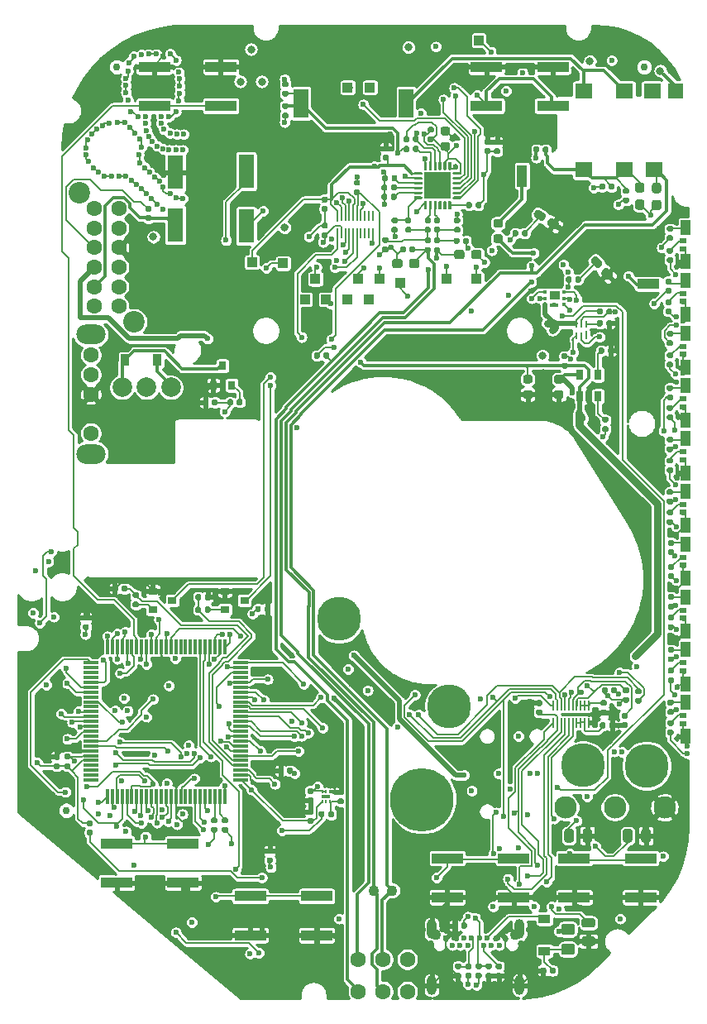
<source format=gbr>
G04 #@! TF.GenerationSoftware,KiCad,Pcbnew,5.1.6+dfsg1-1~bpo10+1*
G04 #@! TF.CreationDate,2020-12-17T18:50:31-05:00*
G04 #@! TF.ProjectId,4GRCP_Mainboard,34475243-505f-44d6-9169-6e626f617264,rev?*
G04 #@! TF.SameCoordinates,Original*
G04 #@! TF.FileFunction,Copper,L6,Bot*
G04 #@! TF.FilePolarity,Positive*
%FSLAX46Y46*%
G04 Gerber Fmt 4.6, Leading zero omitted, Abs format (unit mm)*
G04 Created by KiCad (PCBNEW 5.1.6+dfsg1-1~bpo10+1) date 2020-12-17 18:50:31*
%MOMM*%
%LPD*%
G01*
G04 APERTURE LIST*
G04 #@! TA.AperFunction,EtchedComponent*
%ADD10C,0.010000*%
G04 #@! TD*
G04 #@! TA.AperFunction,ComponentPad*
%ADD11O,1.000000X2.000000*%
G04 #@! TD*
G04 #@! TA.AperFunction,ComponentPad*
%ADD12C,1.100000*%
G04 #@! TD*
G04 #@! TA.AperFunction,ComponentPad*
%ADD13C,0.600000*%
G04 #@! TD*
G04 #@! TA.AperFunction,ComponentPad*
%ADD14C,4.500000*%
G04 #@! TD*
G04 #@! TA.AperFunction,SMDPad,CuDef*
%ADD15R,1.000000X1.500000*%
G04 #@! TD*
G04 #@! TA.AperFunction,SMDPad,CuDef*
%ADD16R,0.800000X0.500000*%
G04 #@! TD*
G04 #@! TA.AperFunction,SMDPad,CuDef*
%ADD17R,3.200000X1.100000*%
G04 #@! TD*
G04 #@! TA.AperFunction,ComponentPad*
%ADD18C,2.300000*%
G04 #@! TD*
G04 #@! TA.AperFunction,SMDPad,CuDef*
%ADD19R,1.200000X0.900000*%
G04 #@! TD*
G04 #@! TA.AperFunction,SMDPad,CuDef*
%ADD20R,1.500000X0.300000*%
G04 #@! TD*
G04 #@! TA.AperFunction,SMDPad,CuDef*
%ADD21R,0.300000X1.500000*%
G04 #@! TD*
G04 #@! TA.AperFunction,SMDPad,CuDef*
%ADD22C,0.750000*%
G04 #@! TD*
G04 #@! TA.AperFunction,ComponentPad*
%ADD23O,3.000000X2.000000*%
G04 #@! TD*
G04 #@! TA.AperFunction,ComponentPad*
%ADD24C,1.600000*%
G04 #@! TD*
G04 #@! TA.AperFunction,SMDPad,CuDef*
%ADD25R,1.600000X3.500000*%
G04 #@! TD*
G04 #@! TA.AperFunction,SMDPad,CuDef*
%ADD26R,1.500000X3.000000*%
G04 #@! TD*
G04 #@! TA.AperFunction,SMDPad,CuDef*
%ADD27R,0.450000X0.300000*%
G04 #@! TD*
G04 #@! TA.AperFunction,Conductor*
%ADD28R,1.000000X0.950000*%
G04 #@! TD*
G04 #@! TA.AperFunction,Conductor*
%ADD29R,0.300000X0.300000*%
G04 #@! TD*
G04 #@! TA.AperFunction,SMDPad,CuDef*
%ADD30R,0.800000X0.900000*%
G04 #@! TD*
G04 #@! TA.AperFunction,ComponentPad*
%ADD31C,2.200000*%
G04 #@! TD*
G04 #@! TA.AperFunction,SMDPad,CuDef*
%ADD32R,0.280000X0.850000*%
G04 #@! TD*
G04 #@! TA.AperFunction,SMDPad,CuDef*
%ADD33R,0.280000X0.750000*%
G04 #@! TD*
G04 #@! TA.AperFunction,SMDPad,CuDef*
%ADD34R,0.650000X1.060000*%
G04 #@! TD*
G04 #@! TA.AperFunction,SMDPad,CuDef*
%ADD35R,0.200000X1.000000*%
G04 #@! TD*
G04 #@! TA.AperFunction,SMDPad,CuDef*
%ADD36R,0.200000X1.100000*%
G04 #@! TD*
G04 #@! TA.AperFunction,SMDPad,CuDef*
%ADD37R,2.700000X2.700000*%
G04 #@! TD*
G04 #@! TA.AperFunction,SMDPad,CuDef*
%ADD38C,0.100000*%
G04 #@! TD*
G04 #@! TA.AperFunction,SMDPad,CuDef*
%ADD39R,0.900000X1.200000*%
G04 #@! TD*
G04 #@! TA.AperFunction,SMDPad,CuDef*
%ADD40R,0.180000X0.350000*%
G04 #@! TD*
G04 #@! TA.AperFunction,SMDPad,CuDef*
%ADD41R,0.940000X0.300000*%
G04 #@! TD*
G04 #@! TA.AperFunction,SMDPad,CuDef*
%ADD42R,1.000000X1.000000*%
G04 #@! TD*
G04 #@! TA.AperFunction,SMDPad,CuDef*
%ADD43R,1.600000X1.600000*%
G04 #@! TD*
G04 #@! TA.AperFunction,SMDPad,CuDef*
%ADD44R,1.800000X1.600000*%
G04 #@! TD*
G04 #@! TA.AperFunction,ComponentPad*
%ADD45C,6.500000*%
G04 #@! TD*
G04 #@! TA.AperFunction,ComponentPad*
%ADD46C,2.000000*%
G04 #@! TD*
G04 #@! TA.AperFunction,SMDPad,CuDef*
%ADD47R,0.900000X0.800000*%
G04 #@! TD*
G04 #@! TA.AperFunction,SMDPad,CuDef*
%ADD48R,1.020000X2.290000*%
G04 #@! TD*
G04 #@! TA.AperFunction,SMDPad,CuDef*
%ADD49R,2.290000X1.020000*%
G04 #@! TD*
G04 #@! TA.AperFunction,ViaPad*
%ADD50C,0.600000*%
G04 #@! TD*
G04 #@! TA.AperFunction,ViaPad*
%ADD51C,0.800000*%
G04 #@! TD*
G04 #@! TA.AperFunction,Conductor*
%ADD52C,0.200000*%
G04 #@! TD*
G04 #@! TA.AperFunction,Conductor*
%ADD53C,0.250000*%
G04 #@! TD*
G04 #@! TA.AperFunction,Conductor*
%ADD54C,0.350000*%
G04 #@! TD*
G04 #@! TA.AperFunction,Conductor*
%ADD55C,0.500000*%
G04 #@! TD*
G04 #@! TA.AperFunction,Conductor*
%ADD56C,0.750000*%
G04 #@! TD*
G04 APERTURE END LIST*
D10*
G36*
X167830000Y-83200000D02*
G01*
X167180000Y-83200000D01*
X167177383Y-83200069D01*
X167174774Y-83200274D01*
X167172178Y-83200616D01*
X167169604Y-83201093D01*
X167167059Y-83201704D01*
X167164549Y-83202447D01*
X167162082Y-83203321D01*
X167159663Y-83204323D01*
X167157300Y-83205450D01*
X167155000Y-83206699D01*
X167152768Y-83208066D01*
X167150611Y-83209549D01*
X167148534Y-83211143D01*
X167146543Y-83212843D01*
X167144645Y-83214645D01*
X167142843Y-83216543D01*
X167141143Y-83218534D01*
X167139549Y-83220611D01*
X167138066Y-83222768D01*
X167136699Y-83225000D01*
X167135450Y-83227300D01*
X167134323Y-83229663D01*
X167133321Y-83232082D01*
X167132447Y-83234549D01*
X167131704Y-83237059D01*
X167131093Y-83239604D01*
X167130616Y-83242178D01*
X167130274Y-83244774D01*
X167130069Y-83247383D01*
X167130000Y-83250000D01*
X167130000Y-83450000D01*
X167130069Y-83452617D01*
X167130274Y-83455226D01*
X167130616Y-83457822D01*
X167131093Y-83460396D01*
X167131704Y-83462941D01*
X167132447Y-83465451D01*
X167133321Y-83467918D01*
X167134323Y-83470337D01*
X167135450Y-83472700D01*
X167136699Y-83475000D01*
X167138066Y-83477232D01*
X167139549Y-83479389D01*
X167141143Y-83481466D01*
X167142843Y-83483457D01*
X167144645Y-83485355D01*
X167146543Y-83487157D01*
X167148534Y-83488857D01*
X167150611Y-83490451D01*
X167152768Y-83491934D01*
X167155000Y-83493301D01*
X167157300Y-83494550D01*
X167159663Y-83495677D01*
X167162082Y-83496679D01*
X167164549Y-83497553D01*
X167167059Y-83498296D01*
X167169604Y-83498907D01*
X167172178Y-83499384D01*
X167174774Y-83499726D01*
X167177383Y-83499931D01*
X167180000Y-83500000D01*
X167830000Y-83500000D01*
X167832617Y-83499931D01*
X167835226Y-83499726D01*
X167837822Y-83499384D01*
X167840396Y-83498907D01*
X167842941Y-83498296D01*
X167845451Y-83497553D01*
X167847918Y-83496679D01*
X167850337Y-83495677D01*
X167852700Y-83494550D01*
X167855000Y-83493301D01*
X167857232Y-83491934D01*
X167859389Y-83490451D01*
X167861466Y-83488857D01*
X167863457Y-83487157D01*
X167865355Y-83485355D01*
X167867157Y-83483457D01*
X167868857Y-83481466D01*
X167870451Y-83479389D01*
X167871934Y-83477232D01*
X167873301Y-83475000D01*
X167874550Y-83472700D01*
X167875677Y-83470337D01*
X167876679Y-83467918D01*
X167877553Y-83465451D01*
X167878296Y-83462941D01*
X167878907Y-83460396D01*
X167879384Y-83457822D01*
X167879726Y-83455226D01*
X167879931Y-83452617D01*
X167880000Y-83450000D01*
X167880000Y-83250000D01*
X167879931Y-83247383D01*
X167879726Y-83244774D01*
X167879384Y-83242178D01*
X167878907Y-83239604D01*
X167878296Y-83237059D01*
X167877553Y-83234549D01*
X167876679Y-83232082D01*
X167875677Y-83229663D01*
X167874550Y-83227300D01*
X167873301Y-83225000D01*
X167871934Y-83222768D01*
X167870451Y-83220611D01*
X167868857Y-83218534D01*
X167867157Y-83216543D01*
X167865355Y-83214645D01*
X167863457Y-83212843D01*
X167861466Y-83211143D01*
X167859389Y-83209549D01*
X167857232Y-83208066D01*
X167855000Y-83206699D01*
X167852700Y-83205450D01*
X167850337Y-83204323D01*
X167847918Y-83203321D01*
X167845451Y-83202447D01*
X167842941Y-83201704D01*
X167840396Y-83201093D01*
X167837822Y-83200616D01*
X167835226Y-83200274D01*
X167832617Y-83200069D01*
X167830000Y-83200000D01*
G37*
X167830000Y-83200000D02*
X167180000Y-83200000D01*
X167177383Y-83200069D01*
X167174774Y-83200274D01*
X167172178Y-83200616D01*
X167169604Y-83201093D01*
X167167059Y-83201704D01*
X167164549Y-83202447D01*
X167162082Y-83203321D01*
X167159663Y-83204323D01*
X167157300Y-83205450D01*
X167155000Y-83206699D01*
X167152768Y-83208066D01*
X167150611Y-83209549D01*
X167148534Y-83211143D01*
X167146543Y-83212843D01*
X167144645Y-83214645D01*
X167142843Y-83216543D01*
X167141143Y-83218534D01*
X167139549Y-83220611D01*
X167138066Y-83222768D01*
X167136699Y-83225000D01*
X167135450Y-83227300D01*
X167134323Y-83229663D01*
X167133321Y-83232082D01*
X167132447Y-83234549D01*
X167131704Y-83237059D01*
X167131093Y-83239604D01*
X167130616Y-83242178D01*
X167130274Y-83244774D01*
X167130069Y-83247383D01*
X167130000Y-83250000D01*
X167130000Y-83450000D01*
X167130069Y-83452617D01*
X167130274Y-83455226D01*
X167130616Y-83457822D01*
X167131093Y-83460396D01*
X167131704Y-83462941D01*
X167132447Y-83465451D01*
X167133321Y-83467918D01*
X167134323Y-83470337D01*
X167135450Y-83472700D01*
X167136699Y-83475000D01*
X167138066Y-83477232D01*
X167139549Y-83479389D01*
X167141143Y-83481466D01*
X167142843Y-83483457D01*
X167144645Y-83485355D01*
X167146543Y-83487157D01*
X167148534Y-83488857D01*
X167150611Y-83490451D01*
X167152768Y-83491934D01*
X167155000Y-83493301D01*
X167157300Y-83494550D01*
X167159663Y-83495677D01*
X167162082Y-83496679D01*
X167164549Y-83497553D01*
X167167059Y-83498296D01*
X167169604Y-83498907D01*
X167172178Y-83499384D01*
X167174774Y-83499726D01*
X167177383Y-83499931D01*
X167180000Y-83500000D01*
X167830000Y-83500000D01*
X167832617Y-83499931D01*
X167835226Y-83499726D01*
X167837822Y-83499384D01*
X167840396Y-83498907D01*
X167842941Y-83498296D01*
X167845451Y-83497553D01*
X167847918Y-83496679D01*
X167850337Y-83495677D01*
X167852700Y-83494550D01*
X167855000Y-83493301D01*
X167857232Y-83491934D01*
X167859389Y-83490451D01*
X167861466Y-83488857D01*
X167863457Y-83487157D01*
X167865355Y-83485355D01*
X167867157Y-83483457D01*
X167868857Y-83481466D01*
X167870451Y-83479389D01*
X167871934Y-83477232D01*
X167873301Y-83475000D01*
X167874550Y-83472700D01*
X167875677Y-83470337D01*
X167876679Y-83467918D01*
X167877553Y-83465451D01*
X167878296Y-83462941D01*
X167878907Y-83460396D01*
X167879384Y-83457822D01*
X167879726Y-83455226D01*
X167879931Y-83452617D01*
X167880000Y-83450000D01*
X167880000Y-83250000D01*
X167879931Y-83247383D01*
X167879726Y-83244774D01*
X167879384Y-83242178D01*
X167878907Y-83239604D01*
X167878296Y-83237059D01*
X167877553Y-83234549D01*
X167876679Y-83232082D01*
X167875677Y-83229663D01*
X167874550Y-83227300D01*
X167873301Y-83225000D01*
X167871934Y-83222768D01*
X167870451Y-83220611D01*
X167868857Y-83218534D01*
X167867157Y-83216543D01*
X167865355Y-83214645D01*
X167863457Y-83212843D01*
X167861466Y-83211143D01*
X167859389Y-83209549D01*
X167857232Y-83208066D01*
X167855000Y-83206699D01*
X167852700Y-83205450D01*
X167850337Y-83204323D01*
X167847918Y-83203321D01*
X167845451Y-83202447D01*
X167842941Y-83201704D01*
X167840396Y-83201093D01*
X167837822Y-83200616D01*
X167835226Y-83200274D01*
X167832617Y-83200069D01*
X167830000Y-83200000D01*
D11*
X155000000Y-153005000D03*
X164000000Y-153005000D03*
D12*
X155450000Y-147805000D03*
D11*
X155000000Y-147255000D03*
D12*
X163550000Y-147805000D03*
D11*
X164000000Y-147255000D03*
D13*
X161900000Y-148905000D03*
X161100000Y-148905000D03*
X160300000Y-148905000D03*
X157100000Y-148905000D03*
X157900000Y-148905000D03*
X158700000Y-148905000D03*
X162550000Y-148205000D03*
X160700000Y-148205000D03*
X159900000Y-148205000D03*
X156450000Y-148205000D03*
X158300000Y-148205000D03*
X159100000Y-148205000D03*
D14*
X170500000Y-130500000D03*
X156800000Y-124450000D03*
X145500000Y-115500000D03*
D15*
X180980000Y-127550000D03*
X180980000Y-124050000D03*
D16*
X180750000Y-126200000D03*
X180750000Y-125400000D03*
D12*
X149050000Y-143300000D03*
X150950000Y-143300000D03*
D17*
X126600000Y-59000000D03*
X133400000Y-59000000D03*
X133400000Y-63000000D03*
X126600000Y-63000000D03*
X160600000Y-59000000D03*
X167400000Y-59000000D03*
X167400000Y-63000000D03*
X160600000Y-63000000D03*
X176400000Y-144000000D03*
X169600000Y-144000000D03*
X169600000Y-140000000D03*
X176400000Y-140000000D03*
X163400000Y-144000000D03*
X156600000Y-144000000D03*
X156600000Y-140000000D03*
X163400000Y-140000000D03*
X143227000Y-147886000D03*
X136427000Y-147886000D03*
X136427000Y-143886000D03*
X143227000Y-143886000D03*
X129546000Y-142497000D03*
X122746000Y-142497000D03*
X122746000Y-138497000D03*
X129546000Y-138497000D03*
D18*
X168670000Y-134800000D03*
X173750000Y-134800000D03*
X178830000Y-134800000D03*
D19*
X166550000Y-146200000D03*
X166550000Y-149500000D03*
G04 #@! TA.AperFunction,SMDPad,CuDef*
G36*
G01*
X169400001Y-147850000D02*
X168499999Y-147850000D01*
G75*
G02*
X168250000Y-147600001I0J249999D01*
G01*
X168250000Y-146949999D01*
G75*
G02*
X168499999Y-146700000I249999J0D01*
G01*
X169400001Y-146700000D01*
G75*
G02*
X169650000Y-146949999I0J-249999D01*
G01*
X169650000Y-147600001D01*
G75*
G02*
X169400001Y-147850000I-249999J0D01*
G01*
G37*
G04 #@! TD.AperFunction*
G04 #@! TA.AperFunction,SMDPad,CuDef*
G36*
G01*
X169400001Y-149900000D02*
X168499999Y-149900000D01*
G75*
G02*
X168250000Y-149650001I0J249999D01*
G01*
X168250000Y-148999999D01*
G75*
G02*
X168499999Y-148750000I249999J0D01*
G01*
X169400001Y-148750000D01*
G75*
G02*
X169650000Y-148999999I0J-249999D01*
G01*
X169650000Y-149650001D01*
G75*
G02*
X169400001Y-149900000I-249999J0D01*
G01*
G37*
G04 #@! TD.AperFunction*
D20*
X135450000Y-132000000D03*
X135450000Y-131500000D03*
X135450000Y-131000000D03*
X135450000Y-130500000D03*
X135450000Y-130000000D03*
X135450000Y-129500000D03*
X135450000Y-129000000D03*
X135450000Y-128500000D03*
X135450000Y-128000000D03*
X135450000Y-127500000D03*
X135450000Y-127000000D03*
X135450000Y-126500000D03*
X135450000Y-126000000D03*
X135450000Y-125500000D03*
X135450000Y-125000000D03*
X135450000Y-124500000D03*
X135450000Y-124000000D03*
X135450000Y-123500000D03*
X135450000Y-123000000D03*
X135450000Y-122500000D03*
X135450000Y-122000000D03*
X135450000Y-121500000D03*
X135450000Y-121000000D03*
X135450000Y-120500000D03*
X135450000Y-120000000D03*
D21*
X133800000Y-118350000D03*
X133300000Y-118350000D03*
X132800000Y-118350000D03*
X132300000Y-118350000D03*
X131800000Y-118350000D03*
X131300000Y-118350000D03*
X130800000Y-118350000D03*
X130300000Y-118350000D03*
X129800000Y-118350000D03*
X129300000Y-118350000D03*
X128800000Y-118350000D03*
X128300000Y-118350000D03*
X127800000Y-118350000D03*
X127300000Y-118350000D03*
X126800000Y-118350000D03*
X126300000Y-118350000D03*
X125800000Y-118350000D03*
X125300000Y-118350000D03*
X124800000Y-118350000D03*
X124300000Y-118350000D03*
X123800000Y-118350000D03*
X123300000Y-118350000D03*
X122800000Y-118350000D03*
X122300000Y-118350000D03*
X121800000Y-118350000D03*
D20*
X120150000Y-120000000D03*
X120150000Y-120500000D03*
X120150000Y-121000000D03*
X120150000Y-121500000D03*
X120150000Y-122000000D03*
X120150000Y-122500000D03*
X120150000Y-123000000D03*
X120150000Y-123500000D03*
X120150000Y-124000000D03*
X120150000Y-124500000D03*
X120150000Y-125000000D03*
X120150000Y-125500000D03*
X120150000Y-126000000D03*
X120150000Y-126500000D03*
X120150000Y-127000000D03*
X120150000Y-127500000D03*
X120150000Y-128000000D03*
X120150000Y-128500000D03*
X120150000Y-129000000D03*
X120150000Y-129500000D03*
X120150000Y-130000000D03*
X120150000Y-130500000D03*
X120150000Y-131000000D03*
X120150000Y-131500000D03*
X120150000Y-132000000D03*
D21*
X121800000Y-133650000D03*
X122300000Y-133650000D03*
X122800000Y-133650000D03*
X123300000Y-133650000D03*
X123800000Y-133650000D03*
X124300000Y-133650000D03*
X124800000Y-133650000D03*
X125300000Y-133650000D03*
X125800000Y-133650000D03*
X126300000Y-133650000D03*
X126800000Y-133650000D03*
X127300000Y-133650000D03*
X127800000Y-133650000D03*
X128300000Y-133650000D03*
X128800000Y-133650000D03*
X129300000Y-133650000D03*
X129800000Y-133650000D03*
X130300000Y-133650000D03*
X130800000Y-133650000D03*
X131300000Y-133650000D03*
X131800000Y-133650000D03*
X132300000Y-133650000D03*
X132800000Y-133650000D03*
X133300000Y-133650000D03*
X133800000Y-133650000D03*
D22*
X176750000Y-59000000D03*
X122750000Y-59000000D03*
X117600000Y-135100000D03*
D23*
X120100000Y-86400000D03*
X120100000Y-98600000D03*
D24*
X120100000Y-88500000D03*
X120100000Y-90500000D03*
X120100000Y-92500000D03*
X120100000Y-96500000D03*
G04 #@! TA.AperFunction,SMDPad,CuDef*
G36*
G01*
X134660000Y-93152500D02*
X134660000Y-93497500D01*
G75*
G02*
X134512500Y-93645000I-147500J0D01*
G01*
X134217500Y-93645000D01*
G75*
G02*
X134070000Y-93497500I0J147500D01*
G01*
X134070000Y-93152500D01*
G75*
G02*
X134217500Y-93005000I147500J0D01*
G01*
X134512500Y-93005000D01*
G75*
G02*
X134660000Y-93152500I0J-147500D01*
G01*
G37*
G04 #@! TD.AperFunction*
G04 #@! TA.AperFunction,SMDPad,CuDef*
G36*
G01*
X135630000Y-93152500D02*
X135630000Y-93497500D01*
G75*
G02*
X135482500Y-93645000I-147500J0D01*
G01*
X135187500Y-93645000D01*
G75*
G02*
X135040000Y-93497500I0J147500D01*
G01*
X135040000Y-93152500D01*
G75*
G02*
X135187500Y-93005000I147500J0D01*
G01*
X135482500Y-93005000D01*
G75*
G02*
X135630000Y-93152500I0J-147500D01*
G01*
G37*
G04 #@! TD.AperFunction*
G04 #@! TA.AperFunction,SMDPad,CuDef*
G36*
G01*
X132110000Y-93177500D02*
X132110000Y-93522500D01*
G75*
G02*
X131962500Y-93670000I-147500J0D01*
G01*
X131667500Y-93670000D01*
G75*
G02*
X131520000Y-93522500I0J147500D01*
G01*
X131520000Y-93177500D01*
G75*
G02*
X131667500Y-93030000I147500J0D01*
G01*
X131962500Y-93030000D01*
G75*
G02*
X132110000Y-93177500I0J-147500D01*
G01*
G37*
G04 #@! TD.AperFunction*
G04 #@! TA.AperFunction,SMDPad,CuDef*
G36*
G01*
X133080000Y-93177500D02*
X133080000Y-93522500D01*
G75*
G02*
X132932500Y-93670000I-147500J0D01*
G01*
X132637500Y-93670000D01*
G75*
G02*
X132490000Y-93522500I0J147500D01*
G01*
X132490000Y-93177500D01*
G75*
G02*
X132637500Y-93030000I147500J0D01*
G01*
X132932500Y-93030000D01*
G75*
G02*
X133080000Y-93177500I0J-147500D01*
G01*
G37*
G04 #@! TD.AperFunction*
G04 #@! TA.AperFunction,SMDPad,CuDef*
G36*
G01*
X116772500Y-129910000D02*
X116427500Y-129910000D01*
G75*
G02*
X116280000Y-129762500I0J147500D01*
G01*
X116280000Y-129467500D01*
G75*
G02*
X116427500Y-129320000I147500J0D01*
G01*
X116772500Y-129320000D01*
G75*
G02*
X116920000Y-129467500I0J-147500D01*
G01*
X116920000Y-129762500D01*
G75*
G02*
X116772500Y-129910000I-147500J0D01*
G01*
G37*
G04 #@! TD.AperFunction*
G04 #@! TA.AperFunction,SMDPad,CuDef*
G36*
G01*
X116772500Y-130880000D02*
X116427500Y-130880000D01*
G75*
G02*
X116280000Y-130732500I0J147500D01*
G01*
X116280000Y-130437500D01*
G75*
G02*
X116427500Y-130290000I147500J0D01*
G01*
X116772500Y-130290000D01*
G75*
G02*
X116920000Y-130437500I0J-147500D01*
G01*
X116920000Y-130732500D01*
G75*
G02*
X116772500Y-130880000I-147500J0D01*
G01*
G37*
G04 #@! TD.AperFunction*
G04 #@! TA.AperFunction,SMDPad,CuDef*
G36*
G01*
X138597500Y-140505000D02*
X138252500Y-140505000D01*
G75*
G02*
X138105000Y-140357500I0J147500D01*
G01*
X138105000Y-140062500D01*
G75*
G02*
X138252500Y-139915000I147500J0D01*
G01*
X138597500Y-139915000D01*
G75*
G02*
X138745000Y-140062500I0J-147500D01*
G01*
X138745000Y-140357500D01*
G75*
G02*
X138597500Y-140505000I-147500J0D01*
G01*
G37*
G04 #@! TD.AperFunction*
G04 #@! TA.AperFunction,SMDPad,CuDef*
G36*
G01*
X138597500Y-139535000D02*
X138252500Y-139535000D01*
G75*
G02*
X138105000Y-139387500I0J147500D01*
G01*
X138105000Y-139092500D01*
G75*
G02*
X138252500Y-138945000I147500J0D01*
G01*
X138597500Y-138945000D01*
G75*
G02*
X138745000Y-139092500I0J-147500D01*
G01*
X138745000Y-139387500D01*
G75*
G02*
X138597500Y-139535000I-147500J0D01*
G01*
G37*
G04 #@! TD.AperFunction*
G04 #@! TA.AperFunction,SMDPad,CuDef*
G36*
G01*
X137890000Y-114672500D02*
X137890000Y-114327500D01*
G75*
G02*
X138037500Y-114180000I147500J0D01*
G01*
X138332500Y-114180000D01*
G75*
G02*
X138480000Y-114327500I0J-147500D01*
G01*
X138480000Y-114672500D01*
G75*
G02*
X138332500Y-114820000I-147500J0D01*
G01*
X138037500Y-114820000D01*
G75*
G02*
X137890000Y-114672500I0J147500D01*
G01*
G37*
G04 #@! TD.AperFunction*
G04 #@! TA.AperFunction,SMDPad,CuDef*
G36*
G01*
X136920000Y-114672500D02*
X136920000Y-114327500D01*
G75*
G02*
X137067500Y-114180000I147500J0D01*
G01*
X137362500Y-114180000D01*
G75*
G02*
X137510000Y-114327500I0J-147500D01*
G01*
X137510000Y-114672500D01*
G75*
G02*
X137362500Y-114820000I-147500J0D01*
G01*
X137067500Y-114820000D01*
G75*
G02*
X136920000Y-114672500I0J147500D01*
G01*
G37*
G04 #@! TD.AperFunction*
G04 #@! TA.AperFunction,SMDPad,CuDef*
G36*
G01*
X119747500Y-116630000D02*
X119402500Y-116630000D01*
G75*
G02*
X119255000Y-116482500I0J147500D01*
G01*
X119255000Y-116187500D01*
G75*
G02*
X119402500Y-116040000I147500J0D01*
G01*
X119747500Y-116040000D01*
G75*
G02*
X119895000Y-116187500I0J-147500D01*
G01*
X119895000Y-116482500D01*
G75*
G02*
X119747500Y-116630000I-147500J0D01*
G01*
G37*
G04 #@! TD.AperFunction*
G04 #@! TA.AperFunction,SMDPad,CuDef*
G36*
G01*
X119747500Y-115660000D02*
X119402500Y-115660000D01*
G75*
G02*
X119255000Y-115512500I0J147500D01*
G01*
X119255000Y-115217500D01*
G75*
G02*
X119402500Y-115070000I147500J0D01*
G01*
X119747500Y-115070000D01*
G75*
G02*
X119895000Y-115217500I0J-147500D01*
G01*
X119895000Y-115512500D01*
G75*
G02*
X119747500Y-115660000I-147500J0D01*
G01*
G37*
G04 #@! TD.AperFunction*
G04 #@! TA.AperFunction,SMDPad,CuDef*
G36*
G01*
X139810000Y-130877500D02*
X139810000Y-131222500D01*
G75*
G02*
X139662500Y-131370000I-147500J0D01*
G01*
X139367500Y-131370000D01*
G75*
G02*
X139220000Y-131222500I0J147500D01*
G01*
X139220000Y-130877500D01*
G75*
G02*
X139367500Y-130730000I147500J0D01*
G01*
X139662500Y-130730000D01*
G75*
G02*
X139810000Y-130877500I0J-147500D01*
G01*
G37*
G04 #@! TD.AperFunction*
G04 #@! TA.AperFunction,SMDPad,CuDef*
G36*
G01*
X140780000Y-130877500D02*
X140780000Y-131222500D01*
G75*
G02*
X140632500Y-131370000I-147500J0D01*
G01*
X140337500Y-131370000D01*
G75*
G02*
X140190000Y-131222500I0J147500D01*
G01*
X140190000Y-130877500D01*
G75*
G02*
X140337500Y-130730000I147500J0D01*
G01*
X140632500Y-130730000D01*
G75*
G02*
X140780000Y-130877500I0J-147500D01*
G01*
G37*
G04 #@! TD.AperFunction*
G04 #@! TA.AperFunction,SMDPad,CuDef*
G36*
G01*
X167680000Y-151327500D02*
X167680000Y-151672500D01*
G75*
G02*
X167532500Y-151820000I-147500J0D01*
G01*
X167237500Y-151820000D01*
G75*
G02*
X167090000Y-151672500I0J147500D01*
G01*
X167090000Y-151327500D01*
G75*
G02*
X167237500Y-151180000I147500J0D01*
G01*
X167532500Y-151180000D01*
G75*
G02*
X167680000Y-151327500I0J-147500D01*
G01*
G37*
G04 #@! TD.AperFunction*
G04 #@! TA.AperFunction,SMDPad,CuDef*
G36*
G01*
X166710000Y-151327500D02*
X166710000Y-151672500D01*
G75*
G02*
X166562500Y-151820000I-147500J0D01*
G01*
X166267500Y-151820000D01*
G75*
G02*
X166120000Y-151672500I0J147500D01*
G01*
X166120000Y-151327500D01*
G75*
G02*
X166267500Y-151180000I147500J0D01*
G01*
X166562500Y-151180000D01*
G75*
G02*
X166710000Y-151327500I0J-147500D01*
G01*
G37*
G04 #@! TD.AperFunction*
G04 #@! TA.AperFunction,SMDPad,CuDef*
G36*
G01*
X157527500Y-150770000D02*
X157872500Y-150770000D01*
G75*
G02*
X158020000Y-150917500I0J-147500D01*
G01*
X158020000Y-151212500D01*
G75*
G02*
X157872500Y-151360000I-147500J0D01*
G01*
X157527500Y-151360000D01*
G75*
G02*
X157380000Y-151212500I0J147500D01*
G01*
X157380000Y-150917500D01*
G75*
G02*
X157527500Y-150770000I147500J0D01*
G01*
G37*
G04 #@! TD.AperFunction*
G04 #@! TA.AperFunction,SMDPad,CuDef*
G36*
G01*
X157527500Y-151740000D02*
X157872500Y-151740000D01*
G75*
G02*
X158020000Y-151887500I0J-147500D01*
G01*
X158020000Y-152182500D01*
G75*
G02*
X157872500Y-152330000I-147500J0D01*
G01*
X157527500Y-152330000D01*
G75*
G02*
X157380000Y-152182500I0J147500D01*
G01*
X157380000Y-151887500D01*
G75*
G02*
X157527500Y-151740000I147500J0D01*
G01*
G37*
G04 #@! TD.AperFunction*
G04 #@! TA.AperFunction,SMDPad,CuDef*
G36*
G01*
X160657500Y-150780000D02*
X161002500Y-150780000D01*
G75*
G02*
X161150000Y-150927500I0J-147500D01*
G01*
X161150000Y-151222500D01*
G75*
G02*
X161002500Y-151370000I-147500J0D01*
G01*
X160657500Y-151370000D01*
G75*
G02*
X160510000Y-151222500I0J147500D01*
G01*
X160510000Y-150927500D01*
G75*
G02*
X160657500Y-150780000I147500J0D01*
G01*
G37*
G04 #@! TD.AperFunction*
G04 #@! TA.AperFunction,SMDPad,CuDef*
G36*
G01*
X160657500Y-151750000D02*
X161002500Y-151750000D01*
G75*
G02*
X161150000Y-151897500I0J-147500D01*
G01*
X161150000Y-152192500D01*
G75*
G02*
X161002500Y-152340000I-147500J0D01*
G01*
X160657500Y-152340000D01*
G75*
G02*
X160510000Y-152192500I0J147500D01*
G01*
X160510000Y-151897500D01*
G75*
G02*
X160657500Y-151750000I147500J0D01*
G01*
G37*
G04 #@! TD.AperFunction*
G04 #@! TA.AperFunction,SMDPad,CuDef*
G36*
G01*
X119827500Y-137090000D02*
X120172500Y-137090000D01*
G75*
G02*
X120320000Y-137237500I0J-147500D01*
G01*
X120320000Y-137532500D01*
G75*
G02*
X120172500Y-137680000I-147500J0D01*
G01*
X119827500Y-137680000D01*
G75*
G02*
X119680000Y-137532500I0J147500D01*
G01*
X119680000Y-137237500D01*
G75*
G02*
X119827500Y-137090000I147500J0D01*
G01*
G37*
G04 #@! TD.AperFunction*
G04 #@! TA.AperFunction,SMDPad,CuDef*
G36*
G01*
X119827500Y-136120000D02*
X120172500Y-136120000D01*
G75*
G02*
X120320000Y-136267500I0J-147500D01*
G01*
X120320000Y-136562500D01*
G75*
G02*
X120172500Y-136710000I-147500J0D01*
G01*
X119827500Y-136710000D01*
G75*
G02*
X119680000Y-136562500I0J147500D01*
G01*
X119680000Y-136267500D01*
G75*
G02*
X119827500Y-136120000I147500J0D01*
G01*
G37*
G04 #@! TD.AperFunction*
G04 #@! TA.AperFunction,SMDPad,CuDef*
G36*
G01*
X173480000Y-83877500D02*
X173480000Y-84222500D01*
G75*
G02*
X173332500Y-84370000I-147500J0D01*
G01*
X173037500Y-84370000D01*
G75*
G02*
X172890000Y-84222500I0J147500D01*
G01*
X172890000Y-83877500D01*
G75*
G02*
X173037500Y-83730000I147500J0D01*
G01*
X173332500Y-83730000D01*
G75*
G02*
X173480000Y-83877500I0J-147500D01*
G01*
G37*
G04 #@! TD.AperFunction*
G04 #@! TA.AperFunction,SMDPad,CuDef*
G36*
G01*
X172510000Y-83877500D02*
X172510000Y-84222500D01*
G75*
G02*
X172362500Y-84370000I-147500J0D01*
G01*
X172067500Y-84370000D01*
G75*
G02*
X171920000Y-84222500I0J147500D01*
G01*
X171920000Y-83877500D01*
G75*
G02*
X172067500Y-83730000I147500J0D01*
G01*
X172362500Y-83730000D01*
G75*
G02*
X172510000Y-83877500I0J-147500D01*
G01*
G37*
G04 #@! TD.AperFunction*
D25*
X128750000Y-75200000D03*
X128750000Y-69800000D03*
G04 #@! TA.AperFunction,SMDPad,CuDef*
G36*
G01*
X142427500Y-135890000D02*
X142772500Y-135890000D01*
G75*
G02*
X142920000Y-136037500I0J-147500D01*
G01*
X142920000Y-136332500D01*
G75*
G02*
X142772500Y-136480000I-147500J0D01*
G01*
X142427500Y-136480000D01*
G75*
G02*
X142280000Y-136332500I0J147500D01*
G01*
X142280000Y-136037500D01*
G75*
G02*
X142427500Y-135890000I147500J0D01*
G01*
G37*
G04 #@! TD.AperFunction*
G04 #@! TA.AperFunction,SMDPad,CuDef*
G36*
G01*
X142427500Y-134920000D02*
X142772500Y-134920000D01*
G75*
G02*
X142920000Y-135067500I0J-147500D01*
G01*
X142920000Y-135362500D01*
G75*
G02*
X142772500Y-135510000I-147500J0D01*
G01*
X142427500Y-135510000D01*
G75*
G02*
X142280000Y-135362500I0J147500D01*
G01*
X142280000Y-135067500D01*
G75*
G02*
X142427500Y-134920000I147500J0D01*
G01*
G37*
G04 #@! TD.AperFunction*
X136000000Y-69700000D03*
X136000000Y-75300000D03*
G04 #@! TA.AperFunction,SMDPad,CuDef*
G36*
G01*
X143877500Y-73240000D02*
X144222500Y-73240000D01*
G75*
G02*
X144370000Y-73387500I0J-147500D01*
G01*
X144370000Y-73682500D01*
G75*
G02*
X144222500Y-73830000I-147500J0D01*
G01*
X143877500Y-73830000D01*
G75*
G02*
X143730000Y-73682500I0J147500D01*
G01*
X143730000Y-73387500D01*
G75*
G02*
X143877500Y-73240000I147500J0D01*
G01*
G37*
G04 #@! TD.AperFunction*
G04 #@! TA.AperFunction,SMDPad,CuDef*
G36*
G01*
X143877500Y-72270000D02*
X144222500Y-72270000D01*
G75*
G02*
X144370000Y-72417500I0J-147500D01*
G01*
X144370000Y-72712500D01*
G75*
G02*
X144222500Y-72860000I-147500J0D01*
G01*
X143877500Y-72860000D01*
G75*
G02*
X143730000Y-72712500I0J147500D01*
G01*
X143730000Y-72417500D01*
G75*
G02*
X143877500Y-72270000I147500J0D01*
G01*
G37*
G04 #@! TD.AperFunction*
G04 #@! TA.AperFunction,SMDPad,CuDef*
G36*
G01*
X144222500Y-75560000D02*
X143877500Y-75560000D01*
G75*
G02*
X143730000Y-75412500I0J147500D01*
G01*
X143730000Y-75117500D01*
G75*
G02*
X143877500Y-74970000I147500J0D01*
G01*
X144222500Y-74970000D01*
G75*
G02*
X144370000Y-75117500I0J-147500D01*
G01*
X144370000Y-75412500D01*
G75*
G02*
X144222500Y-75560000I-147500J0D01*
G01*
G37*
G04 #@! TD.AperFunction*
G04 #@! TA.AperFunction,SMDPad,CuDef*
G36*
G01*
X144222500Y-76530000D02*
X143877500Y-76530000D01*
G75*
G02*
X143730000Y-76382500I0J147500D01*
G01*
X143730000Y-76087500D01*
G75*
G02*
X143877500Y-75940000I147500J0D01*
G01*
X144222500Y-75940000D01*
G75*
G02*
X144370000Y-76087500I0J-147500D01*
G01*
X144370000Y-76382500D01*
G75*
G02*
X144222500Y-76530000I-147500J0D01*
G01*
G37*
G04 #@! TD.AperFunction*
G04 #@! TA.AperFunction,SMDPad,CuDef*
G36*
G01*
X143525000Y-88377500D02*
X143525000Y-88722500D01*
G75*
G02*
X143377500Y-88870000I-147500J0D01*
G01*
X143082500Y-88870000D01*
G75*
G02*
X142935000Y-88722500I0J147500D01*
G01*
X142935000Y-88377500D01*
G75*
G02*
X143082500Y-88230000I147500J0D01*
G01*
X143377500Y-88230000D01*
G75*
G02*
X143525000Y-88377500I0J-147500D01*
G01*
G37*
G04 #@! TD.AperFunction*
G04 #@! TA.AperFunction,SMDPad,CuDef*
G36*
G01*
X144495000Y-88377500D02*
X144495000Y-88722500D01*
G75*
G02*
X144347500Y-88870000I-147500J0D01*
G01*
X144052500Y-88870000D01*
G75*
G02*
X143905000Y-88722500I0J147500D01*
G01*
X143905000Y-88377500D01*
G75*
G02*
X144052500Y-88230000I147500J0D01*
G01*
X144347500Y-88230000D01*
G75*
G02*
X144495000Y-88377500I0J-147500D01*
G01*
G37*
G04 #@! TD.AperFunction*
G04 #@! TA.AperFunction,SMDPad,CuDef*
G36*
G01*
X153330000Y-77517500D02*
X153330000Y-77862500D01*
G75*
G02*
X153182500Y-78010000I-147500J0D01*
G01*
X152887500Y-78010000D01*
G75*
G02*
X152740000Y-77862500I0J147500D01*
G01*
X152740000Y-77517500D01*
G75*
G02*
X152887500Y-77370000I147500J0D01*
G01*
X153182500Y-77370000D01*
G75*
G02*
X153330000Y-77517500I0J-147500D01*
G01*
G37*
G04 #@! TD.AperFunction*
G04 #@! TA.AperFunction,SMDPad,CuDef*
G36*
G01*
X152360000Y-77517500D02*
X152360000Y-77862500D01*
G75*
G02*
X152212500Y-78010000I-147500J0D01*
G01*
X151917500Y-78010000D01*
G75*
G02*
X151770000Y-77862500I0J147500D01*
G01*
X151770000Y-77517500D01*
G75*
G02*
X151917500Y-77370000I147500J0D01*
G01*
X152212500Y-77370000D01*
G75*
G02*
X152360000Y-77517500I0J-147500D01*
G01*
G37*
G04 #@! TD.AperFunction*
G04 #@! TA.AperFunction,SMDPad,CuDef*
G36*
G01*
X157245000Y-76997500D02*
X157245000Y-76652500D01*
G75*
G02*
X157392500Y-76505000I147500J0D01*
G01*
X157687500Y-76505000D01*
G75*
G02*
X157835000Y-76652500I0J-147500D01*
G01*
X157835000Y-76997500D01*
G75*
G02*
X157687500Y-77145000I-147500J0D01*
G01*
X157392500Y-77145000D01*
G75*
G02*
X157245000Y-76997500I0J147500D01*
G01*
G37*
G04 #@! TD.AperFunction*
G04 #@! TA.AperFunction,SMDPad,CuDef*
G36*
G01*
X158215000Y-76997500D02*
X158215000Y-76652500D01*
G75*
G02*
X158362500Y-76505000I147500J0D01*
G01*
X158657500Y-76505000D01*
G75*
G02*
X158805000Y-76652500I0J-147500D01*
G01*
X158805000Y-76997500D01*
G75*
G02*
X158657500Y-77145000I-147500J0D01*
G01*
X158362500Y-77145000D01*
G75*
G02*
X158215000Y-76997500I0J147500D01*
G01*
G37*
G04 #@! TD.AperFunction*
G04 #@! TA.AperFunction,SMDPad,CuDef*
G36*
G01*
X150077500Y-77390000D02*
X150422500Y-77390000D01*
G75*
G02*
X150570000Y-77537500I0J-147500D01*
G01*
X150570000Y-77832500D01*
G75*
G02*
X150422500Y-77980000I-147500J0D01*
G01*
X150077500Y-77980000D01*
G75*
G02*
X149930000Y-77832500I0J147500D01*
G01*
X149930000Y-77537500D01*
G75*
G02*
X150077500Y-77390000I147500J0D01*
G01*
G37*
G04 #@! TD.AperFunction*
G04 #@! TA.AperFunction,SMDPad,CuDef*
G36*
G01*
X150077500Y-76420000D02*
X150422500Y-76420000D01*
G75*
G02*
X150570000Y-76567500I0J-147500D01*
G01*
X150570000Y-76862500D01*
G75*
G02*
X150422500Y-77010000I-147500J0D01*
G01*
X150077500Y-77010000D01*
G75*
G02*
X149930000Y-76862500I0J147500D01*
G01*
X149930000Y-76567500D01*
G75*
G02*
X150077500Y-76420000I147500J0D01*
G01*
G37*
G04 #@! TD.AperFunction*
G04 #@! TA.AperFunction,SMDPad,CuDef*
G36*
G01*
X151027500Y-74420000D02*
X151372500Y-74420000D01*
G75*
G02*
X151520000Y-74567500I0J-147500D01*
G01*
X151520000Y-74862500D01*
G75*
G02*
X151372500Y-75010000I-147500J0D01*
G01*
X151027500Y-75010000D01*
G75*
G02*
X150880000Y-74862500I0J147500D01*
G01*
X150880000Y-74567500D01*
G75*
G02*
X151027500Y-74420000I147500J0D01*
G01*
G37*
G04 #@! TD.AperFunction*
G04 #@! TA.AperFunction,SMDPad,CuDef*
G36*
G01*
X151027500Y-75390000D02*
X151372500Y-75390000D01*
G75*
G02*
X151520000Y-75537500I0J-147500D01*
G01*
X151520000Y-75832500D01*
G75*
G02*
X151372500Y-75980000I-147500J0D01*
G01*
X151027500Y-75980000D01*
G75*
G02*
X150880000Y-75832500I0J147500D01*
G01*
X150880000Y-75537500D01*
G75*
G02*
X151027500Y-75390000I147500J0D01*
G01*
G37*
G04 #@! TD.AperFunction*
G04 #@! TA.AperFunction,SMDPad,CuDef*
G36*
G01*
X155377500Y-75390000D02*
X155722500Y-75390000D01*
G75*
G02*
X155870000Y-75537500I0J-147500D01*
G01*
X155870000Y-75832500D01*
G75*
G02*
X155722500Y-75980000I-147500J0D01*
G01*
X155377500Y-75980000D01*
G75*
G02*
X155230000Y-75832500I0J147500D01*
G01*
X155230000Y-75537500D01*
G75*
G02*
X155377500Y-75390000I147500J0D01*
G01*
G37*
G04 #@! TD.AperFunction*
G04 #@! TA.AperFunction,SMDPad,CuDef*
G36*
G01*
X155377500Y-74420000D02*
X155722500Y-74420000D01*
G75*
G02*
X155870000Y-74567500I0J-147500D01*
G01*
X155870000Y-74862500D01*
G75*
G02*
X155722500Y-75010000I-147500J0D01*
G01*
X155377500Y-75010000D01*
G75*
G02*
X155230000Y-74862500I0J147500D01*
G01*
X155230000Y-74567500D01*
G75*
G02*
X155377500Y-74420000I147500J0D01*
G01*
G37*
G04 #@! TD.AperFunction*
G04 #@! TA.AperFunction,SMDPad,CuDef*
G36*
G01*
X154427500Y-74420000D02*
X154772500Y-74420000D01*
G75*
G02*
X154920000Y-74567500I0J-147500D01*
G01*
X154920000Y-74862500D01*
G75*
G02*
X154772500Y-75010000I-147500J0D01*
G01*
X154427500Y-75010000D01*
G75*
G02*
X154280000Y-74862500I0J147500D01*
G01*
X154280000Y-74567500D01*
G75*
G02*
X154427500Y-74420000I147500J0D01*
G01*
G37*
G04 #@! TD.AperFunction*
G04 #@! TA.AperFunction,SMDPad,CuDef*
G36*
G01*
X154427500Y-75390000D02*
X154772500Y-75390000D01*
G75*
G02*
X154920000Y-75537500I0J-147500D01*
G01*
X154920000Y-75832500D01*
G75*
G02*
X154772500Y-75980000I-147500J0D01*
G01*
X154427500Y-75980000D01*
G75*
G02*
X154280000Y-75832500I0J147500D01*
G01*
X154280000Y-75537500D01*
G75*
G02*
X154427500Y-75390000I147500J0D01*
G01*
G37*
G04 #@! TD.AperFunction*
G04 #@! TA.AperFunction,SMDPad,CuDef*
G36*
G01*
X150460000Y-71177500D02*
X150460000Y-71522500D01*
G75*
G02*
X150312500Y-71670000I-147500J0D01*
G01*
X150017500Y-71670000D01*
G75*
G02*
X149870000Y-71522500I0J147500D01*
G01*
X149870000Y-71177500D01*
G75*
G02*
X150017500Y-71030000I147500J0D01*
G01*
X150312500Y-71030000D01*
G75*
G02*
X150460000Y-71177500I0J-147500D01*
G01*
G37*
G04 #@! TD.AperFunction*
G04 #@! TA.AperFunction,SMDPad,CuDef*
G36*
G01*
X151430000Y-71177500D02*
X151430000Y-71522500D01*
G75*
G02*
X151282500Y-71670000I-147500J0D01*
G01*
X150987500Y-71670000D01*
G75*
G02*
X150840000Y-71522500I0J147500D01*
G01*
X150840000Y-71177500D01*
G75*
G02*
X150987500Y-71030000I147500J0D01*
G01*
X151282500Y-71030000D01*
G75*
G02*
X151430000Y-71177500I0J-147500D01*
G01*
G37*
G04 #@! TD.AperFunction*
G04 #@! TA.AperFunction,SMDPad,CuDef*
G36*
G01*
X150510000Y-70227500D02*
X150510000Y-70572500D01*
G75*
G02*
X150362500Y-70720000I-147500J0D01*
G01*
X150067500Y-70720000D01*
G75*
G02*
X149920000Y-70572500I0J147500D01*
G01*
X149920000Y-70227500D01*
G75*
G02*
X150067500Y-70080000I147500J0D01*
G01*
X150362500Y-70080000D01*
G75*
G02*
X150510000Y-70227500I0J-147500D01*
G01*
G37*
G04 #@! TD.AperFunction*
G04 #@! TA.AperFunction,SMDPad,CuDef*
G36*
G01*
X151480000Y-70227500D02*
X151480000Y-70572500D01*
G75*
G02*
X151332500Y-70720000I-147500J0D01*
G01*
X151037500Y-70720000D01*
G75*
G02*
X150890000Y-70572500I0J147500D01*
G01*
X150890000Y-70227500D01*
G75*
G02*
X151037500Y-70080000I147500J0D01*
G01*
X151332500Y-70080000D01*
G75*
G02*
X151480000Y-70227500I0J-147500D01*
G01*
G37*
G04 #@! TD.AperFunction*
G04 #@! TA.AperFunction,SMDPad,CuDef*
G36*
G01*
X151430000Y-72127500D02*
X151430000Y-72472500D01*
G75*
G02*
X151282500Y-72620000I-147500J0D01*
G01*
X150987500Y-72620000D01*
G75*
G02*
X150840000Y-72472500I0J147500D01*
G01*
X150840000Y-72127500D01*
G75*
G02*
X150987500Y-71980000I147500J0D01*
G01*
X151282500Y-71980000D01*
G75*
G02*
X151430000Y-72127500I0J-147500D01*
G01*
G37*
G04 #@! TD.AperFunction*
G04 #@! TA.AperFunction,SMDPad,CuDef*
G36*
G01*
X150460000Y-72127500D02*
X150460000Y-72472500D01*
G75*
G02*
X150312500Y-72620000I-147500J0D01*
G01*
X150017500Y-72620000D01*
G75*
G02*
X149870000Y-72472500I0J147500D01*
G01*
X149870000Y-72127500D01*
G75*
G02*
X150017500Y-71980000I147500J0D01*
G01*
X150312500Y-71980000D01*
G75*
G02*
X150460000Y-72127500I0J-147500D01*
G01*
G37*
G04 #@! TD.AperFunction*
G04 #@! TA.AperFunction,SMDPad,CuDef*
G36*
G01*
X150472500Y-68580000D02*
X150127500Y-68580000D01*
G75*
G02*
X149980000Y-68432500I0J147500D01*
G01*
X149980000Y-68137500D01*
G75*
G02*
X150127500Y-67990000I147500J0D01*
G01*
X150472500Y-67990000D01*
G75*
G02*
X150620000Y-68137500I0J-147500D01*
G01*
X150620000Y-68432500D01*
G75*
G02*
X150472500Y-68580000I-147500J0D01*
G01*
G37*
G04 #@! TD.AperFunction*
G04 #@! TA.AperFunction,SMDPad,CuDef*
G36*
G01*
X150472500Y-67610000D02*
X150127500Y-67610000D01*
G75*
G02*
X149980000Y-67462500I0J147500D01*
G01*
X149980000Y-67167500D01*
G75*
G02*
X150127500Y-67020000I147500J0D01*
G01*
X150472500Y-67020000D01*
G75*
G02*
X150620000Y-67167500I0J-147500D01*
G01*
X150620000Y-67462500D01*
G75*
G02*
X150472500Y-67610000I-147500J0D01*
G01*
G37*
G04 #@! TD.AperFunction*
G04 #@! TA.AperFunction,SMDPad,CuDef*
G36*
G01*
X156656250Y-66000000D02*
X156143750Y-66000000D01*
G75*
G02*
X155925000Y-65781250I0J218750D01*
G01*
X155925000Y-65343750D01*
G75*
G02*
X156143750Y-65125000I218750J0D01*
G01*
X156656250Y-65125000D01*
G75*
G02*
X156875000Y-65343750I0J-218750D01*
G01*
X156875000Y-65781250D01*
G75*
G02*
X156656250Y-66000000I-218750J0D01*
G01*
G37*
G04 #@! TD.AperFunction*
G04 #@! TA.AperFunction,SMDPad,CuDef*
G36*
G01*
X156656250Y-67575000D02*
X156143750Y-67575000D01*
G75*
G02*
X155925000Y-67356250I0J218750D01*
G01*
X155925000Y-66918750D01*
G75*
G02*
X156143750Y-66700000I218750J0D01*
G01*
X156656250Y-66700000D01*
G75*
G02*
X156875000Y-66918750I0J-218750D01*
G01*
X156875000Y-67356250D01*
G75*
G02*
X156656250Y-67575000I-218750J0D01*
G01*
G37*
G04 #@! TD.AperFunction*
G04 #@! TA.AperFunction,SMDPad,CuDef*
G36*
G01*
X160872500Y-67930000D02*
X160527500Y-67930000D01*
G75*
G02*
X160380000Y-67782500I0J147500D01*
G01*
X160380000Y-67487500D01*
G75*
G02*
X160527500Y-67340000I147500J0D01*
G01*
X160872500Y-67340000D01*
G75*
G02*
X161020000Y-67487500I0J-147500D01*
G01*
X161020000Y-67782500D01*
G75*
G02*
X160872500Y-67930000I-147500J0D01*
G01*
G37*
G04 #@! TD.AperFunction*
G04 #@! TA.AperFunction,SMDPad,CuDef*
G36*
G01*
X160872500Y-66960000D02*
X160527500Y-66960000D01*
G75*
G02*
X160380000Y-66812500I0J147500D01*
G01*
X160380000Y-66517500D01*
G75*
G02*
X160527500Y-66370000I147500J0D01*
G01*
X160872500Y-66370000D01*
G75*
G02*
X161020000Y-66517500I0J-147500D01*
G01*
X161020000Y-66812500D01*
G75*
G02*
X160872500Y-66960000I-147500J0D01*
G01*
G37*
G04 #@! TD.AperFunction*
G04 #@! TA.AperFunction,SMDPad,CuDef*
G36*
G01*
X161872500Y-66960000D02*
X161527500Y-66960000D01*
G75*
G02*
X161380000Y-66812500I0J147500D01*
G01*
X161380000Y-66517500D01*
G75*
G02*
X161527500Y-66370000I147500J0D01*
G01*
X161872500Y-66370000D01*
G75*
G02*
X162020000Y-66517500I0J-147500D01*
G01*
X162020000Y-66812500D01*
G75*
G02*
X161872500Y-66960000I-147500J0D01*
G01*
G37*
G04 #@! TD.AperFunction*
G04 #@! TA.AperFunction,SMDPad,CuDef*
G36*
G01*
X161872500Y-67930000D02*
X161527500Y-67930000D01*
G75*
G02*
X161380000Y-67782500I0J147500D01*
G01*
X161380000Y-67487500D01*
G75*
G02*
X161527500Y-67340000I147500J0D01*
G01*
X161872500Y-67340000D01*
G75*
G02*
X162020000Y-67487500I0J-147500D01*
G01*
X162020000Y-67782500D01*
G75*
G02*
X161872500Y-67930000I-147500J0D01*
G01*
G37*
G04 #@! TD.AperFunction*
G04 #@! TA.AperFunction,SMDPad,CuDef*
G36*
G01*
X173705000Y-71077500D02*
X173705000Y-71422500D01*
G75*
G02*
X173557500Y-71570000I-147500J0D01*
G01*
X173262500Y-71570000D01*
G75*
G02*
X173115000Y-71422500I0J147500D01*
G01*
X173115000Y-71077500D01*
G75*
G02*
X173262500Y-70930000I147500J0D01*
G01*
X173557500Y-70930000D01*
G75*
G02*
X173705000Y-71077500I0J-147500D01*
G01*
G37*
G04 #@! TD.AperFunction*
G04 #@! TA.AperFunction,SMDPad,CuDef*
G36*
G01*
X172735000Y-71077500D02*
X172735000Y-71422500D01*
G75*
G02*
X172587500Y-71570000I-147500J0D01*
G01*
X172292500Y-71570000D01*
G75*
G02*
X172145000Y-71422500I0J147500D01*
G01*
X172145000Y-71077500D01*
G75*
G02*
X172292500Y-70930000I147500J0D01*
G01*
X172587500Y-70930000D01*
G75*
G02*
X172735000Y-71077500I0J-147500D01*
G01*
G37*
G04 #@! TD.AperFunction*
G04 #@! TA.AperFunction,SMDPad,CuDef*
G36*
G01*
X140172500Y-61060000D02*
X139827500Y-61060000D01*
G75*
G02*
X139680000Y-60912500I0J147500D01*
G01*
X139680000Y-60617500D01*
G75*
G02*
X139827500Y-60470000I147500J0D01*
G01*
X140172500Y-60470000D01*
G75*
G02*
X140320000Y-60617500I0J-147500D01*
G01*
X140320000Y-60912500D01*
G75*
G02*
X140172500Y-61060000I-147500J0D01*
G01*
G37*
G04 #@! TD.AperFunction*
G04 #@! TA.AperFunction,SMDPad,CuDef*
G36*
G01*
X140172500Y-62030000D02*
X139827500Y-62030000D01*
G75*
G02*
X139680000Y-61882500I0J147500D01*
G01*
X139680000Y-61587500D01*
G75*
G02*
X139827500Y-61440000I147500J0D01*
G01*
X140172500Y-61440000D01*
G75*
G02*
X140320000Y-61587500I0J-147500D01*
G01*
X140320000Y-61882500D01*
G75*
G02*
X140172500Y-62030000I-147500J0D01*
G01*
G37*
G04 #@! TD.AperFunction*
G04 #@! TA.AperFunction,SMDPad,CuDef*
G36*
G01*
X174727500Y-71395000D02*
X175072500Y-71395000D01*
G75*
G02*
X175220000Y-71542500I0J-147500D01*
G01*
X175220000Y-71837500D01*
G75*
G02*
X175072500Y-71985000I-147500J0D01*
G01*
X174727500Y-71985000D01*
G75*
G02*
X174580000Y-71837500I0J147500D01*
G01*
X174580000Y-71542500D01*
G75*
G02*
X174727500Y-71395000I147500J0D01*
G01*
G37*
G04 #@! TD.AperFunction*
G04 #@! TA.AperFunction,SMDPad,CuDef*
G36*
G01*
X174727500Y-72365000D02*
X175072500Y-72365000D01*
G75*
G02*
X175220000Y-72512500I0J-147500D01*
G01*
X175220000Y-72807500D01*
G75*
G02*
X175072500Y-72955000I-147500J0D01*
G01*
X174727500Y-72955000D01*
G75*
G02*
X174580000Y-72807500I0J147500D01*
G01*
X174580000Y-72512500D01*
G75*
G02*
X174727500Y-72365000I147500J0D01*
G01*
G37*
G04 #@! TD.AperFunction*
G04 #@! TA.AperFunction,SMDPad,CuDef*
G36*
G01*
X139827500Y-63690000D02*
X140172500Y-63690000D01*
G75*
G02*
X140320000Y-63837500I0J-147500D01*
G01*
X140320000Y-64132500D01*
G75*
G02*
X140172500Y-64280000I-147500J0D01*
G01*
X139827500Y-64280000D01*
G75*
G02*
X139680000Y-64132500I0J147500D01*
G01*
X139680000Y-63837500D01*
G75*
G02*
X139827500Y-63690000I147500J0D01*
G01*
G37*
G04 #@! TD.AperFunction*
G04 #@! TA.AperFunction,SMDPad,CuDef*
G36*
G01*
X139827500Y-62720000D02*
X140172500Y-62720000D01*
G75*
G02*
X140320000Y-62867500I0J-147500D01*
G01*
X140320000Y-63162500D01*
G75*
G02*
X140172500Y-63310000I-147500J0D01*
G01*
X139827500Y-63310000D01*
G75*
G02*
X139680000Y-63162500I0J147500D01*
G01*
X139680000Y-62867500D01*
G75*
G02*
X139827500Y-62720000I147500J0D01*
G01*
G37*
G04 #@! TD.AperFunction*
G04 #@! TA.AperFunction,SMDPad,CuDef*
G36*
G01*
X157300000Y-78437500D02*
X157300000Y-77962500D01*
G75*
G02*
X157537500Y-77725000I237500J0D01*
G01*
X158112500Y-77725000D01*
G75*
G02*
X158350000Y-77962500I0J-237500D01*
G01*
X158350000Y-78437500D01*
G75*
G02*
X158112500Y-78675000I-237500J0D01*
G01*
X157537500Y-78675000D01*
G75*
G02*
X157300000Y-78437500I0J237500D01*
G01*
G37*
G04 #@! TD.AperFunction*
G04 #@! TA.AperFunction,SMDPad,CuDef*
G36*
G01*
X159050000Y-78437500D02*
X159050000Y-77962500D01*
G75*
G02*
X159287500Y-77725000I237500J0D01*
G01*
X159862500Y-77725000D01*
G75*
G02*
X160100000Y-77962500I0J-237500D01*
G01*
X160100000Y-78437500D01*
G75*
G02*
X159862500Y-78675000I-237500J0D01*
G01*
X159287500Y-78675000D01*
G75*
G02*
X159050000Y-78437500I0J237500D01*
G01*
G37*
G04 #@! TD.AperFunction*
G04 #@! TA.AperFunction,SMDPad,CuDef*
G36*
G01*
X152000000Y-78887500D02*
X152000000Y-79362500D01*
G75*
G02*
X151762500Y-79600000I-237500J0D01*
G01*
X151187500Y-79600000D01*
G75*
G02*
X150950000Y-79362500I0J237500D01*
G01*
X150950000Y-78887500D01*
G75*
G02*
X151187500Y-78650000I237500J0D01*
G01*
X151762500Y-78650000D01*
G75*
G02*
X152000000Y-78887500I0J-237500D01*
G01*
G37*
G04 #@! TD.AperFunction*
G04 #@! TA.AperFunction,SMDPad,CuDef*
G36*
G01*
X153750000Y-78887500D02*
X153750000Y-79362500D01*
G75*
G02*
X153512500Y-79600000I-237500J0D01*
G01*
X152937500Y-79600000D01*
G75*
G02*
X152700000Y-79362500I0J237500D01*
G01*
X152700000Y-78887500D01*
G75*
G02*
X152937500Y-78650000I237500J0D01*
G01*
X153512500Y-78650000D01*
G75*
G02*
X153750000Y-78887500I0J-237500D01*
G01*
G37*
G04 #@! TD.AperFunction*
G04 #@! TA.AperFunction,SMDPad,CuDef*
G36*
G01*
X176062500Y-70825000D02*
X176537500Y-70825000D01*
G75*
G02*
X176775000Y-71062500I0J-237500D01*
G01*
X176775000Y-71637500D01*
G75*
G02*
X176537500Y-71875000I-237500J0D01*
G01*
X176062500Y-71875000D01*
G75*
G02*
X175825000Y-71637500I0J237500D01*
G01*
X175825000Y-71062500D01*
G75*
G02*
X176062500Y-70825000I237500J0D01*
G01*
G37*
G04 #@! TD.AperFunction*
G04 #@! TA.AperFunction,SMDPad,CuDef*
G36*
G01*
X176062500Y-72575000D02*
X176537500Y-72575000D01*
G75*
G02*
X176775000Y-72812500I0J-237500D01*
G01*
X176775000Y-73387500D01*
G75*
G02*
X176537500Y-73625000I-237500J0D01*
G01*
X176062500Y-73625000D01*
G75*
G02*
X175825000Y-73387500I0J237500D01*
G01*
X175825000Y-72812500D01*
G75*
G02*
X176062500Y-72575000I237500J0D01*
G01*
G37*
G04 #@! TD.AperFunction*
G04 #@! TA.AperFunction,SMDPad,CuDef*
G36*
G01*
X177787500Y-72625000D02*
X178262500Y-72625000D01*
G75*
G02*
X178500000Y-72862500I0J-237500D01*
G01*
X178500000Y-73437500D01*
G75*
G02*
X178262500Y-73675000I-237500J0D01*
G01*
X177787500Y-73675000D01*
G75*
G02*
X177550000Y-73437500I0J237500D01*
G01*
X177550000Y-72862500D01*
G75*
G02*
X177787500Y-72625000I237500J0D01*
G01*
G37*
G04 #@! TD.AperFunction*
G04 #@! TA.AperFunction,SMDPad,CuDef*
G36*
G01*
X177787500Y-70875000D02*
X178262500Y-70875000D01*
G75*
G02*
X178500000Y-71112500I0J-237500D01*
G01*
X178500000Y-71687500D01*
G75*
G02*
X178262500Y-71925000I-237500J0D01*
G01*
X177787500Y-71925000D01*
G75*
G02*
X177550000Y-71687500I0J237500D01*
G01*
X177550000Y-71112500D01*
G75*
G02*
X177787500Y-70875000I237500J0D01*
G01*
G37*
G04 #@! TD.AperFunction*
G04 #@! TA.AperFunction,SMDPad,CuDef*
G36*
G01*
X168070281Y-75231862D02*
X167838808Y-75588297D01*
G75*
G02*
X167544855Y-75650778I-178217J115736D01*
G01*
X166873919Y-75215067D01*
G75*
G02*
X166811438Y-74921114I115736J178217D01*
G01*
X167042910Y-74564679D01*
G75*
G02*
X167336863Y-74502198I178217J-115736D01*
G01*
X168007799Y-74937909D01*
G75*
G02*
X168070280Y-75231862I-115736J-178217D01*
G01*
G37*
G04 #@! TD.AperFunction*
G04 #@! TA.AperFunction,SMDPad,CuDef*
G36*
G01*
X166707441Y-74346824D02*
X166475968Y-74703259D01*
G75*
G02*
X166182015Y-74765740I-178217J115736D01*
G01*
X165511079Y-74330029D01*
G75*
G02*
X165448598Y-74036076I115736J178217D01*
G01*
X165680070Y-73679641D01*
G75*
G02*
X165974023Y-73617160I178217J-115736D01*
G01*
X166644959Y-74052871D01*
G75*
G02*
X166707440Y-74346824I-115736J-178217D01*
G01*
G37*
G04 #@! TD.AperFunction*
G04 #@! TA.AperFunction,SMDPad,CuDef*
G36*
G01*
X173536430Y-80516791D02*
X173220593Y-80801171D01*
G75*
G02*
X172920485Y-80785443I-142190J157918D01*
G01*
X172385180Y-80190927D01*
G75*
G02*
X172400908Y-79890819I157918J142190D01*
G01*
X172716745Y-79606439D01*
G75*
G02*
X173016853Y-79622167I142190J-157918D01*
G01*
X173552158Y-80216683D01*
G75*
G02*
X173536430Y-80516791I-157918J-142190D01*
G01*
G37*
G04 #@! TD.AperFunction*
G04 #@! TA.AperFunction,SMDPad,CuDef*
G36*
G01*
X172449092Y-79309181D02*
X172133255Y-79593561D01*
G75*
G02*
X171833147Y-79577833I-142190J157918D01*
G01*
X171297842Y-78983317D01*
G75*
G02*
X171313570Y-78683209I157918J142190D01*
G01*
X171629407Y-78398829D01*
G75*
G02*
X171929515Y-78414557I142190J-157918D01*
G01*
X172464820Y-79009073D01*
G75*
G02*
X172449092Y-79309181I-157918J-142190D01*
G01*
G37*
G04 #@! TD.AperFunction*
G04 #@! TA.AperFunction,SMDPad,CuDef*
G36*
G01*
X155377500Y-77440000D02*
X155722500Y-77440000D01*
G75*
G02*
X155870000Y-77587500I0J-147500D01*
G01*
X155870000Y-77882500D01*
G75*
G02*
X155722500Y-78030000I-147500J0D01*
G01*
X155377500Y-78030000D01*
G75*
G02*
X155230000Y-77882500I0J147500D01*
G01*
X155230000Y-77587500D01*
G75*
G02*
X155377500Y-77440000I147500J0D01*
G01*
G37*
G04 #@! TD.AperFunction*
G04 #@! TA.AperFunction,SMDPad,CuDef*
G36*
G01*
X155377500Y-76470000D02*
X155722500Y-76470000D01*
G75*
G02*
X155870000Y-76617500I0J-147500D01*
G01*
X155870000Y-76912500D01*
G75*
G02*
X155722500Y-77060000I-147500J0D01*
G01*
X155377500Y-77060000D01*
G75*
G02*
X155230000Y-76912500I0J147500D01*
G01*
X155230000Y-76617500D01*
G75*
G02*
X155377500Y-76470000I147500J0D01*
G01*
G37*
G04 #@! TD.AperFunction*
G04 #@! TA.AperFunction,SMDPad,CuDef*
G36*
G01*
X154427500Y-76470000D02*
X154772500Y-76470000D01*
G75*
G02*
X154920000Y-76617500I0J-147500D01*
G01*
X154920000Y-76912500D01*
G75*
G02*
X154772500Y-77060000I-147500J0D01*
G01*
X154427500Y-77060000D01*
G75*
G02*
X154280000Y-76912500I0J147500D01*
G01*
X154280000Y-76617500D01*
G75*
G02*
X154427500Y-76470000I147500J0D01*
G01*
G37*
G04 #@! TD.AperFunction*
G04 #@! TA.AperFunction,SMDPad,CuDef*
G36*
G01*
X154427500Y-77440000D02*
X154772500Y-77440000D01*
G75*
G02*
X154920000Y-77587500I0J-147500D01*
G01*
X154920000Y-77882500D01*
G75*
G02*
X154772500Y-78030000I-147500J0D01*
G01*
X154427500Y-78030000D01*
G75*
G02*
X154280000Y-77882500I0J147500D01*
G01*
X154280000Y-77587500D01*
G75*
G02*
X154427500Y-77440000I147500J0D01*
G01*
G37*
G04 #@! TD.AperFunction*
G04 #@! TA.AperFunction,SMDPad,CuDef*
G36*
G01*
X166970000Y-67302500D02*
X166970000Y-67647500D01*
G75*
G02*
X166822500Y-67795000I-147500J0D01*
G01*
X166527500Y-67795000D01*
G75*
G02*
X166380000Y-67647500I0J147500D01*
G01*
X166380000Y-67302500D01*
G75*
G02*
X166527500Y-67155000I147500J0D01*
G01*
X166822500Y-67155000D01*
G75*
G02*
X166970000Y-67302500I0J-147500D01*
G01*
G37*
G04 #@! TD.AperFunction*
G04 #@! TA.AperFunction,SMDPad,CuDef*
G36*
G01*
X166000000Y-67302500D02*
X166000000Y-67647500D01*
G75*
G02*
X165852500Y-67795000I-147500J0D01*
G01*
X165557500Y-67795000D01*
G75*
G02*
X165410000Y-67647500I0J147500D01*
G01*
X165410000Y-67302500D01*
G75*
G02*
X165557500Y-67155000I147500J0D01*
G01*
X165852500Y-67155000D01*
G75*
G02*
X166000000Y-67302500I0J-147500D01*
G01*
G37*
G04 #@! TD.AperFunction*
G04 #@! TA.AperFunction,SMDPad,CuDef*
G36*
G01*
X153090000Y-67572500D02*
X153090000Y-67227500D01*
G75*
G02*
X153237500Y-67080000I147500J0D01*
G01*
X153532500Y-67080000D01*
G75*
G02*
X153680000Y-67227500I0J-147500D01*
G01*
X153680000Y-67572500D01*
G75*
G02*
X153532500Y-67720000I-147500J0D01*
G01*
X153237500Y-67720000D01*
G75*
G02*
X153090000Y-67572500I0J147500D01*
G01*
G37*
G04 #@! TD.AperFunction*
G04 #@! TA.AperFunction,SMDPad,CuDef*
G36*
G01*
X152120000Y-67572500D02*
X152120000Y-67227500D01*
G75*
G02*
X152267500Y-67080000I147500J0D01*
G01*
X152562500Y-67080000D01*
G75*
G02*
X152710000Y-67227500I0J-147500D01*
G01*
X152710000Y-67572500D01*
G75*
G02*
X152562500Y-67720000I-147500J0D01*
G01*
X152267500Y-67720000D01*
G75*
G02*
X152120000Y-67572500I0J147500D01*
G01*
G37*
G04 #@! TD.AperFunction*
D26*
X152375000Y-62750000D03*
X141625000Y-62750000D03*
D27*
X168575000Y-82050000D03*
X168575000Y-82700000D03*
X168575000Y-83350000D03*
X166625000Y-83350000D03*
X166625000Y-82700000D03*
X166625000Y-82050000D03*
D28*
X167600000Y-82375000D03*
D29*
X167505000Y-83350000D03*
D30*
X134525000Y-91600000D03*
X132625000Y-91600000D03*
X133575000Y-89600000D03*
G04 #@! TA.AperFunction,SMDPad,CuDef*
G36*
G01*
X117872500Y-129910000D02*
X117527500Y-129910000D01*
G75*
G02*
X117380000Y-129762500I0J147500D01*
G01*
X117380000Y-129467500D01*
G75*
G02*
X117527500Y-129320000I147500J0D01*
G01*
X117872500Y-129320000D01*
G75*
G02*
X118020000Y-129467500I0J-147500D01*
G01*
X118020000Y-129762500D01*
G75*
G02*
X117872500Y-129910000I-147500J0D01*
G01*
G37*
G04 #@! TD.AperFunction*
G04 #@! TA.AperFunction,SMDPad,CuDef*
G36*
G01*
X117872500Y-130880000D02*
X117527500Y-130880000D01*
G75*
G02*
X117380000Y-130732500I0J147500D01*
G01*
X117380000Y-130437500D01*
G75*
G02*
X117527500Y-130290000I147500J0D01*
G01*
X117872500Y-130290000D01*
G75*
G02*
X118020000Y-130437500I0J-147500D01*
G01*
X118020000Y-130732500D01*
G75*
G02*
X117872500Y-130880000I-147500J0D01*
G01*
G37*
G04 #@! TD.AperFunction*
G04 #@! TA.AperFunction,SMDPad,CuDef*
G36*
G01*
X161697500Y-150780000D02*
X162042500Y-150780000D01*
G75*
G02*
X162190000Y-150927500I0J-147500D01*
G01*
X162190000Y-151222500D01*
G75*
G02*
X162042500Y-151370000I-147500J0D01*
G01*
X161697500Y-151370000D01*
G75*
G02*
X161550000Y-151222500I0J147500D01*
G01*
X161550000Y-150927500D01*
G75*
G02*
X161697500Y-150780000I147500J0D01*
G01*
G37*
G04 #@! TD.AperFunction*
G04 #@! TA.AperFunction,SMDPad,CuDef*
G36*
G01*
X161697500Y-151750000D02*
X162042500Y-151750000D01*
G75*
G02*
X162190000Y-151897500I0J-147500D01*
G01*
X162190000Y-152192500D01*
G75*
G02*
X162042500Y-152340000I-147500J0D01*
G01*
X161697500Y-152340000D01*
G75*
G02*
X161550000Y-152192500I0J147500D01*
G01*
X161550000Y-151897500D01*
G75*
G02*
X161697500Y-151750000I147500J0D01*
G01*
G37*
G04 #@! TD.AperFunction*
G04 #@! TA.AperFunction,SMDPad,CuDef*
G36*
G01*
X157660000Y-146727500D02*
X157660000Y-147072500D01*
G75*
G02*
X157512500Y-147220000I-147500J0D01*
G01*
X157217500Y-147220000D01*
G75*
G02*
X157070000Y-147072500I0J147500D01*
G01*
X157070000Y-146727500D01*
G75*
G02*
X157217500Y-146580000I147500J0D01*
G01*
X157512500Y-146580000D01*
G75*
G02*
X157660000Y-146727500I0J-147500D01*
G01*
G37*
G04 #@! TD.AperFunction*
G04 #@! TA.AperFunction,SMDPad,CuDef*
G36*
G01*
X158630000Y-146727500D02*
X158630000Y-147072500D01*
G75*
G02*
X158482500Y-147220000I-147500J0D01*
G01*
X158187500Y-147220000D01*
G75*
G02*
X158040000Y-147072500I0J147500D01*
G01*
X158040000Y-146727500D01*
G75*
G02*
X158187500Y-146580000I147500J0D01*
G01*
X158482500Y-146580000D01*
G75*
G02*
X158630000Y-146727500I0J-147500D01*
G01*
G37*
G04 #@! TD.AperFunction*
G04 #@! TA.AperFunction,SMDPad,CuDef*
G36*
G01*
X159972500Y-151345000D02*
X159627500Y-151345000D01*
G75*
G02*
X159480000Y-151197500I0J147500D01*
G01*
X159480000Y-150902500D01*
G75*
G02*
X159627500Y-150755000I147500J0D01*
G01*
X159972500Y-150755000D01*
G75*
G02*
X160120000Y-150902500I0J-147500D01*
G01*
X160120000Y-151197500D01*
G75*
G02*
X159972500Y-151345000I-147500J0D01*
G01*
G37*
G04 #@! TD.AperFunction*
G04 #@! TA.AperFunction,SMDPad,CuDef*
G36*
G01*
X159972500Y-152315000D02*
X159627500Y-152315000D01*
G75*
G02*
X159480000Y-152167500I0J147500D01*
G01*
X159480000Y-151872500D01*
G75*
G02*
X159627500Y-151725000I147500J0D01*
G01*
X159972500Y-151725000D01*
G75*
G02*
X160120000Y-151872500I0J-147500D01*
G01*
X160120000Y-152167500D01*
G75*
G02*
X159972500Y-152315000I-147500J0D01*
G01*
G37*
G04 #@! TD.AperFunction*
G04 #@! TA.AperFunction,SMDPad,CuDef*
G36*
G01*
X158922500Y-152330000D02*
X158577500Y-152330000D01*
G75*
G02*
X158430000Y-152182500I0J147500D01*
G01*
X158430000Y-151887500D01*
G75*
G02*
X158577500Y-151740000I147500J0D01*
G01*
X158922500Y-151740000D01*
G75*
G02*
X159070000Y-151887500I0J-147500D01*
G01*
X159070000Y-152182500D01*
G75*
G02*
X158922500Y-152330000I-147500J0D01*
G01*
G37*
G04 #@! TD.AperFunction*
G04 #@! TA.AperFunction,SMDPad,CuDef*
G36*
G01*
X158922500Y-151360000D02*
X158577500Y-151360000D01*
G75*
G02*
X158430000Y-151212500I0J147500D01*
G01*
X158430000Y-150917500D01*
G75*
G02*
X158577500Y-150770000I147500J0D01*
G01*
X158922500Y-150770000D01*
G75*
G02*
X159070000Y-150917500I0J-147500D01*
G01*
X159070000Y-151212500D01*
G75*
G02*
X158922500Y-151360000I-147500J0D01*
G01*
G37*
G04 #@! TD.AperFunction*
G04 #@! TA.AperFunction,SMDPad,CuDef*
G36*
G01*
X133992500Y-137380000D02*
X133647500Y-137380000D01*
G75*
G02*
X133500000Y-137232500I0J147500D01*
G01*
X133500000Y-136937500D01*
G75*
G02*
X133647500Y-136790000I147500J0D01*
G01*
X133992500Y-136790000D01*
G75*
G02*
X134140000Y-136937500I0J-147500D01*
G01*
X134140000Y-137232500D01*
G75*
G02*
X133992500Y-137380000I-147500J0D01*
G01*
G37*
G04 #@! TD.AperFunction*
G04 #@! TA.AperFunction,SMDPad,CuDef*
G36*
G01*
X133992500Y-136410000D02*
X133647500Y-136410000D01*
G75*
G02*
X133500000Y-136262500I0J147500D01*
G01*
X133500000Y-135967500D01*
G75*
G02*
X133647500Y-135820000I147500J0D01*
G01*
X133992500Y-135820000D01*
G75*
G02*
X134140000Y-135967500I0J-147500D01*
G01*
X134140000Y-136262500D01*
G75*
G02*
X133992500Y-136410000I-147500J0D01*
G01*
G37*
G04 #@! TD.AperFunction*
G04 #@! TA.AperFunction,SMDPad,CuDef*
G36*
G01*
X132557500Y-135820000D02*
X132902500Y-135820000D01*
G75*
G02*
X133050000Y-135967500I0J-147500D01*
G01*
X133050000Y-136262500D01*
G75*
G02*
X132902500Y-136410000I-147500J0D01*
G01*
X132557500Y-136410000D01*
G75*
G02*
X132410000Y-136262500I0J147500D01*
G01*
X132410000Y-135967500D01*
G75*
G02*
X132557500Y-135820000I147500J0D01*
G01*
G37*
G04 #@! TD.AperFunction*
G04 #@! TA.AperFunction,SMDPad,CuDef*
G36*
G01*
X132557500Y-136790000D02*
X132902500Y-136790000D01*
G75*
G02*
X133050000Y-136937500I0J-147500D01*
G01*
X133050000Y-137232500D01*
G75*
G02*
X132902500Y-137380000I-147500J0D01*
G01*
X132557500Y-137380000D01*
G75*
G02*
X132410000Y-137232500I0J147500D01*
G01*
X132410000Y-136937500D01*
G75*
G02*
X132557500Y-136790000I147500J0D01*
G01*
G37*
G04 #@! TD.AperFunction*
G04 #@! TA.AperFunction,SMDPad,CuDef*
G36*
G01*
X168772500Y-88910000D02*
X168427500Y-88910000D01*
G75*
G02*
X168280000Y-88762500I0J147500D01*
G01*
X168280000Y-88467500D01*
G75*
G02*
X168427500Y-88320000I147500J0D01*
G01*
X168772500Y-88320000D01*
G75*
G02*
X168920000Y-88467500I0J-147500D01*
G01*
X168920000Y-88762500D01*
G75*
G02*
X168772500Y-88910000I-147500J0D01*
G01*
G37*
G04 #@! TD.AperFunction*
G04 #@! TA.AperFunction,SMDPad,CuDef*
G36*
G01*
X168772500Y-89880000D02*
X168427500Y-89880000D01*
G75*
G02*
X168280000Y-89732500I0J147500D01*
G01*
X168280000Y-89437500D01*
G75*
G02*
X168427500Y-89290000I147500J0D01*
G01*
X168772500Y-89290000D01*
G75*
G02*
X168920000Y-89437500I0J-147500D01*
G01*
X168920000Y-89732500D01*
G75*
G02*
X168772500Y-89880000I-147500J0D01*
G01*
G37*
G04 #@! TD.AperFunction*
G04 #@! TA.AperFunction,SMDPad,CuDef*
G36*
G01*
X173480000Y-85077500D02*
X173480000Y-85422500D01*
G75*
G02*
X173332500Y-85570000I-147500J0D01*
G01*
X173037500Y-85570000D01*
G75*
G02*
X172890000Y-85422500I0J147500D01*
G01*
X172890000Y-85077500D01*
G75*
G02*
X173037500Y-84930000I147500J0D01*
G01*
X173332500Y-84930000D01*
G75*
G02*
X173480000Y-85077500I0J-147500D01*
G01*
G37*
G04 #@! TD.AperFunction*
G04 #@! TA.AperFunction,SMDPad,CuDef*
G36*
G01*
X172510000Y-85077500D02*
X172510000Y-85422500D01*
G75*
G02*
X172362500Y-85570000I-147500J0D01*
G01*
X172067500Y-85570000D01*
G75*
G02*
X171920000Y-85422500I0J147500D01*
G01*
X171920000Y-85077500D01*
G75*
G02*
X172067500Y-84930000I147500J0D01*
G01*
X172362500Y-84930000D01*
G75*
G02*
X172510000Y-85077500I0J-147500D01*
G01*
G37*
G04 #@! TD.AperFunction*
G04 #@! TA.AperFunction,SMDPad,CuDef*
G36*
G01*
X173630000Y-87877500D02*
X173630000Y-88222500D01*
G75*
G02*
X173482500Y-88370000I-147500J0D01*
G01*
X173187500Y-88370000D01*
G75*
G02*
X173040000Y-88222500I0J147500D01*
G01*
X173040000Y-87877500D01*
G75*
G02*
X173187500Y-87730000I147500J0D01*
G01*
X173482500Y-87730000D01*
G75*
G02*
X173630000Y-87877500I0J-147500D01*
G01*
G37*
G04 #@! TD.AperFunction*
G04 #@! TA.AperFunction,SMDPad,CuDef*
G36*
G01*
X172660000Y-87877500D02*
X172660000Y-88222500D01*
G75*
G02*
X172512500Y-88370000I-147500J0D01*
G01*
X172217500Y-88370000D01*
G75*
G02*
X172070000Y-88222500I0J147500D01*
G01*
X172070000Y-87877500D01*
G75*
G02*
X172217500Y-87730000I147500J0D01*
G01*
X172512500Y-87730000D01*
G75*
G02*
X172660000Y-87877500I0J-147500D01*
G01*
G37*
G04 #@! TD.AperFunction*
G04 #@! TA.AperFunction,SMDPad,CuDef*
G36*
G01*
X172947500Y-96380000D02*
X172602500Y-96380000D01*
G75*
G02*
X172455000Y-96232500I0J147500D01*
G01*
X172455000Y-95937500D01*
G75*
G02*
X172602500Y-95790000I147500J0D01*
G01*
X172947500Y-95790000D01*
G75*
G02*
X173095000Y-95937500I0J-147500D01*
G01*
X173095000Y-96232500D01*
G75*
G02*
X172947500Y-96380000I-147500J0D01*
G01*
G37*
G04 #@! TD.AperFunction*
G04 #@! TA.AperFunction,SMDPad,CuDef*
G36*
G01*
X172947500Y-95410000D02*
X172602500Y-95410000D01*
G75*
G02*
X172455000Y-95262500I0J147500D01*
G01*
X172455000Y-94967500D01*
G75*
G02*
X172602500Y-94820000I147500J0D01*
G01*
X172947500Y-94820000D01*
G75*
G02*
X173095000Y-94967500I0J-147500D01*
G01*
X173095000Y-95262500D01*
G75*
G02*
X172947500Y-95410000I-147500J0D01*
G01*
G37*
G04 #@! TD.AperFunction*
G04 #@! TA.AperFunction,SMDPad,CuDef*
G36*
G01*
X144995000Y-135327500D02*
X144995000Y-135672500D01*
G75*
G02*
X144847500Y-135820000I-147500J0D01*
G01*
X144552500Y-135820000D01*
G75*
G02*
X144405000Y-135672500I0J147500D01*
G01*
X144405000Y-135327500D01*
G75*
G02*
X144552500Y-135180000I147500J0D01*
G01*
X144847500Y-135180000D01*
G75*
G02*
X144995000Y-135327500I0J-147500D01*
G01*
G37*
G04 #@! TD.AperFunction*
G04 #@! TA.AperFunction,SMDPad,CuDef*
G36*
G01*
X144025000Y-135327500D02*
X144025000Y-135672500D01*
G75*
G02*
X143877500Y-135820000I-147500J0D01*
G01*
X143582500Y-135820000D01*
G75*
G02*
X143435000Y-135672500I0J147500D01*
G01*
X143435000Y-135327500D01*
G75*
G02*
X143582500Y-135180000I147500J0D01*
G01*
X143877500Y-135180000D01*
G75*
G02*
X144025000Y-135327500I0J-147500D01*
G01*
G37*
G04 #@! TD.AperFunction*
G04 #@! TA.AperFunction,SMDPad,CuDef*
G36*
G01*
X125827500Y-73220000D02*
X126172500Y-73220000D01*
G75*
G02*
X126320000Y-73367500I0J-147500D01*
G01*
X126320000Y-73662500D01*
G75*
G02*
X126172500Y-73810000I-147500J0D01*
G01*
X125827500Y-73810000D01*
G75*
G02*
X125680000Y-73662500I0J147500D01*
G01*
X125680000Y-73367500D01*
G75*
G02*
X125827500Y-73220000I147500J0D01*
G01*
G37*
G04 #@! TD.AperFunction*
G04 #@! TA.AperFunction,SMDPad,CuDef*
G36*
G01*
X125827500Y-74190000D02*
X126172500Y-74190000D01*
G75*
G02*
X126320000Y-74337500I0J-147500D01*
G01*
X126320000Y-74632500D01*
G75*
G02*
X126172500Y-74780000I-147500J0D01*
G01*
X125827500Y-74780000D01*
G75*
G02*
X125680000Y-74632500I0J147500D01*
G01*
X125680000Y-74337500D01*
G75*
G02*
X125827500Y-74190000I147500J0D01*
G01*
G37*
G04 #@! TD.AperFunction*
G04 #@! TA.AperFunction,SMDPad,CuDef*
G36*
G01*
X147522500Y-72130000D02*
X147177500Y-72130000D01*
G75*
G02*
X147030000Y-71982500I0J147500D01*
G01*
X147030000Y-71687500D01*
G75*
G02*
X147177500Y-71540000I147500J0D01*
G01*
X147522500Y-71540000D01*
G75*
G02*
X147670000Y-71687500I0J-147500D01*
G01*
X147670000Y-71982500D01*
G75*
G02*
X147522500Y-72130000I-147500J0D01*
G01*
G37*
G04 #@! TD.AperFunction*
G04 #@! TA.AperFunction,SMDPad,CuDef*
G36*
G01*
X147522500Y-71160000D02*
X147177500Y-71160000D01*
G75*
G02*
X147030000Y-71012500I0J147500D01*
G01*
X147030000Y-70717500D01*
G75*
G02*
X147177500Y-70570000I147500J0D01*
G01*
X147522500Y-70570000D01*
G75*
G02*
X147670000Y-70717500I0J-147500D01*
G01*
X147670000Y-71012500D01*
G75*
G02*
X147522500Y-71160000I-147500J0D01*
G01*
G37*
G04 #@! TD.AperFunction*
G04 #@! TA.AperFunction,SMDPad,CuDef*
G36*
G01*
X157772500Y-75980000D02*
X157427500Y-75980000D01*
G75*
G02*
X157280000Y-75832500I0J147500D01*
G01*
X157280000Y-75537500D01*
G75*
G02*
X157427500Y-75390000I147500J0D01*
G01*
X157772500Y-75390000D01*
G75*
G02*
X157920000Y-75537500I0J-147500D01*
G01*
X157920000Y-75832500D01*
G75*
G02*
X157772500Y-75980000I-147500J0D01*
G01*
G37*
G04 #@! TD.AperFunction*
G04 #@! TA.AperFunction,SMDPad,CuDef*
G36*
G01*
X157772500Y-75010000D02*
X157427500Y-75010000D01*
G75*
G02*
X157280000Y-74862500I0J147500D01*
G01*
X157280000Y-74567500D01*
G75*
G02*
X157427500Y-74420000I147500J0D01*
G01*
X157772500Y-74420000D01*
G75*
G02*
X157920000Y-74567500I0J-147500D01*
G01*
X157920000Y-74862500D01*
G75*
G02*
X157772500Y-75010000I-147500J0D01*
G01*
G37*
G04 #@! TD.AperFunction*
G04 #@! TA.AperFunction,SMDPad,CuDef*
G36*
G01*
X153090000Y-66572500D02*
X153090000Y-66227500D01*
G75*
G02*
X153237500Y-66080000I147500J0D01*
G01*
X153532500Y-66080000D01*
G75*
G02*
X153680000Y-66227500I0J-147500D01*
G01*
X153680000Y-66572500D01*
G75*
G02*
X153532500Y-66720000I-147500J0D01*
G01*
X153237500Y-66720000D01*
G75*
G02*
X153090000Y-66572500I0J147500D01*
G01*
G37*
G04 #@! TD.AperFunction*
G04 #@! TA.AperFunction,SMDPad,CuDef*
G36*
G01*
X152120000Y-66572500D02*
X152120000Y-66227500D01*
G75*
G02*
X152267500Y-66080000I147500J0D01*
G01*
X152562500Y-66080000D01*
G75*
G02*
X152710000Y-66227500I0J-147500D01*
G01*
X152710000Y-66572500D01*
G75*
G02*
X152562500Y-66720000I-147500J0D01*
G01*
X152267500Y-66720000D01*
G75*
G02*
X152120000Y-66572500I0J147500D01*
G01*
G37*
G04 #@! TD.AperFunction*
G04 #@! TA.AperFunction,SMDPad,CuDef*
G36*
G01*
X155072500Y-66705000D02*
X154727500Y-66705000D01*
G75*
G02*
X154580000Y-66557500I0J147500D01*
G01*
X154580000Y-66262500D01*
G75*
G02*
X154727500Y-66115000I147500J0D01*
G01*
X155072500Y-66115000D01*
G75*
G02*
X155220000Y-66262500I0J-147500D01*
G01*
X155220000Y-66557500D01*
G75*
G02*
X155072500Y-66705000I-147500J0D01*
G01*
G37*
G04 #@! TD.AperFunction*
G04 #@! TA.AperFunction,SMDPad,CuDef*
G36*
G01*
X155072500Y-65735000D02*
X154727500Y-65735000D01*
G75*
G02*
X154580000Y-65587500I0J147500D01*
G01*
X154580000Y-65292500D01*
G75*
G02*
X154727500Y-65145000I147500J0D01*
G01*
X155072500Y-65145000D01*
G75*
G02*
X155220000Y-65292500I0J-147500D01*
G01*
X155220000Y-65587500D01*
G75*
G02*
X155072500Y-65735000I-147500J0D01*
G01*
G37*
G04 #@! TD.AperFunction*
G04 #@! TA.AperFunction,SMDPad,CuDef*
G36*
G01*
X152772500Y-75980000D02*
X152427500Y-75980000D01*
G75*
G02*
X152280000Y-75832500I0J147500D01*
G01*
X152280000Y-75537500D01*
G75*
G02*
X152427500Y-75390000I147500J0D01*
G01*
X152772500Y-75390000D01*
G75*
G02*
X152920000Y-75537500I0J-147500D01*
G01*
X152920000Y-75832500D01*
G75*
G02*
X152772500Y-75980000I-147500J0D01*
G01*
G37*
G04 #@! TD.AperFunction*
G04 #@! TA.AperFunction,SMDPad,CuDef*
G36*
G01*
X152772500Y-75010000D02*
X152427500Y-75010000D01*
G75*
G02*
X152280000Y-74862500I0J147500D01*
G01*
X152280000Y-74567500D01*
G75*
G02*
X152427500Y-74420000I147500J0D01*
G01*
X152772500Y-74420000D01*
G75*
G02*
X152920000Y-74567500I0J-147500D01*
G01*
X152920000Y-74862500D01*
G75*
G02*
X152772500Y-75010000I-147500J0D01*
G01*
G37*
G04 #@! TD.AperFunction*
G04 #@! TA.AperFunction,SMDPad,CuDef*
G36*
G01*
X159110000Y-72977500D02*
X159110000Y-73322500D01*
G75*
G02*
X158962500Y-73470000I-147500J0D01*
G01*
X158667500Y-73470000D01*
G75*
G02*
X158520000Y-73322500I0J147500D01*
G01*
X158520000Y-72977500D01*
G75*
G02*
X158667500Y-72830000I147500J0D01*
G01*
X158962500Y-72830000D01*
G75*
G02*
X159110000Y-72977500I0J-147500D01*
G01*
G37*
G04 #@! TD.AperFunction*
G04 #@! TA.AperFunction,SMDPad,CuDef*
G36*
G01*
X160080000Y-72977500D02*
X160080000Y-73322500D01*
G75*
G02*
X159932500Y-73470000I-147500J0D01*
G01*
X159637500Y-73470000D01*
G75*
G02*
X159490000Y-73322500I0J147500D01*
G01*
X159490000Y-72977500D01*
G75*
G02*
X159637500Y-72830000I147500J0D01*
G01*
X159932500Y-72830000D01*
G75*
G02*
X160080000Y-72977500I0J-147500D01*
G01*
G37*
G04 #@! TD.AperFunction*
G04 #@! TA.AperFunction,SMDPad,CuDef*
G36*
G01*
X164830000Y-75852500D02*
X164830000Y-76197500D01*
G75*
G02*
X164682500Y-76345000I-147500J0D01*
G01*
X164387500Y-76345000D01*
G75*
G02*
X164240000Y-76197500I0J147500D01*
G01*
X164240000Y-75852500D01*
G75*
G02*
X164387500Y-75705000I147500J0D01*
G01*
X164682500Y-75705000D01*
G75*
G02*
X164830000Y-75852500I0J-147500D01*
G01*
G37*
G04 #@! TD.AperFunction*
G04 #@! TA.AperFunction,SMDPad,CuDef*
G36*
G01*
X163860000Y-75852500D02*
X163860000Y-76197500D01*
G75*
G02*
X163712500Y-76345000I-147500J0D01*
G01*
X163417500Y-76345000D01*
G75*
G02*
X163270000Y-76197500I0J147500D01*
G01*
X163270000Y-75852500D01*
G75*
G02*
X163417500Y-75705000I147500J0D01*
G01*
X163712500Y-75705000D01*
G75*
G02*
X163860000Y-75852500I0J-147500D01*
G01*
G37*
G04 #@! TD.AperFunction*
G04 #@! TA.AperFunction,SMDPad,CuDef*
G36*
G01*
X169310000Y-80602500D02*
X169310000Y-80947500D01*
G75*
G02*
X169162500Y-81095000I-147500J0D01*
G01*
X168867500Y-81095000D01*
G75*
G02*
X168720000Y-80947500I0J147500D01*
G01*
X168720000Y-80602500D01*
G75*
G02*
X168867500Y-80455000I147500J0D01*
G01*
X169162500Y-80455000D01*
G75*
G02*
X169310000Y-80602500I0J-147500D01*
G01*
G37*
G04 #@! TD.AperFunction*
G04 #@! TA.AperFunction,SMDPad,CuDef*
G36*
G01*
X170280000Y-80602500D02*
X170280000Y-80947500D01*
G75*
G02*
X170132500Y-81095000I-147500J0D01*
G01*
X169837500Y-81095000D01*
G75*
G02*
X169690000Y-80947500I0J147500D01*
G01*
X169690000Y-80602500D01*
G75*
G02*
X169837500Y-80455000I147500J0D01*
G01*
X170132500Y-80455000D01*
G75*
G02*
X170280000Y-80602500I0J-147500D01*
G01*
G37*
G04 #@! TD.AperFunction*
G04 #@! TA.AperFunction,SMDPad,CuDef*
G36*
G01*
X179327500Y-110840000D02*
X179672500Y-110840000D01*
G75*
G02*
X179820000Y-110987500I0J-147500D01*
G01*
X179820000Y-111282500D01*
G75*
G02*
X179672500Y-111430000I-147500J0D01*
G01*
X179327500Y-111430000D01*
G75*
G02*
X179180000Y-111282500I0J147500D01*
G01*
X179180000Y-110987500D01*
G75*
G02*
X179327500Y-110840000I147500J0D01*
G01*
G37*
G04 #@! TD.AperFunction*
G04 #@! TA.AperFunction,SMDPad,CuDef*
G36*
G01*
X179327500Y-109870000D02*
X179672500Y-109870000D01*
G75*
G02*
X179820000Y-110017500I0J-147500D01*
G01*
X179820000Y-110312500D01*
G75*
G02*
X179672500Y-110460000I-147500J0D01*
G01*
X179327500Y-110460000D01*
G75*
G02*
X179180000Y-110312500I0J147500D01*
G01*
X179180000Y-110017500D01*
G75*
G02*
X179327500Y-109870000I147500J0D01*
G01*
G37*
G04 #@! TD.AperFunction*
G04 #@! TA.AperFunction,SMDPad,CuDef*
G36*
G01*
X179327500Y-108390000D02*
X179672500Y-108390000D01*
G75*
G02*
X179820000Y-108537500I0J-147500D01*
G01*
X179820000Y-108832500D01*
G75*
G02*
X179672500Y-108980000I-147500J0D01*
G01*
X179327500Y-108980000D01*
G75*
G02*
X179180000Y-108832500I0J147500D01*
G01*
X179180000Y-108537500D01*
G75*
G02*
X179327500Y-108390000I147500J0D01*
G01*
G37*
G04 #@! TD.AperFunction*
G04 #@! TA.AperFunction,SMDPad,CuDef*
G36*
G01*
X179327500Y-107420000D02*
X179672500Y-107420000D01*
G75*
G02*
X179820000Y-107567500I0J-147500D01*
G01*
X179820000Y-107862500D01*
G75*
G02*
X179672500Y-108010000I-147500J0D01*
G01*
X179327500Y-108010000D01*
G75*
G02*
X179180000Y-107862500I0J147500D01*
G01*
X179180000Y-107567500D01*
G75*
G02*
X179327500Y-107420000I147500J0D01*
G01*
G37*
G04 #@! TD.AperFunction*
G04 #@! TA.AperFunction,SMDPad,CuDef*
G36*
G01*
X179227500Y-78490000D02*
X179572500Y-78490000D01*
G75*
G02*
X179720000Y-78637500I0J-147500D01*
G01*
X179720000Y-78932500D01*
G75*
G02*
X179572500Y-79080000I-147500J0D01*
G01*
X179227500Y-79080000D01*
G75*
G02*
X179080000Y-78932500I0J147500D01*
G01*
X179080000Y-78637500D01*
G75*
G02*
X179227500Y-78490000I147500J0D01*
G01*
G37*
G04 #@! TD.AperFunction*
G04 #@! TA.AperFunction,SMDPad,CuDef*
G36*
G01*
X179227500Y-77520000D02*
X179572500Y-77520000D01*
G75*
G02*
X179720000Y-77667500I0J-147500D01*
G01*
X179720000Y-77962500D01*
G75*
G02*
X179572500Y-78110000I-147500J0D01*
G01*
X179227500Y-78110000D01*
G75*
G02*
X179080000Y-77962500I0J147500D01*
G01*
X179080000Y-77667500D01*
G75*
G02*
X179227500Y-77520000I147500J0D01*
G01*
G37*
G04 #@! TD.AperFunction*
G04 #@! TA.AperFunction,SMDPad,CuDef*
G36*
G01*
X179227500Y-75270000D02*
X179572500Y-75270000D01*
G75*
G02*
X179720000Y-75417500I0J-147500D01*
G01*
X179720000Y-75712500D01*
G75*
G02*
X179572500Y-75860000I-147500J0D01*
G01*
X179227500Y-75860000D01*
G75*
G02*
X179080000Y-75712500I0J147500D01*
G01*
X179080000Y-75417500D01*
G75*
G02*
X179227500Y-75270000I147500J0D01*
G01*
G37*
G04 #@! TD.AperFunction*
G04 #@! TA.AperFunction,SMDPad,CuDef*
G36*
G01*
X179227500Y-76240000D02*
X179572500Y-76240000D01*
G75*
G02*
X179720000Y-76387500I0J-147500D01*
G01*
X179720000Y-76682500D01*
G75*
G02*
X179572500Y-76830000I-147500J0D01*
G01*
X179227500Y-76830000D01*
G75*
G02*
X179080000Y-76682500I0J147500D01*
G01*
X179080000Y-76387500D01*
G75*
G02*
X179227500Y-76240000I147500J0D01*
G01*
G37*
G04 #@! TD.AperFunction*
G04 #@! TA.AperFunction,SMDPad,CuDef*
G36*
G01*
X179277500Y-126840000D02*
X179622500Y-126840000D01*
G75*
G02*
X179770000Y-126987500I0J-147500D01*
G01*
X179770000Y-127282500D01*
G75*
G02*
X179622500Y-127430000I-147500J0D01*
G01*
X179277500Y-127430000D01*
G75*
G02*
X179130000Y-127282500I0J147500D01*
G01*
X179130000Y-126987500D01*
G75*
G02*
X179277500Y-126840000I147500J0D01*
G01*
G37*
G04 #@! TD.AperFunction*
G04 #@! TA.AperFunction,SMDPad,CuDef*
G36*
G01*
X179277500Y-125870000D02*
X179622500Y-125870000D01*
G75*
G02*
X179770000Y-126017500I0J-147500D01*
G01*
X179770000Y-126312500D01*
G75*
G02*
X179622500Y-126460000I-147500J0D01*
G01*
X179277500Y-126460000D01*
G75*
G02*
X179130000Y-126312500I0J147500D01*
G01*
X179130000Y-126017500D01*
G75*
G02*
X179277500Y-125870000I147500J0D01*
G01*
G37*
G04 #@! TD.AperFunction*
G04 #@! TA.AperFunction,SMDPad,CuDef*
G36*
G01*
X179277500Y-123770000D02*
X179622500Y-123770000D01*
G75*
G02*
X179770000Y-123917500I0J-147500D01*
G01*
X179770000Y-124212500D01*
G75*
G02*
X179622500Y-124360000I-147500J0D01*
G01*
X179277500Y-124360000D01*
G75*
G02*
X179130000Y-124212500I0J147500D01*
G01*
X179130000Y-123917500D01*
G75*
G02*
X179277500Y-123770000I147500J0D01*
G01*
G37*
G04 #@! TD.AperFunction*
G04 #@! TA.AperFunction,SMDPad,CuDef*
G36*
G01*
X179277500Y-124740000D02*
X179622500Y-124740000D01*
G75*
G02*
X179770000Y-124887500I0J-147500D01*
G01*
X179770000Y-125182500D01*
G75*
G02*
X179622500Y-125330000I-147500J0D01*
G01*
X179277500Y-125330000D01*
G75*
G02*
X179130000Y-125182500I0J147500D01*
G01*
X179130000Y-124887500D01*
G75*
G02*
X179277500Y-124740000I147500J0D01*
G01*
G37*
G04 #@! TD.AperFunction*
G04 #@! TA.AperFunction,SMDPad,CuDef*
G36*
G01*
X179327500Y-120520000D02*
X179672500Y-120520000D01*
G75*
G02*
X179820000Y-120667500I0J-147500D01*
G01*
X179820000Y-120962500D01*
G75*
G02*
X179672500Y-121110000I-147500J0D01*
G01*
X179327500Y-121110000D01*
G75*
G02*
X179180000Y-120962500I0J147500D01*
G01*
X179180000Y-120667500D01*
G75*
G02*
X179327500Y-120520000I147500J0D01*
G01*
G37*
G04 #@! TD.AperFunction*
G04 #@! TA.AperFunction,SMDPad,CuDef*
G36*
G01*
X179327500Y-121490000D02*
X179672500Y-121490000D01*
G75*
G02*
X179820000Y-121637500I0J-147500D01*
G01*
X179820000Y-121932500D01*
G75*
G02*
X179672500Y-122080000I-147500J0D01*
G01*
X179327500Y-122080000D01*
G75*
G02*
X179180000Y-121932500I0J147500D01*
G01*
X179180000Y-121637500D01*
G75*
G02*
X179327500Y-121490000I147500J0D01*
G01*
G37*
G04 #@! TD.AperFunction*
G04 #@! TA.AperFunction,SMDPad,CuDef*
G36*
G01*
X179327500Y-119340000D02*
X179672500Y-119340000D01*
G75*
G02*
X179820000Y-119487500I0J-147500D01*
G01*
X179820000Y-119782500D01*
G75*
G02*
X179672500Y-119930000I-147500J0D01*
G01*
X179327500Y-119930000D01*
G75*
G02*
X179180000Y-119782500I0J147500D01*
G01*
X179180000Y-119487500D01*
G75*
G02*
X179327500Y-119340000I147500J0D01*
G01*
G37*
G04 #@! TD.AperFunction*
G04 #@! TA.AperFunction,SMDPad,CuDef*
G36*
G01*
X179327500Y-118370000D02*
X179672500Y-118370000D01*
G75*
G02*
X179820000Y-118517500I0J-147500D01*
G01*
X179820000Y-118812500D01*
G75*
G02*
X179672500Y-118960000I-147500J0D01*
G01*
X179327500Y-118960000D01*
G75*
G02*
X179180000Y-118812500I0J147500D01*
G01*
X179180000Y-118517500D01*
G75*
G02*
X179327500Y-118370000I147500J0D01*
G01*
G37*
G04 #@! TD.AperFunction*
G04 #@! TA.AperFunction,SMDPad,CuDef*
G36*
G01*
X179327500Y-115070000D02*
X179672500Y-115070000D01*
G75*
G02*
X179820000Y-115217500I0J-147500D01*
G01*
X179820000Y-115512500D01*
G75*
G02*
X179672500Y-115660000I-147500J0D01*
G01*
X179327500Y-115660000D01*
G75*
G02*
X179180000Y-115512500I0J147500D01*
G01*
X179180000Y-115217500D01*
G75*
G02*
X179327500Y-115070000I147500J0D01*
G01*
G37*
G04 #@! TD.AperFunction*
G04 #@! TA.AperFunction,SMDPad,CuDef*
G36*
G01*
X179327500Y-116040000D02*
X179672500Y-116040000D01*
G75*
G02*
X179820000Y-116187500I0J-147500D01*
G01*
X179820000Y-116482500D01*
G75*
G02*
X179672500Y-116630000I-147500J0D01*
G01*
X179327500Y-116630000D01*
G75*
G02*
X179180000Y-116482500I0J147500D01*
G01*
X179180000Y-116187500D01*
G75*
G02*
X179327500Y-116040000I147500J0D01*
G01*
G37*
G04 #@! TD.AperFunction*
G04 #@! TA.AperFunction,SMDPad,CuDef*
G36*
G01*
X179327500Y-113940000D02*
X179672500Y-113940000D01*
G75*
G02*
X179820000Y-114087500I0J-147500D01*
G01*
X179820000Y-114382500D01*
G75*
G02*
X179672500Y-114530000I-147500J0D01*
G01*
X179327500Y-114530000D01*
G75*
G02*
X179180000Y-114382500I0J147500D01*
G01*
X179180000Y-114087500D01*
G75*
G02*
X179327500Y-113940000I147500J0D01*
G01*
G37*
G04 #@! TD.AperFunction*
G04 #@! TA.AperFunction,SMDPad,CuDef*
G36*
G01*
X179327500Y-112970000D02*
X179672500Y-112970000D01*
G75*
G02*
X179820000Y-113117500I0J-147500D01*
G01*
X179820000Y-113412500D01*
G75*
G02*
X179672500Y-113560000I-147500J0D01*
G01*
X179327500Y-113560000D01*
G75*
G02*
X179180000Y-113412500I0J147500D01*
G01*
X179180000Y-113117500D01*
G75*
G02*
X179327500Y-112970000I147500J0D01*
G01*
G37*
G04 #@! TD.AperFunction*
G04 #@! TA.AperFunction,SMDPad,CuDef*
G36*
G01*
X179077500Y-83740000D02*
X179422500Y-83740000D01*
G75*
G02*
X179570000Y-83887500I0J-147500D01*
G01*
X179570000Y-84182500D01*
G75*
G02*
X179422500Y-84330000I-147500J0D01*
G01*
X179077500Y-84330000D01*
G75*
G02*
X178930000Y-84182500I0J147500D01*
G01*
X178930000Y-83887500D01*
G75*
G02*
X179077500Y-83740000I147500J0D01*
G01*
G37*
G04 #@! TD.AperFunction*
G04 #@! TA.AperFunction,SMDPad,CuDef*
G36*
G01*
X179077500Y-82770000D02*
X179422500Y-82770000D01*
G75*
G02*
X179570000Y-82917500I0J-147500D01*
G01*
X179570000Y-83212500D01*
G75*
G02*
X179422500Y-83360000I-147500J0D01*
G01*
X179077500Y-83360000D01*
G75*
G02*
X178930000Y-83212500I0J147500D01*
G01*
X178930000Y-82917500D01*
G75*
G02*
X179077500Y-82770000I147500J0D01*
G01*
G37*
G04 #@! TD.AperFunction*
G04 #@! TA.AperFunction,SMDPad,CuDef*
G36*
G01*
X179077500Y-80670000D02*
X179422500Y-80670000D01*
G75*
G02*
X179570000Y-80817500I0J-147500D01*
G01*
X179570000Y-81112500D01*
G75*
G02*
X179422500Y-81260000I-147500J0D01*
G01*
X179077500Y-81260000D01*
G75*
G02*
X178930000Y-81112500I0J147500D01*
G01*
X178930000Y-80817500D01*
G75*
G02*
X179077500Y-80670000I147500J0D01*
G01*
G37*
G04 #@! TD.AperFunction*
G04 #@! TA.AperFunction,SMDPad,CuDef*
G36*
G01*
X179077500Y-81640000D02*
X179422500Y-81640000D01*
G75*
G02*
X179570000Y-81787500I0J-147500D01*
G01*
X179570000Y-82082500D01*
G75*
G02*
X179422500Y-82230000I-147500J0D01*
G01*
X179077500Y-82230000D01*
G75*
G02*
X178930000Y-82082500I0J147500D01*
G01*
X178930000Y-81787500D01*
G75*
G02*
X179077500Y-81640000I147500J0D01*
G01*
G37*
G04 #@! TD.AperFunction*
G04 #@! TA.AperFunction,SMDPad,CuDef*
G36*
G01*
X179227500Y-88220000D02*
X179572500Y-88220000D01*
G75*
G02*
X179720000Y-88367500I0J-147500D01*
G01*
X179720000Y-88662500D01*
G75*
G02*
X179572500Y-88810000I-147500J0D01*
G01*
X179227500Y-88810000D01*
G75*
G02*
X179080000Y-88662500I0J147500D01*
G01*
X179080000Y-88367500D01*
G75*
G02*
X179227500Y-88220000I147500J0D01*
G01*
G37*
G04 #@! TD.AperFunction*
G04 #@! TA.AperFunction,SMDPad,CuDef*
G36*
G01*
X179227500Y-89190000D02*
X179572500Y-89190000D01*
G75*
G02*
X179720000Y-89337500I0J-147500D01*
G01*
X179720000Y-89632500D01*
G75*
G02*
X179572500Y-89780000I-147500J0D01*
G01*
X179227500Y-89780000D01*
G75*
G02*
X179080000Y-89632500I0J147500D01*
G01*
X179080000Y-89337500D01*
G75*
G02*
X179227500Y-89190000I147500J0D01*
G01*
G37*
G04 #@! TD.AperFunction*
G04 #@! TA.AperFunction,SMDPad,CuDef*
G36*
G01*
X179227500Y-86020000D02*
X179572500Y-86020000D01*
G75*
G02*
X179720000Y-86167500I0J-147500D01*
G01*
X179720000Y-86462500D01*
G75*
G02*
X179572500Y-86610000I-147500J0D01*
G01*
X179227500Y-86610000D01*
G75*
G02*
X179080000Y-86462500I0J147500D01*
G01*
X179080000Y-86167500D01*
G75*
G02*
X179227500Y-86020000I147500J0D01*
G01*
G37*
G04 #@! TD.AperFunction*
G04 #@! TA.AperFunction,SMDPad,CuDef*
G36*
G01*
X179227500Y-86990000D02*
X179572500Y-86990000D01*
G75*
G02*
X179720000Y-87137500I0J-147500D01*
G01*
X179720000Y-87432500D01*
G75*
G02*
X179572500Y-87580000I-147500J0D01*
G01*
X179227500Y-87580000D01*
G75*
G02*
X179080000Y-87432500I0J147500D01*
G01*
X179080000Y-87137500D01*
G75*
G02*
X179227500Y-86990000I147500J0D01*
G01*
G37*
G04 #@! TD.AperFunction*
G04 #@! TA.AperFunction,SMDPad,CuDef*
G36*
G01*
X179227500Y-94590000D02*
X179572500Y-94590000D01*
G75*
G02*
X179720000Y-94737500I0J-147500D01*
G01*
X179720000Y-95032500D01*
G75*
G02*
X179572500Y-95180000I-147500J0D01*
G01*
X179227500Y-95180000D01*
G75*
G02*
X179080000Y-95032500I0J147500D01*
G01*
X179080000Y-94737500D01*
G75*
G02*
X179227500Y-94590000I147500J0D01*
G01*
G37*
G04 #@! TD.AperFunction*
G04 #@! TA.AperFunction,SMDPad,CuDef*
G36*
G01*
X179227500Y-93620000D02*
X179572500Y-93620000D01*
G75*
G02*
X179720000Y-93767500I0J-147500D01*
G01*
X179720000Y-94062500D01*
G75*
G02*
X179572500Y-94210000I-147500J0D01*
G01*
X179227500Y-94210000D01*
G75*
G02*
X179080000Y-94062500I0J147500D01*
G01*
X179080000Y-93767500D01*
G75*
G02*
X179227500Y-93620000I147500J0D01*
G01*
G37*
G04 #@! TD.AperFunction*
G04 #@! TA.AperFunction,SMDPad,CuDef*
G36*
G01*
X179227500Y-91570000D02*
X179572500Y-91570000D01*
G75*
G02*
X179720000Y-91717500I0J-147500D01*
G01*
X179720000Y-92012500D01*
G75*
G02*
X179572500Y-92160000I-147500J0D01*
G01*
X179227500Y-92160000D01*
G75*
G02*
X179080000Y-92012500I0J147500D01*
G01*
X179080000Y-91717500D01*
G75*
G02*
X179227500Y-91570000I147500J0D01*
G01*
G37*
G04 #@! TD.AperFunction*
G04 #@! TA.AperFunction,SMDPad,CuDef*
G36*
G01*
X179227500Y-92540000D02*
X179572500Y-92540000D01*
G75*
G02*
X179720000Y-92687500I0J-147500D01*
G01*
X179720000Y-92982500D01*
G75*
G02*
X179572500Y-93130000I-147500J0D01*
G01*
X179227500Y-93130000D01*
G75*
G02*
X179080000Y-92982500I0J147500D01*
G01*
X179080000Y-92687500D01*
G75*
G02*
X179227500Y-92540000I147500J0D01*
G01*
G37*
G04 #@! TD.AperFunction*
G04 #@! TA.AperFunction,SMDPad,CuDef*
G36*
G01*
X179227500Y-99020000D02*
X179572500Y-99020000D01*
G75*
G02*
X179720000Y-99167500I0J-147500D01*
G01*
X179720000Y-99462500D01*
G75*
G02*
X179572500Y-99610000I-147500J0D01*
G01*
X179227500Y-99610000D01*
G75*
G02*
X179080000Y-99462500I0J147500D01*
G01*
X179080000Y-99167500D01*
G75*
G02*
X179227500Y-99020000I147500J0D01*
G01*
G37*
G04 #@! TD.AperFunction*
G04 #@! TA.AperFunction,SMDPad,CuDef*
G36*
G01*
X179227500Y-99990000D02*
X179572500Y-99990000D01*
G75*
G02*
X179720000Y-100137500I0J-147500D01*
G01*
X179720000Y-100432500D01*
G75*
G02*
X179572500Y-100580000I-147500J0D01*
G01*
X179227500Y-100580000D01*
G75*
G02*
X179080000Y-100432500I0J147500D01*
G01*
X179080000Y-100137500D01*
G75*
G02*
X179227500Y-99990000I147500J0D01*
G01*
G37*
G04 #@! TD.AperFunction*
G04 #@! TA.AperFunction,SMDPad,CuDef*
G36*
G01*
X179227500Y-96870000D02*
X179572500Y-96870000D01*
G75*
G02*
X179720000Y-97017500I0J-147500D01*
G01*
X179720000Y-97312500D01*
G75*
G02*
X179572500Y-97460000I-147500J0D01*
G01*
X179227500Y-97460000D01*
G75*
G02*
X179080000Y-97312500I0J147500D01*
G01*
X179080000Y-97017500D01*
G75*
G02*
X179227500Y-96870000I147500J0D01*
G01*
G37*
G04 #@! TD.AperFunction*
G04 #@! TA.AperFunction,SMDPad,CuDef*
G36*
G01*
X179227500Y-97840000D02*
X179572500Y-97840000D01*
G75*
G02*
X179720000Y-97987500I0J-147500D01*
G01*
X179720000Y-98282500D01*
G75*
G02*
X179572500Y-98430000I-147500J0D01*
G01*
X179227500Y-98430000D01*
G75*
G02*
X179080000Y-98282500I0J147500D01*
G01*
X179080000Y-97987500D01*
G75*
G02*
X179227500Y-97840000I147500J0D01*
G01*
G37*
G04 #@! TD.AperFunction*
G04 #@! TA.AperFunction,SMDPad,CuDef*
G36*
G01*
X179227500Y-104320000D02*
X179572500Y-104320000D01*
G75*
G02*
X179720000Y-104467500I0J-147500D01*
G01*
X179720000Y-104762500D01*
G75*
G02*
X179572500Y-104910000I-147500J0D01*
G01*
X179227500Y-104910000D01*
G75*
G02*
X179080000Y-104762500I0J147500D01*
G01*
X179080000Y-104467500D01*
G75*
G02*
X179227500Y-104320000I147500J0D01*
G01*
G37*
G04 #@! TD.AperFunction*
G04 #@! TA.AperFunction,SMDPad,CuDef*
G36*
G01*
X179227500Y-105290000D02*
X179572500Y-105290000D01*
G75*
G02*
X179720000Y-105437500I0J-147500D01*
G01*
X179720000Y-105732500D01*
G75*
G02*
X179572500Y-105880000I-147500J0D01*
G01*
X179227500Y-105880000D01*
G75*
G02*
X179080000Y-105732500I0J147500D01*
G01*
X179080000Y-105437500D01*
G75*
G02*
X179227500Y-105290000I147500J0D01*
G01*
G37*
G04 #@! TD.AperFunction*
G04 #@! TA.AperFunction,SMDPad,CuDef*
G36*
G01*
X179227500Y-103190000D02*
X179572500Y-103190000D01*
G75*
G02*
X179720000Y-103337500I0J-147500D01*
G01*
X179720000Y-103632500D01*
G75*
G02*
X179572500Y-103780000I-147500J0D01*
G01*
X179227500Y-103780000D01*
G75*
G02*
X179080000Y-103632500I0J147500D01*
G01*
X179080000Y-103337500D01*
G75*
G02*
X179227500Y-103190000I147500J0D01*
G01*
G37*
G04 #@! TD.AperFunction*
G04 #@! TA.AperFunction,SMDPad,CuDef*
G36*
G01*
X179227500Y-102220000D02*
X179572500Y-102220000D01*
G75*
G02*
X179720000Y-102367500I0J-147500D01*
G01*
X179720000Y-102662500D01*
G75*
G02*
X179572500Y-102810000I-147500J0D01*
G01*
X179227500Y-102810000D01*
G75*
G02*
X179080000Y-102662500I0J147500D01*
G01*
X179080000Y-102367500D01*
G75*
G02*
X179227500Y-102220000I147500J0D01*
G01*
G37*
G04 #@! TD.AperFunction*
D24*
X120450000Y-73500000D03*
X120450000Y-75500000D03*
X120450000Y-77500000D03*
X120450000Y-79500000D03*
X120450000Y-81500000D03*
X120450000Y-83500000D03*
X122950000Y-73500000D03*
X122950000Y-75500000D03*
X122950000Y-77500000D03*
X122950000Y-79500000D03*
X122950000Y-81500000D03*
X122950000Y-83500000D03*
D31*
X118900000Y-71900000D03*
X124500000Y-85100000D03*
D32*
X170800000Y-86475000D03*
D33*
X170300000Y-86525000D03*
X169800000Y-86525000D03*
X169800000Y-85375000D03*
X170300000Y-85375000D03*
X170800000Y-85375000D03*
D34*
X172050000Y-92700000D03*
X171100000Y-92700000D03*
X170150000Y-92700000D03*
X170150000Y-90500000D03*
X172050000Y-90500000D03*
D35*
X145350000Y-76050000D03*
X145750000Y-76050000D03*
X146150000Y-76050000D03*
X146550000Y-76050000D03*
X146950000Y-76050000D03*
X147350000Y-76050000D03*
X147750000Y-76050000D03*
X148150000Y-76050000D03*
X148550000Y-76050000D03*
X148950000Y-76050000D03*
X148950000Y-74250000D03*
X148550000Y-74250000D03*
X148150000Y-74250000D03*
X147750000Y-74250000D03*
X147350000Y-74250000D03*
X146950000Y-74250000D03*
X146550000Y-74250000D03*
X146150000Y-74250000D03*
X145750000Y-74250000D03*
D36*
X145350000Y-74300000D03*
D37*
X155600000Y-71150000D03*
G04 #@! TA.AperFunction,SMDPad,CuDef*
D38*
G36*
X154210000Y-72840000D02*
G01*
X154210169Y-72840000D01*
X154210169Y-72833131D01*
X154211515Y-72819458D01*
X154214196Y-72805983D01*
X154218184Y-72792835D01*
X154223441Y-72780142D01*
X154229918Y-72768026D01*
X154237551Y-72756602D01*
X154246267Y-72745982D01*
X154255982Y-72736267D01*
X154266602Y-72727551D01*
X154278026Y-72719918D01*
X154290142Y-72713441D01*
X154302835Y-72708184D01*
X154315983Y-72704196D01*
X154329458Y-72701515D01*
X154343131Y-72700169D01*
X154356869Y-72700169D01*
X154370542Y-72701515D01*
X154384017Y-72704196D01*
X154397165Y-72708184D01*
X154409858Y-72713441D01*
X154421974Y-72719918D01*
X154433398Y-72727551D01*
X154444018Y-72736267D01*
X154453733Y-72745982D01*
X154462449Y-72756602D01*
X154470082Y-72768026D01*
X154476559Y-72780142D01*
X154481816Y-72792835D01*
X154485804Y-72805983D01*
X154488485Y-72819458D01*
X154489831Y-72833131D01*
X154489831Y-72840000D01*
X154490000Y-72840000D01*
X154490000Y-73550000D01*
X154210000Y-73550000D01*
X154210000Y-72840000D01*
G37*
G04 #@! TD.AperFunction*
G04 #@! TA.AperFunction,SMDPad,CuDef*
G36*
X154710000Y-72840000D02*
G01*
X154710169Y-72840000D01*
X154710169Y-72833131D01*
X154711515Y-72819458D01*
X154714196Y-72805983D01*
X154718184Y-72792835D01*
X154723441Y-72780142D01*
X154729918Y-72768026D01*
X154737551Y-72756602D01*
X154746267Y-72745982D01*
X154755982Y-72736267D01*
X154766602Y-72727551D01*
X154778026Y-72719918D01*
X154790142Y-72713441D01*
X154802835Y-72708184D01*
X154815983Y-72704196D01*
X154829458Y-72701515D01*
X154843131Y-72700169D01*
X154856869Y-72700169D01*
X154870542Y-72701515D01*
X154884017Y-72704196D01*
X154897165Y-72708184D01*
X154909858Y-72713441D01*
X154921974Y-72719918D01*
X154933398Y-72727551D01*
X154944018Y-72736267D01*
X154953733Y-72745982D01*
X154962449Y-72756602D01*
X154970082Y-72768026D01*
X154976559Y-72780142D01*
X154981816Y-72792835D01*
X154985804Y-72805983D01*
X154988485Y-72819458D01*
X154989831Y-72833131D01*
X154989831Y-72840000D01*
X154990000Y-72840000D01*
X154990000Y-73550000D01*
X154710000Y-73550000D01*
X154710000Y-72840000D01*
G37*
G04 #@! TD.AperFunction*
G04 #@! TA.AperFunction,SMDPad,CuDef*
G36*
X155210000Y-72840000D02*
G01*
X155210169Y-72840000D01*
X155210169Y-72833131D01*
X155211515Y-72819458D01*
X155214196Y-72805983D01*
X155218184Y-72792835D01*
X155223441Y-72780142D01*
X155229918Y-72768026D01*
X155237551Y-72756602D01*
X155246267Y-72745982D01*
X155255982Y-72736267D01*
X155266602Y-72727551D01*
X155278026Y-72719918D01*
X155290142Y-72713441D01*
X155302835Y-72708184D01*
X155315983Y-72704196D01*
X155329458Y-72701515D01*
X155343131Y-72700169D01*
X155356869Y-72700169D01*
X155370542Y-72701515D01*
X155384017Y-72704196D01*
X155397165Y-72708184D01*
X155409858Y-72713441D01*
X155421974Y-72719918D01*
X155433398Y-72727551D01*
X155444018Y-72736267D01*
X155453733Y-72745982D01*
X155462449Y-72756602D01*
X155470082Y-72768026D01*
X155476559Y-72780142D01*
X155481816Y-72792835D01*
X155485804Y-72805983D01*
X155488485Y-72819458D01*
X155489831Y-72833131D01*
X155489831Y-72840000D01*
X155490000Y-72840000D01*
X155490000Y-73550000D01*
X155210000Y-73550000D01*
X155210000Y-72840000D01*
G37*
G04 #@! TD.AperFunction*
G04 #@! TA.AperFunction,SMDPad,CuDef*
G36*
X155710000Y-72840000D02*
G01*
X155710169Y-72840000D01*
X155710169Y-72833131D01*
X155711515Y-72819458D01*
X155714196Y-72805983D01*
X155718184Y-72792835D01*
X155723441Y-72780142D01*
X155729918Y-72768026D01*
X155737551Y-72756602D01*
X155746267Y-72745982D01*
X155755982Y-72736267D01*
X155766602Y-72727551D01*
X155778026Y-72719918D01*
X155790142Y-72713441D01*
X155802835Y-72708184D01*
X155815983Y-72704196D01*
X155829458Y-72701515D01*
X155843131Y-72700169D01*
X155856869Y-72700169D01*
X155870542Y-72701515D01*
X155884017Y-72704196D01*
X155897165Y-72708184D01*
X155909858Y-72713441D01*
X155921974Y-72719918D01*
X155933398Y-72727551D01*
X155944018Y-72736267D01*
X155953733Y-72745982D01*
X155962449Y-72756602D01*
X155970082Y-72768026D01*
X155976559Y-72780142D01*
X155981816Y-72792835D01*
X155985804Y-72805983D01*
X155988485Y-72819458D01*
X155989831Y-72833131D01*
X155989831Y-72840000D01*
X155990000Y-72840000D01*
X155990000Y-73550000D01*
X155710000Y-73550000D01*
X155710000Y-72840000D01*
G37*
G04 #@! TD.AperFunction*
G04 #@! TA.AperFunction,SMDPad,CuDef*
G36*
X156210000Y-72840000D02*
G01*
X156210169Y-72840000D01*
X156210169Y-72833131D01*
X156211515Y-72819458D01*
X156214196Y-72805983D01*
X156218184Y-72792835D01*
X156223441Y-72780142D01*
X156229918Y-72768026D01*
X156237551Y-72756602D01*
X156246267Y-72745982D01*
X156255982Y-72736267D01*
X156266602Y-72727551D01*
X156278026Y-72719918D01*
X156290142Y-72713441D01*
X156302835Y-72708184D01*
X156315983Y-72704196D01*
X156329458Y-72701515D01*
X156343131Y-72700169D01*
X156356869Y-72700169D01*
X156370542Y-72701515D01*
X156384017Y-72704196D01*
X156397165Y-72708184D01*
X156409858Y-72713441D01*
X156421974Y-72719918D01*
X156433398Y-72727551D01*
X156444018Y-72736267D01*
X156453733Y-72745982D01*
X156462449Y-72756602D01*
X156470082Y-72768026D01*
X156476559Y-72780142D01*
X156481816Y-72792835D01*
X156485804Y-72805983D01*
X156488485Y-72819458D01*
X156489831Y-72833131D01*
X156489831Y-72840000D01*
X156490000Y-72840000D01*
X156490000Y-73550000D01*
X156210000Y-73550000D01*
X156210000Y-72840000D01*
G37*
G04 #@! TD.AperFunction*
G04 #@! TA.AperFunction,SMDPad,CuDef*
G36*
X156710000Y-72840000D02*
G01*
X156710169Y-72840000D01*
X156710169Y-72833131D01*
X156711515Y-72819458D01*
X156714196Y-72805983D01*
X156718184Y-72792835D01*
X156723441Y-72780142D01*
X156729918Y-72768026D01*
X156737551Y-72756602D01*
X156746267Y-72745982D01*
X156755982Y-72736267D01*
X156766602Y-72727551D01*
X156778026Y-72719918D01*
X156790142Y-72713441D01*
X156802835Y-72708184D01*
X156815983Y-72704196D01*
X156829458Y-72701515D01*
X156843131Y-72700169D01*
X156856869Y-72700169D01*
X156870542Y-72701515D01*
X156884017Y-72704196D01*
X156897165Y-72708184D01*
X156909858Y-72713441D01*
X156921974Y-72719918D01*
X156933398Y-72727551D01*
X156944018Y-72736267D01*
X156953733Y-72745982D01*
X156962449Y-72756602D01*
X156970082Y-72768026D01*
X156976559Y-72780142D01*
X156981816Y-72792835D01*
X156985804Y-72805983D01*
X156988485Y-72819458D01*
X156989831Y-72833131D01*
X156989831Y-72840000D01*
X156990000Y-72840000D01*
X156990000Y-73550000D01*
X156710000Y-73550000D01*
X156710000Y-72840000D01*
G37*
G04 #@! TD.AperFunction*
G04 #@! TA.AperFunction,SMDPad,CuDef*
G36*
X157290000Y-72540000D02*
G01*
X157290000Y-72539831D01*
X157283131Y-72539831D01*
X157269458Y-72538485D01*
X157255983Y-72535804D01*
X157242835Y-72531816D01*
X157230142Y-72526559D01*
X157218026Y-72520082D01*
X157206602Y-72512449D01*
X157195982Y-72503733D01*
X157186267Y-72494018D01*
X157177551Y-72483398D01*
X157169918Y-72471974D01*
X157163441Y-72459858D01*
X157158184Y-72447165D01*
X157154196Y-72434017D01*
X157151515Y-72420542D01*
X157150169Y-72406869D01*
X157150169Y-72393131D01*
X157151515Y-72379458D01*
X157154196Y-72365983D01*
X157158184Y-72352835D01*
X157163441Y-72340142D01*
X157169918Y-72328026D01*
X157177551Y-72316602D01*
X157186267Y-72305982D01*
X157195982Y-72296267D01*
X157206602Y-72287551D01*
X157218026Y-72279918D01*
X157230142Y-72273441D01*
X157242835Y-72268184D01*
X157255983Y-72264196D01*
X157269458Y-72261515D01*
X157283131Y-72260169D01*
X157290000Y-72260169D01*
X157290000Y-72260000D01*
X158000000Y-72260000D01*
X158000000Y-72540000D01*
X157290000Y-72540000D01*
G37*
G04 #@! TD.AperFunction*
G04 #@! TA.AperFunction,SMDPad,CuDef*
G36*
X157290000Y-72040000D02*
G01*
X157290000Y-72039831D01*
X157283131Y-72039831D01*
X157269458Y-72038485D01*
X157255983Y-72035804D01*
X157242835Y-72031816D01*
X157230142Y-72026559D01*
X157218026Y-72020082D01*
X157206602Y-72012449D01*
X157195982Y-72003733D01*
X157186267Y-71994018D01*
X157177551Y-71983398D01*
X157169918Y-71971974D01*
X157163441Y-71959858D01*
X157158184Y-71947165D01*
X157154196Y-71934017D01*
X157151515Y-71920542D01*
X157150169Y-71906869D01*
X157150169Y-71893131D01*
X157151515Y-71879458D01*
X157154196Y-71865983D01*
X157158184Y-71852835D01*
X157163441Y-71840142D01*
X157169918Y-71828026D01*
X157177551Y-71816602D01*
X157186267Y-71805982D01*
X157195982Y-71796267D01*
X157206602Y-71787551D01*
X157218026Y-71779918D01*
X157230142Y-71773441D01*
X157242835Y-71768184D01*
X157255983Y-71764196D01*
X157269458Y-71761515D01*
X157283131Y-71760169D01*
X157290000Y-71760169D01*
X157290000Y-71760000D01*
X158000000Y-71760000D01*
X158000000Y-72040000D01*
X157290000Y-72040000D01*
G37*
G04 #@! TD.AperFunction*
G04 #@! TA.AperFunction,SMDPad,CuDef*
G36*
X157290000Y-71540000D02*
G01*
X157290000Y-71539831D01*
X157283131Y-71539831D01*
X157269458Y-71538485D01*
X157255983Y-71535804D01*
X157242835Y-71531816D01*
X157230142Y-71526559D01*
X157218026Y-71520082D01*
X157206602Y-71512449D01*
X157195982Y-71503733D01*
X157186267Y-71494018D01*
X157177551Y-71483398D01*
X157169918Y-71471974D01*
X157163441Y-71459858D01*
X157158184Y-71447165D01*
X157154196Y-71434017D01*
X157151515Y-71420542D01*
X157150169Y-71406869D01*
X157150169Y-71393131D01*
X157151515Y-71379458D01*
X157154196Y-71365983D01*
X157158184Y-71352835D01*
X157163441Y-71340142D01*
X157169918Y-71328026D01*
X157177551Y-71316602D01*
X157186267Y-71305982D01*
X157195982Y-71296267D01*
X157206602Y-71287551D01*
X157218026Y-71279918D01*
X157230142Y-71273441D01*
X157242835Y-71268184D01*
X157255983Y-71264196D01*
X157269458Y-71261515D01*
X157283131Y-71260169D01*
X157290000Y-71260169D01*
X157290000Y-71260000D01*
X158000000Y-71260000D01*
X158000000Y-71540000D01*
X157290000Y-71540000D01*
G37*
G04 #@! TD.AperFunction*
G04 #@! TA.AperFunction,SMDPad,CuDef*
G36*
X157290000Y-71040000D02*
G01*
X157290000Y-71039831D01*
X157283131Y-71039831D01*
X157269458Y-71038485D01*
X157255983Y-71035804D01*
X157242835Y-71031816D01*
X157230142Y-71026559D01*
X157218026Y-71020082D01*
X157206602Y-71012449D01*
X157195982Y-71003733D01*
X157186267Y-70994018D01*
X157177551Y-70983398D01*
X157169918Y-70971974D01*
X157163441Y-70959858D01*
X157158184Y-70947165D01*
X157154196Y-70934017D01*
X157151515Y-70920542D01*
X157150169Y-70906869D01*
X157150169Y-70893131D01*
X157151515Y-70879458D01*
X157154196Y-70865983D01*
X157158184Y-70852835D01*
X157163441Y-70840142D01*
X157169918Y-70828026D01*
X157177551Y-70816602D01*
X157186267Y-70805982D01*
X157195982Y-70796267D01*
X157206602Y-70787551D01*
X157218026Y-70779918D01*
X157230142Y-70773441D01*
X157242835Y-70768184D01*
X157255983Y-70764196D01*
X157269458Y-70761515D01*
X157283131Y-70760169D01*
X157290000Y-70760169D01*
X157290000Y-70760000D01*
X158000000Y-70760000D01*
X158000000Y-71040000D01*
X157290000Y-71040000D01*
G37*
G04 #@! TD.AperFunction*
G04 #@! TA.AperFunction,SMDPad,CuDef*
G36*
X157290000Y-70540000D02*
G01*
X157290000Y-70539831D01*
X157283131Y-70539831D01*
X157269458Y-70538485D01*
X157255983Y-70535804D01*
X157242835Y-70531816D01*
X157230142Y-70526559D01*
X157218026Y-70520082D01*
X157206602Y-70512449D01*
X157195982Y-70503733D01*
X157186267Y-70494018D01*
X157177551Y-70483398D01*
X157169918Y-70471974D01*
X157163441Y-70459858D01*
X157158184Y-70447165D01*
X157154196Y-70434017D01*
X157151515Y-70420542D01*
X157150169Y-70406869D01*
X157150169Y-70393131D01*
X157151515Y-70379458D01*
X157154196Y-70365983D01*
X157158184Y-70352835D01*
X157163441Y-70340142D01*
X157169918Y-70328026D01*
X157177551Y-70316602D01*
X157186267Y-70305982D01*
X157195982Y-70296267D01*
X157206602Y-70287551D01*
X157218026Y-70279918D01*
X157230142Y-70273441D01*
X157242835Y-70268184D01*
X157255983Y-70264196D01*
X157269458Y-70261515D01*
X157283131Y-70260169D01*
X157290000Y-70260169D01*
X157290000Y-70260000D01*
X158000000Y-70260000D01*
X158000000Y-70540000D01*
X157290000Y-70540000D01*
G37*
G04 #@! TD.AperFunction*
G04 #@! TA.AperFunction,SMDPad,CuDef*
G36*
X157290000Y-70040000D02*
G01*
X157290000Y-70039831D01*
X157283131Y-70039831D01*
X157269458Y-70038485D01*
X157255983Y-70035804D01*
X157242835Y-70031816D01*
X157230142Y-70026559D01*
X157218026Y-70020082D01*
X157206602Y-70012449D01*
X157195982Y-70003733D01*
X157186267Y-69994018D01*
X157177551Y-69983398D01*
X157169918Y-69971974D01*
X157163441Y-69959858D01*
X157158184Y-69947165D01*
X157154196Y-69934017D01*
X157151515Y-69920542D01*
X157150169Y-69906869D01*
X157150169Y-69893131D01*
X157151515Y-69879458D01*
X157154196Y-69865983D01*
X157158184Y-69852835D01*
X157163441Y-69840142D01*
X157169918Y-69828026D01*
X157177551Y-69816602D01*
X157186267Y-69805982D01*
X157195982Y-69796267D01*
X157206602Y-69787551D01*
X157218026Y-69779918D01*
X157230142Y-69773441D01*
X157242835Y-69768184D01*
X157255983Y-69764196D01*
X157269458Y-69761515D01*
X157283131Y-69760169D01*
X157290000Y-69760169D01*
X157290000Y-69760000D01*
X158000000Y-69760000D01*
X158000000Y-70040000D01*
X157290000Y-70040000D01*
G37*
G04 #@! TD.AperFunction*
G04 #@! TA.AperFunction,SMDPad,CuDef*
G36*
X156990000Y-69460000D02*
G01*
X156989831Y-69460000D01*
X156989831Y-69466869D01*
X156988485Y-69480542D01*
X156985804Y-69494017D01*
X156981816Y-69507165D01*
X156976559Y-69519858D01*
X156970082Y-69531974D01*
X156962449Y-69543398D01*
X156953733Y-69554018D01*
X156944018Y-69563733D01*
X156933398Y-69572449D01*
X156921974Y-69580082D01*
X156909858Y-69586559D01*
X156897165Y-69591816D01*
X156884017Y-69595804D01*
X156870542Y-69598485D01*
X156856869Y-69599831D01*
X156843131Y-69599831D01*
X156829458Y-69598485D01*
X156815983Y-69595804D01*
X156802835Y-69591816D01*
X156790142Y-69586559D01*
X156778026Y-69580082D01*
X156766602Y-69572449D01*
X156755982Y-69563733D01*
X156746267Y-69554018D01*
X156737551Y-69543398D01*
X156729918Y-69531974D01*
X156723441Y-69519858D01*
X156718184Y-69507165D01*
X156714196Y-69494017D01*
X156711515Y-69480542D01*
X156710169Y-69466869D01*
X156710169Y-69460000D01*
X156710000Y-69460000D01*
X156710000Y-68750000D01*
X156990000Y-68750000D01*
X156990000Y-69460000D01*
G37*
G04 #@! TD.AperFunction*
G04 #@! TA.AperFunction,SMDPad,CuDef*
G36*
X156490000Y-69460000D02*
G01*
X156489831Y-69460000D01*
X156489831Y-69466869D01*
X156488485Y-69480542D01*
X156485804Y-69494017D01*
X156481816Y-69507165D01*
X156476559Y-69519858D01*
X156470082Y-69531974D01*
X156462449Y-69543398D01*
X156453733Y-69554018D01*
X156444018Y-69563733D01*
X156433398Y-69572449D01*
X156421974Y-69580082D01*
X156409858Y-69586559D01*
X156397165Y-69591816D01*
X156384017Y-69595804D01*
X156370542Y-69598485D01*
X156356869Y-69599831D01*
X156343131Y-69599831D01*
X156329458Y-69598485D01*
X156315983Y-69595804D01*
X156302835Y-69591816D01*
X156290142Y-69586559D01*
X156278026Y-69580082D01*
X156266602Y-69572449D01*
X156255982Y-69563733D01*
X156246267Y-69554018D01*
X156237551Y-69543398D01*
X156229918Y-69531974D01*
X156223441Y-69519858D01*
X156218184Y-69507165D01*
X156214196Y-69494017D01*
X156211515Y-69480542D01*
X156210169Y-69466869D01*
X156210169Y-69460000D01*
X156210000Y-69460000D01*
X156210000Y-68750000D01*
X156490000Y-68750000D01*
X156490000Y-69460000D01*
G37*
G04 #@! TD.AperFunction*
G04 #@! TA.AperFunction,SMDPad,CuDef*
G36*
X155990000Y-69460000D02*
G01*
X155989831Y-69460000D01*
X155989831Y-69466869D01*
X155988485Y-69480542D01*
X155985804Y-69494017D01*
X155981816Y-69507165D01*
X155976559Y-69519858D01*
X155970082Y-69531974D01*
X155962449Y-69543398D01*
X155953733Y-69554018D01*
X155944018Y-69563733D01*
X155933398Y-69572449D01*
X155921974Y-69580082D01*
X155909858Y-69586559D01*
X155897165Y-69591816D01*
X155884017Y-69595804D01*
X155870542Y-69598485D01*
X155856869Y-69599831D01*
X155843131Y-69599831D01*
X155829458Y-69598485D01*
X155815983Y-69595804D01*
X155802835Y-69591816D01*
X155790142Y-69586559D01*
X155778026Y-69580082D01*
X155766602Y-69572449D01*
X155755982Y-69563733D01*
X155746267Y-69554018D01*
X155737551Y-69543398D01*
X155729918Y-69531974D01*
X155723441Y-69519858D01*
X155718184Y-69507165D01*
X155714196Y-69494017D01*
X155711515Y-69480542D01*
X155710169Y-69466869D01*
X155710169Y-69460000D01*
X155710000Y-69460000D01*
X155710000Y-68750000D01*
X155990000Y-68750000D01*
X155990000Y-69460000D01*
G37*
G04 #@! TD.AperFunction*
G04 #@! TA.AperFunction,SMDPad,CuDef*
G36*
X155490000Y-69460000D02*
G01*
X155489831Y-69460000D01*
X155489831Y-69466869D01*
X155488485Y-69480542D01*
X155485804Y-69494017D01*
X155481816Y-69507165D01*
X155476559Y-69519858D01*
X155470082Y-69531974D01*
X155462449Y-69543398D01*
X155453733Y-69554018D01*
X155444018Y-69563733D01*
X155433398Y-69572449D01*
X155421974Y-69580082D01*
X155409858Y-69586559D01*
X155397165Y-69591816D01*
X155384017Y-69595804D01*
X155370542Y-69598485D01*
X155356869Y-69599831D01*
X155343131Y-69599831D01*
X155329458Y-69598485D01*
X155315983Y-69595804D01*
X155302835Y-69591816D01*
X155290142Y-69586559D01*
X155278026Y-69580082D01*
X155266602Y-69572449D01*
X155255982Y-69563733D01*
X155246267Y-69554018D01*
X155237551Y-69543398D01*
X155229918Y-69531974D01*
X155223441Y-69519858D01*
X155218184Y-69507165D01*
X155214196Y-69494017D01*
X155211515Y-69480542D01*
X155210169Y-69466869D01*
X155210169Y-69460000D01*
X155210000Y-69460000D01*
X155210000Y-68750000D01*
X155490000Y-68750000D01*
X155490000Y-69460000D01*
G37*
G04 #@! TD.AperFunction*
G04 #@! TA.AperFunction,SMDPad,CuDef*
G36*
X154990000Y-69460000D02*
G01*
X154989831Y-69460000D01*
X154989831Y-69466869D01*
X154988485Y-69480542D01*
X154985804Y-69494017D01*
X154981816Y-69507165D01*
X154976559Y-69519858D01*
X154970082Y-69531974D01*
X154962449Y-69543398D01*
X154953733Y-69554018D01*
X154944018Y-69563733D01*
X154933398Y-69572449D01*
X154921974Y-69580082D01*
X154909858Y-69586559D01*
X154897165Y-69591816D01*
X154884017Y-69595804D01*
X154870542Y-69598485D01*
X154856869Y-69599831D01*
X154843131Y-69599831D01*
X154829458Y-69598485D01*
X154815983Y-69595804D01*
X154802835Y-69591816D01*
X154790142Y-69586559D01*
X154778026Y-69580082D01*
X154766602Y-69572449D01*
X154755982Y-69563733D01*
X154746267Y-69554018D01*
X154737551Y-69543398D01*
X154729918Y-69531974D01*
X154723441Y-69519858D01*
X154718184Y-69507165D01*
X154714196Y-69494017D01*
X154711515Y-69480542D01*
X154710169Y-69466869D01*
X154710169Y-69460000D01*
X154710000Y-69460000D01*
X154710000Y-68750000D01*
X154990000Y-68750000D01*
X154990000Y-69460000D01*
G37*
G04 #@! TD.AperFunction*
G04 #@! TA.AperFunction,SMDPad,CuDef*
G36*
X154490000Y-69460000D02*
G01*
X154489831Y-69460000D01*
X154489831Y-69466869D01*
X154488485Y-69480542D01*
X154485804Y-69494017D01*
X154481816Y-69507165D01*
X154476559Y-69519858D01*
X154470082Y-69531974D01*
X154462449Y-69543398D01*
X154453733Y-69554018D01*
X154444018Y-69563733D01*
X154433398Y-69572449D01*
X154421974Y-69580082D01*
X154409858Y-69586559D01*
X154397165Y-69591816D01*
X154384017Y-69595804D01*
X154370542Y-69598485D01*
X154356869Y-69599831D01*
X154343131Y-69599831D01*
X154329458Y-69598485D01*
X154315983Y-69595804D01*
X154302835Y-69591816D01*
X154290142Y-69586559D01*
X154278026Y-69580082D01*
X154266602Y-69572449D01*
X154255982Y-69563733D01*
X154246267Y-69554018D01*
X154237551Y-69543398D01*
X154229918Y-69531974D01*
X154223441Y-69519858D01*
X154218184Y-69507165D01*
X154214196Y-69494017D01*
X154211515Y-69480542D01*
X154210169Y-69466869D01*
X154210169Y-69460000D01*
X154210000Y-69460000D01*
X154210000Y-68750000D01*
X154490000Y-68750000D01*
X154490000Y-69460000D01*
G37*
G04 #@! TD.AperFunction*
G04 #@! TA.AperFunction,SMDPad,CuDef*
G36*
X153910000Y-69760000D02*
G01*
X153910000Y-69760169D01*
X153916869Y-69760169D01*
X153930542Y-69761515D01*
X153944017Y-69764196D01*
X153957165Y-69768184D01*
X153969858Y-69773441D01*
X153981974Y-69779918D01*
X153993398Y-69787551D01*
X154004018Y-69796267D01*
X154013733Y-69805982D01*
X154022449Y-69816602D01*
X154030082Y-69828026D01*
X154036559Y-69840142D01*
X154041816Y-69852835D01*
X154045804Y-69865983D01*
X154048485Y-69879458D01*
X154049831Y-69893131D01*
X154049831Y-69906869D01*
X154048485Y-69920542D01*
X154045804Y-69934017D01*
X154041816Y-69947165D01*
X154036559Y-69959858D01*
X154030082Y-69971974D01*
X154022449Y-69983398D01*
X154013733Y-69994018D01*
X154004018Y-70003733D01*
X153993398Y-70012449D01*
X153981974Y-70020082D01*
X153969858Y-70026559D01*
X153957165Y-70031816D01*
X153944017Y-70035804D01*
X153930542Y-70038485D01*
X153916869Y-70039831D01*
X153910000Y-70039831D01*
X153910000Y-70040000D01*
X153200000Y-70040000D01*
X153200000Y-69760000D01*
X153910000Y-69760000D01*
G37*
G04 #@! TD.AperFunction*
G04 #@! TA.AperFunction,SMDPad,CuDef*
G36*
X153910000Y-70260000D02*
G01*
X153910000Y-70260169D01*
X153916869Y-70260169D01*
X153930542Y-70261515D01*
X153944017Y-70264196D01*
X153957165Y-70268184D01*
X153969858Y-70273441D01*
X153981974Y-70279918D01*
X153993398Y-70287551D01*
X154004018Y-70296267D01*
X154013733Y-70305982D01*
X154022449Y-70316602D01*
X154030082Y-70328026D01*
X154036559Y-70340142D01*
X154041816Y-70352835D01*
X154045804Y-70365983D01*
X154048485Y-70379458D01*
X154049831Y-70393131D01*
X154049831Y-70406869D01*
X154048485Y-70420542D01*
X154045804Y-70434017D01*
X154041816Y-70447165D01*
X154036559Y-70459858D01*
X154030082Y-70471974D01*
X154022449Y-70483398D01*
X154013733Y-70494018D01*
X154004018Y-70503733D01*
X153993398Y-70512449D01*
X153981974Y-70520082D01*
X153969858Y-70526559D01*
X153957165Y-70531816D01*
X153944017Y-70535804D01*
X153930542Y-70538485D01*
X153916869Y-70539831D01*
X153910000Y-70539831D01*
X153910000Y-70540000D01*
X153200000Y-70540000D01*
X153200000Y-70260000D01*
X153910000Y-70260000D01*
G37*
G04 #@! TD.AperFunction*
G04 #@! TA.AperFunction,SMDPad,CuDef*
G36*
X153910000Y-70760000D02*
G01*
X153910000Y-70760169D01*
X153916869Y-70760169D01*
X153930542Y-70761515D01*
X153944017Y-70764196D01*
X153957165Y-70768184D01*
X153969858Y-70773441D01*
X153981974Y-70779918D01*
X153993398Y-70787551D01*
X154004018Y-70796267D01*
X154013733Y-70805982D01*
X154022449Y-70816602D01*
X154030082Y-70828026D01*
X154036559Y-70840142D01*
X154041816Y-70852835D01*
X154045804Y-70865983D01*
X154048485Y-70879458D01*
X154049831Y-70893131D01*
X154049831Y-70906869D01*
X154048485Y-70920542D01*
X154045804Y-70934017D01*
X154041816Y-70947165D01*
X154036559Y-70959858D01*
X154030082Y-70971974D01*
X154022449Y-70983398D01*
X154013733Y-70994018D01*
X154004018Y-71003733D01*
X153993398Y-71012449D01*
X153981974Y-71020082D01*
X153969858Y-71026559D01*
X153957165Y-71031816D01*
X153944017Y-71035804D01*
X153930542Y-71038485D01*
X153916869Y-71039831D01*
X153910000Y-71039831D01*
X153910000Y-71040000D01*
X153200000Y-71040000D01*
X153200000Y-70760000D01*
X153910000Y-70760000D01*
G37*
G04 #@! TD.AperFunction*
G04 #@! TA.AperFunction,SMDPad,CuDef*
G36*
X153910000Y-71260000D02*
G01*
X153910000Y-71260169D01*
X153916869Y-71260169D01*
X153930542Y-71261515D01*
X153944017Y-71264196D01*
X153957165Y-71268184D01*
X153969858Y-71273441D01*
X153981974Y-71279918D01*
X153993398Y-71287551D01*
X154004018Y-71296267D01*
X154013733Y-71305982D01*
X154022449Y-71316602D01*
X154030082Y-71328026D01*
X154036559Y-71340142D01*
X154041816Y-71352835D01*
X154045804Y-71365983D01*
X154048485Y-71379458D01*
X154049831Y-71393131D01*
X154049831Y-71406869D01*
X154048485Y-71420542D01*
X154045804Y-71434017D01*
X154041816Y-71447165D01*
X154036559Y-71459858D01*
X154030082Y-71471974D01*
X154022449Y-71483398D01*
X154013733Y-71494018D01*
X154004018Y-71503733D01*
X153993398Y-71512449D01*
X153981974Y-71520082D01*
X153969858Y-71526559D01*
X153957165Y-71531816D01*
X153944017Y-71535804D01*
X153930542Y-71538485D01*
X153916869Y-71539831D01*
X153910000Y-71539831D01*
X153910000Y-71540000D01*
X153200000Y-71540000D01*
X153200000Y-71260000D01*
X153910000Y-71260000D01*
G37*
G04 #@! TD.AperFunction*
G04 #@! TA.AperFunction,SMDPad,CuDef*
G36*
X153910000Y-71760000D02*
G01*
X153910000Y-71760169D01*
X153916869Y-71760169D01*
X153930542Y-71761515D01*
X153944017Y-71764196D01*
X153957165Y-71768184D01*
X153969858Y-71773441D01*
X153981974Y-71779918D01*
X153993398Y-71787551D01*
X154004018Y-71796267D01*
X154013733Y-71805982D01*
X154022449Y-71816602D01*
X154030082Y-71828026D01*
X154036559Y-71840142D01*
X154041816Y-71852835D01*
X154045804Y-71865983D01*
X154048485Y-71879458D01*
X154049831Y-71893131D01*
X154049831Y-71906869D01*
X154048485Y-71920542D01*
X154045804Y-71934017D01*
X154041816Y-71947165D01*
X154036559Y-71959858D01*
X154030082Y-71971974D01*
X154022449Y-71983398D01*
X154013733Y-71994018D01*
X154004018Y-72003733D01*
X153993398Y-72012449D01*
X153981974Y-72020082D01*
X153969858Y-72026559D01*
X153957165Y-72031816D01*
X153944017Y-72035804D01*
X153930542Y-72038485D01*
X153916869Y-72039831D01*
X153910000Y-72039831D01*
X153910000Y-72040000D01*
X153200000Y-72040000D01*
X153200000Y-71760000D01*
X153910000Y-71760000D01*
G37*
G04 #@! TD.AperFunction*
G04 #@! TA.AperFunction,SMDPad,CuDef*
G36*
X153910000Y-72260000D02*
G01*
X153910000Y-72260169D01*
X153916869Y-72260169D01*
X153930542Y-72261515D01*
X153944017Y-72264196D01*
X153957165Y-72268184D01*
X153969858Y-72273441D01*
X153981974Y-72279918D01*
X153993398Y-72287551D01*
X154004018Y-72296267D01*
X154013733Y-72305982D01*
X154022449Y-72316602D01*
X154030082Y-72328026D01*
X154036559Y-72340142D01*
X154041816Y-72352835D01*
X154045804Y-72365983D01*
X154048485Y-72379458D01*
X154049831Y-72393131D01*
X154049831Y-72406869D01*
X154048485Y-72420542D01*
X154045804Y-72434017D01*
X154041816Y-72447165D01*
X154036559Y-72459858D01*
X154030082Y-72471974D01*
X154022449Y-72483398D01*
X154013733Y-72494018D01*
X154004018Y-72503733D01*
X153993398Y-72512449D01*
X153981974Y-72520082D01*
X153969858Y-72526559D01*
X153957165Y-72531816D01*
X153944017Y-72535804D01*
X153930542Y-72538485D01*
X153916869Y-72539831D01*
X153910000Y-72539831D01*
X153910000Y-72540000D01*
X153200000Y-72540000D01*
X153200000Y-72260000D01*
X153910000Y-72260000D01*
G37*
G04 #@! TD.AperFunction*
G04 #@! TA.AperFunction,SMDPad,CuDef*
G36*
G01*
X142772500Y-134380000D02*
X142427500Y-134380000D01*
G75*
G02*
X142280000Y-134232500I0J147500D01*
G01*
X142280000Y-133937500D01*
G75*
G02*
X142427500Y-133790000I147500J0D01*
G01*
X142772500Y-133790000D01*
G75*
G02*
X142920000Y-133937500I0J-147500D01*
G01*
X142920000Y-134232500D01*
G75*
G02*
X142772500Y-134380000I-147500J0D01*
G01*
G37*
G04 #@! TD.AperFunction*
G04 #@! TA.AperFunction,SMDPad,CuDef*
G36*
G01*
X142772500Y-133410000D02*
X142427500Y-133410000D01*
G75*
G02*
X142280000Y-133262500I0J147500D01*
G01*
X142280000Y-132967500D01*
G75*
G02*
X142427500Y-132820000I147500J0D01*
G01*
X142772500Y-132820000D01*
G75*
G02*
X142920000Y-132967500I0J-147500D01*
G01*
X142920000Y-133262500D01*
G75*
G02*
X142772500Y-133410000I-147500J0D01*
G01*
G37*
G04 #@! TD.AperFunction*
D39*
X123625000Y-89000000D03*
X126925000Y-89000000D03*
D16*
X180750000Y-109200000D03*
X180750000Y-110000000D03*
D15*
X180980000Y-107850000D03*
X180980000Y-111350000D03*
X180980000Y-78950000D03*
X180980000Y-75450000D03*
D16*
X180750000Y-77600000D03*
X180750000Y-76800000D03*
D15*
X180980000Y-122150000D03*
X180980000Y-118650000D03*
D16*
X180750000Y-120800000D03*
X180750000Y-120000000D03*
D15*
X180980000Y-116750000D03*
X180980000Y-113250000D03*
D16*
X180750000Y-115400000D03*
X180750000Y-114600000D03*
X180750000Y-82200000D03*
X180750000Y-83000000D03*
D15*
X180980000Y-80850000D03*
X180980000Y-84350000D03*
X181000000Y-89750000D03*
X181000000Y-86250000D03*
D16*
X180770000Y-88400000D03*
X180770000Y-87600000D03*
D15*
X181000000Y-95150000D03*
X181000000Y-91650000D03*
D16*
X180770000Y-93800000D03*
X180770000Y-93000000D03*
D15*
X180980000Y-100550000D03*
X180980000Y-97050000D03*
D16*
X180750000Y-99200000D03*
X180750000Y-98400000D03*
X180750000Y-103800000D03*
X180750000Y-104600000D03*
D15*
X180980000Y-102450000D03*
X180980000Y-105950000D03*
G04 #@! TA.AperFunction,SMDPad,CuDef*
G36*
G01*
X145527500Y-132920000D02*
X145872500Y-132920000D01*
G75*
G02*
X146020000Y-133067500I0J-147500D01*
G01*
X146020000Y-133362500D01*
G75*
G02*
X145872500Y-133510000I-147500J0D01*
G01*
X145527500Y-133510000D01*
G75*
G02*
X145380000Y-133362500I0J147500D01*
G01*
X145380000Y-133067500D01*
G75*
G02*
X145527500Y-132920000I147500J0D01*
G01*
G37*
G04 #@! TD.AperFunction*
G04 #@! TA.AperFunction,SMDPad,CuDef*
G36*
G01*
X145527500Y-133890000D02*
X145872500Y-133890000D01*
G75*
G02*
X146020000Y-134037500I0J-147500D01*
G01*
X146020000Y-134332500D01*
G75*
G02*
X145872500Y-134480000I-147500J0D01*
G01*
X145527500Y-134480000D01*
G75*
G02*
X145380000Y-134332500I0J147500D01*
G01*
X145380000Y-134037500D01*
G75*
G02*
X145527500Y-133890000I147500J0D01*
G01*
G37*
G04 #@! TD.AperFunction*
D40*
X143800000Y-133175000D03*
X144200000Y-133175000D03*
X144600000Y-133175000D03*
X144600000Y-134225000D03*
X144200000Y-134225000D03*
X143800000Y-134225000D03*
D41*
X144200000Y-133700000D03*
D24*
X147500000Y-150350000D03*
X147500000Y-153650000D03*
X150000000Y-150350000D03*
X150000000Y-153650000D03*
X152500000Y-150350000D03*
X152500000Y-153650000D03*
G04 #@! TA.AperFunction,SMDPad,CuDef*
G36*
G01*
X172420000Y-122972500D02*
X172420000Y-122627500D01*
G75*
G02*
X172567500Y-122480000I147500J0D01*
G01*
X172862500Y-122480000D01*
G75*
G02*
X173010000Y-122627500I0J-147500D01*
G01*
X173010000Y-122972500D01*
G75*
G02*
X172862500Y-123120000I-147500J0D01*
G01*
X172567500Y-123120000D01*
G75*
G02*
X172420000Y-122972500I0J147500D01*
G01*
G37*
G04 #@! TD.AperFunction*
G04 #@! TA.AperFunction,SMDPad,CuDef*
G36*
G01*
X173390000Y-122972500D02*
X173390000Y-122627500D01*
G75*
G02*
X173537500Y-122480000I147500J0D01*
G01*
X173832500Y-122480000D01*
G75*
G02*
X173980000Y-122627500I0J-147500D01*
G01*
X173980000Y-122972500D01*
G75*
G02*
X173832500Y-123120000I-147500J0D01*
G01*
X173537500Y-123120000D01*
G75*
G02*
X173390000Y-122972500I0J147500D01*
G01*
G37*
G04 #@! TD.AperFunction*
G04 #@! TA.AperFunction,SMDPad,CuDef*
G36*
G01*
X166172500Y-124410000D02*
X165827500Y-124410000D01*
G75*
G02*
X165680000Y-124262500I0J147500D01*
G01*
X165680000Y-123967500D01*
G75*
G02*
X165827500Y-123820000I147500J0D01*
G01*
X166172500Y-123820000D01*
G75*
G02*
X166320000Y-123967500I0J-147500D01*
G01*
X166320000Y-124262500D01*
G75*
G02*
X166172500Y-124410000I-147500J0D01*
G01*
G37*
G04 #@! TD.AperFunction*
G04 #@! TA.AperFunction,SMDPad,CuDef*
G36*
G01*
X166172500Y-125380000D02*
X165827500Y-125380000D01*
G75*
G02*
X165680000Y-125232500I0J147500D01*
G01*
X165680000Y-124937500D01*
G75*
G02*
X165827500Y-124790000I147500J0D01*
G01*
X166172500Y-124790000D01*
G75*
G02*
X166320000Y-124937500I0J-147500D01*
G01*
X166320000Y-125232500D01*
G75*
G02*
X166172500Y-125380000I-147500J0D01*
G01*
G37*
G04 #@! TD.AperFunction*
G04 #@! TA.AperFunction,SMDPad,CuDef*
G36*
G01*
X170450000Y-138156250D02*
X170450000Y-137243750D01*
G75*
G02*
X170693750Y-137000000I243750J0D01*
G01*
X171181250Y-137000000D01*
G75*
G02*
X171425000Y-137243750I0J-243750D01*
G01*
X171425000Y-138156250D01*
G75*
G02*
X171181250Y-138400000I-243750J0D01*
G01*
X170693750Y-138400000D01*
G75*
G02*
X170450000Y-138156250I0J243750D01*
G01*
G37*
G04 #@! TD.AperFunction*
G04 #@! TA.AperFunction,SMDPad,CuDef*
G36*
G01*
X168575000Y-138156250D02*
X168575000Y-137243750D01*
G75*
G02*
X168818750Y-137000000I243750J0D01*
G01*
X169306250Y-137000000D01*
G75*
G02*
X169550000Y-137243750I0J-243750D01*
G01*
X169550000Y-138156250D01*
G75*
G02*
X169306250Y-138400000I-243750J0D01*
G01*
X168818750Y-138400000D01*
G75*
G02*
X168575000Y-138156250I0J243750D01*
G01*
G37*
G04 #@! TD.AperFunction*
G04 #@! TA.AperFunction,SMDPad,CuDef*
G36*
G01*
X170593750Y-146125000D02*
X171506250Y-146125000D01*
G75*
G02*
X171750000Y-146368750I0J-243750D01*
G01*
X171750000Y-146856250D01*
G75*
G02*
X171506250Y-147100000I-243750J0D01*
G01*
X170593750Y-147100000D01*
G75*
G02*
X170350000Y-146856250I0J243750D01*
G01*
X170350000Y-146368750D01*
G75*
G02*
X170593750Y-146125000I243750J0D01*
G01*
G37*
G04 #@! TD.AperFunction*
G04 #@! TA.AperFunction,SMDPad,CuDef*
G36*
G01*
X170593750Y-148000000D02*
X171506250Y-148000000D01*
G75*
G02*
X171750000Y-148243750I0J-243750D01*
G01*
X171750000Y-148731250D01*
G75*
G02*
X171506250Y-148975000I-243750J0D01*
G01*
X170593750Y-148975000D01*
G75*
G02*
X170350000Y-148731250I0J243750D01*
G01*
X170350000Y-148243750D01*
G75*
G02*
X170593750Y-148000000I243750J0D01*
G01*
G37*
G04 #@! TD.AperFunction*
G04 #@! TA.AperFunction,SMDPad,CuDef*
G36*
G01*
X174575000Y-138156250D02*
X174575000Y-137243750D01*
G75*
G02*
X174818750Y-137000000I243750J0D01*
G01*
X175306250Y-137000000D01*
G75*
G02*
X175550000Y-137243750I0J-243750D01*
G01*
X175550000Y-138156250D01*
G75*
G02*
X175306250Y-138400000I-243750J0D01*
G01*
X174818750Y-138400000D01*
G75*
G02*
X174575000Y-138156250I0J243750D01*
G01*
G37*
G04 #@! TD.AperFunction*
G04 #@! TA.AperFunction,SMDPad,CuDef*
G36*
G01*
X176450000Y-138156250D02*
X176450000Y-137243750D01*
G75*
G02*
X176693750Y-137000000I243750J0D01*
G01*
X177181250Y-137000000D01*
G75*
G02*
X177425000Y-137243750I0J-243750D01*
G01*
X177425000Y-138156250D01*
G75*
G02*
X177181250Y-138400000I-243750J0D01*
G01*
X176693750Y-138400000D01*
G75*
G02*
X176450000Y-138156250I0J243750D01*
G01*
G37*
G04 #@! TD.AperFunction*
D42*
X147500000Y-80700000D03*
X159600000Y-80700000D03*
X146400000Y-61100000D03*
X151750000Y-81125000D03*
G04 #@! TA.AperFunction,SMDPad,CuDef*
G36*
G01*
X176322500Y-123210000D02*
X175977500Y-123210000D01*
G75*
G02*
X175830000Y-123062500I0J147500D01*
G01*
X175830000Y-122767500D01*
G75*
G02*
X175977500Y-122620000I147500J0D01*
G01*
X176322500Y-122620000D01*
G75*
G02*
X176470000Y-122767500I0J-147500D01*
G01*
X176470000Y-123062500D01*
G75*
G02*
X176322500Y-123210000I-147500J0D01*
G01*
G37*
G04 #@! TD.AperFunction*
G04 #@! TA.AperFunction,SMDPad,CuDef*
G36*
G01*
X176322500Y-124180000D02*
X175977500Y-124180000D01*
G75*
G02*
X175830000Y-124032500I0J147500D01*
G01*
X175830000Y-123737500D01*
G75*
G02*
X175977500Y-123590000I147500J0D01*
G01*
X176322500Y-123590000D01*
G75*
G02*
X176470000Y-123737500I0J-147500D01*
G01*
X176470000Y-124032500D01*
G75*
G02*
X176322500Y-124180000I-147500J0D01*
G01*
G37*
G04 #@! TD.AperFunction*
G04 #@! TA.AperFunction,SMDPad,CuDef*
G36*
G01*
X175072500Y-124080000D02*
X174727500Y-124080000D01*
G75*
G02*
X174580000Y-123932500I0J147500D01*
G01*
X174580000Y-123637500D01*
G75*
G02*
X174727500Y-123490000I147500J0D01*
G01*
X175072500Y-123490000D01*
G75*
G02*
X175220000Y-123637500I0J-147500D01*
G01*
X175220000Y-123932500D01*
G75*
G02*
X175072500Y-124080000I-147500J0D01*
G01*
G37*
G04 #@! TD.AperFunction*
G04 #@! TA.AperFunction,SMDPad,CuDef*
G36*
G01*
X175072500Y-123110000D02*
X174727500Y-123110000D01*
G75*
G02*
X174580000Y-122962500I0J147500D01*
G01*
X174580000Y-122667500D01*
G75*
G02*
X174727500Y-122520000I147500J0D01*
G01*
X175072500Y-122520000D01*
G75*
G02*
X175220000Y-122667500I0J-147500D01*
G01*
X175220000Y-122962500D01*
G75*
G02*
X175072500Y-123110000I-147500J0D01*
G01*
G37*
G04 #@! TD.AperFunction*
G04 #@! TA.AperFunction,SMDPad,CuDef*
G36*
G01*
X172427500Y-124790000D02*
X172772500Y-124790000D01*
G75*
G02*
X172920000Y-124937500I0J-147500D01*
G01*
X172920000Y-125232500D01*
G75*
G02*
X172772500Y-125380000I-147500J0D01*
G01*
X172427500Y-125380000D01*
G75*
G02*
X172280000Y-125232500I0J147500D01*
G01*
X172280000Y-124937500D01*
G75*
G02*
X172427500Y-124790000I147500J0D01*
G01*
G37*
G04 #@! TD.AperFunction*
G04 #@! TA.AperFunction,SMDPad,CuDef*
G36*
G01*
X172427500Y-123820000D02*
X172772500Y-123820000D01*
G75*
G02*
X172920000Y-123967500I0J-147500D01*
G01*
X172920000Y-124262500D01*
G75*
G02*
X172772500Y-124410000I-147500J0D01*
G01*
X172427500Y-124410000D01*
G75*
G02*
X172280000Y-124262500I0J147500D01*
G01*
X172280000Y-123967500D01*
G75*
G02*
X172427500Y-123820000I147500J0D01*
G01*
G37*
G04 #@! TD.AperFunction*
G04 #@! TA.AperFunction,SMDPad,CuDef*
G36*
G01*
X172205000Y-126572500D02*
X172205000Y-126227500D01*
G75*
G02*
X172352500Y-126080000I147500J0D01*
G01*
X172647500Y-126080000D01*
G75*
G02*
X172795000Y-126227500I0J-147500D01*
G01*
X172795000Y-126572500D01*
G75*
G02*
X172647500Y-126720000I-147500J0D01*
G01*
X172352500Y-126720000D01*
G75*
G02*
X172205000Y-126572500I0J147500D01*
G01*
G37*
G04 #@! TD.AperFunction*
G04 #@! TA.AperFunction,SMDPad,CuDef*
G36*
G01*
X173175000Y-126572500D02*
X173175000Y-126227500D01*
G75*
G02*
X173322500Y-126080000I147500J0D01*
G01*
X173617500Y-126080000D01*
G75*
G02*
X173765000Y-126227500I0J-147500D01*
G01*
X173765000Y-126572500D01*
G75*
G02*
X173617500Y-126720000I-147500J0D01*
G01*
X173322500Y-126720000D01*
G75*
G02*
X173175000Y-126572500I0J147500D01*
G01*
G37*
G04 #@! TD.AperFunction*
X156500000Y-80700000D03*
X146400000Y-82800000D03*
X149700000Y-80700000D03*
X148675000Y-61100000D03*
X148600000Y-82800000D03*
D36*
X167450000Y-124400000D03*
D35*
X167850000Y-124350000D03*
X168250000Y-124350000D03*
X168650000Y-124350000D03*
X169050000Y-124350000D03*
X169450000Y-124350000D03*
X169850000Y-124350000D03*
X170250000Y-124350000D03*
X170650000Y-124350000D03*
X171050000Y-124350000D03*
X171050000Y-126150000D03*
X170650000Y-126150000D03*
X170250000Y-126150000D03*
X169850000Y-126150000D03*
X169450000Y-126150000D03*
X169050000Y-126150000D03*
X168650000Y-126150000D03*
X168250000Y-126150000D03*
X167850000Y-126150000D03*
X167450000Y-126150000D03*
D42*
X139775000Y-79100000D03*
X136600000Y-79000000D03*
D43*
X179950000Y-61500000D03*
D44*
X170550000Y-69500000D03*
X174750000Y-69500000D03*
X177750000Y-69500000D03*
X170550000Y-61500000D03*
X174750000Y-61500000D03*
X177600000Y-61500000D03*
D45*
X154000000Y-134000000D03*
D14*
X177000000Y-130550000D03*
D46*
X128300000Y-91800000D03*
X123300000Y-91800000D03*
X125800000Y-91800000D03*
D42*
X144200000Y-82800000D03*
X142000000Y-82800000D03*
X143100000Y-80700000D03*
X159825000Y-56275000D03*
G04 #@! TA.AperFunction,SMDPad,CuDef*
G36*
G01*
X174577500Y-126090000D02*
X174922500Y-126090000D01*
G75*
G02*
X175070000Y-126237500I0J-147500D01*
G01*
X175070000Y-126532500D01*
G75*
G02*
X174922500Y-126680000I-147500J0D01*
G01*
X174577500Y-126680000D01*
G75*
G02*
X174430000Y-126532500I0J147500D01*
G01*
X174430000Y-126237500D01*
G75*
G02*
X174577500Y-126090000I147500J0D01*
G01*
G37*
G04 #@! TD.AperFunction*
G04 #@! TA.AperFunction,SMDPad,CuDef*
G36*
G01*
X174577500Y-125120000D02*
X174922500Y-125120000D01*
G75*
G02*
X175070000Y-125267500I0J-147500D01*
G01*
X175070000Y-125562500D01*
G75*
G02*
X174922500Y-125710000I-147500J0D01*
G01*
X174577500Y-125710000D01*
G75*
G02*
X174430000Y-125562500I0J147500D01*
G01*
X174430000Y-125267500D01*
G75*
G02*
X174577500Y-125120000I147500J0D01*
G01*
G37*
G04 #@! TD.AperFunction*
D47*
X133825000Y-114550000D03*
X133825000Y-112650000D03*
X135825000Y-113600000D03*
X128450000Y-113600000D03*
X126450000Y-112650000D03*
X126450000Y-114550000D03*
G04 #@! TA.AperFunction,SMDPad,CuDef*
G36*
G01*
X161543750Y-74575000D02*
X162056250Y-74575000D01*
G75*
G02*
X162275000Y-74793750I0J-218750D01*
G01*
X162275000Y-75231250D01*
G75*
G02*
X162056250Y-75450000I-218750J0D01*
G01*
X161543750Y-75450000D01*
G75*
G02*
X161325000Y-75231250I0J218750D01*
G01*
X161325000Y-74793750D01*
G75*
G02*
X161543750Y-74575000I218750J0D01*
G01*
G37*
G04 #@! TD.AperFunction*
G04 #@! TA.AperFunction,SMDPad,CuDef*
G36*
G01*
X161543750Y-76150000D02*
X162056250Y-76150000D01*
G75*
G02*
X162275000Y-76368750I0J-218750D01*
G01*
X162275000Y-76806250D01*
G75*
G02*
X162056250Y-77025000I-218750J0D01*
G01*
X161543750Y-77025000D01*
G75*
G02*
X161325000Y-76806250I0J218750D01*
G01*
X161325000Y-76368750D01*
G75*
G02*
X161543750Y-76150000I218750J0D01*
G01*
G37*
G04 #@! TD.AperFunction*
G04 #@! TA.AperFunction,SMDPad,CuDef*
G36*
G01*
X130795000Y-113447500D02*
X130795000Y-113102500D01*
G75*
G02*
X130942500Y-112955000I147500J0D01*
G01*
X131237500Y-112955000D01*
G75*
G02*
X131385000Y-113102500I0J-147500D01*
G01*
X131385000Y-113447500D01*
G75*
G02*
X131237500Y-113595000I-147500J0D01*
G01*
X130942500Y-113595000D01*
G75*
G02*
X130795000Y-113447500I0J147500D01*
G01*
G37*
G04 #@! TD.AperFunction*
G04 #@! TA.AperFunction,SMDPad,CuDef*
G36*
G01*
X131765000Y-113447500D02*
X131765000Y-113102500D01*
G75*
G02*
X131912500Y-112955000I147500J0D01*
G01*
X132207500Y-112955000D01*
G75*
G02*
X132355000Y-113102500I0J-147500D01*
G01*
X132355000Y-113447500D01*
G75*
G02*
X132207500Y-113595000I-147500J0D01*
G01*
X131912500Y-113595000D01*
G75*
G02*
X131765000Y-113447500I0J147500D01*
G01*
G37*
G04 #@! TD.AperFunction*
G04 #@! TA.AperFunction,SMDPad,CuDef*
G36*
G01*
X131385000Y-114402500D02*
X131385000Y-114747500D01*
G75*
G02*
X131237500Y-114895000I-147500J0D01*
G01*
X130942500Y-114895000D01*
G75*
G02*
X130795000Y-114747500I0J147500D01*
G01*
X130795000Y-114402500D01*
G75*
G02*
X130942500Y-114255000I147500J0D01*
G01*
X131237500Y-114255000D01*
G75*
G02*
X131385000Y-114402500I0J-147500D01*
G01*
G37*
G04 #@! TD.AperFunction*
G04 #@! TA.AperFunction,SMDPad,CuDef*
G36*
G01*
X132355000Y-114402500D02*
X132355000Y-114747500D01*
G75*
G02*
X132207500Y-114895000I-147500J0D01*
G01*
X131912500Y-114895000D01*
G75*
G02*
X131765000Y-114747500I0J147500D01*
G01*
X131765000Y-114402500D01*
G75*
G02*
X131912500Y-114255000I147500J0D01*
G01*
X132207500Y-114255000D01*
G75*
G02*
X132355000Y-114402500I0J-147500D01*
G01*
G37*
G04 #@! TD.AperFunction*
G04 #@! TA.AperFunction,SMDPad,CuDef*
G36*
G01*
X122860000Y-112227500D02*
X122860000Y-112572500D01*
G75*
G02*
X122712500Y-112720000I-147500J0D01*
G01*
X122417500Y-112720000D01*
G75*
G02*
X122270000Y-112572500I0J147500D01*
G01*
X122270000Y-112227500D01*
G75*
G02*
X122417500Y-112080000I147500J0D01*
G01*
X122712500Y-112080000D01*
G75*
G02*
X122860000Y-112227500I0J-147500D01*
G01*
G37*
G04 #@! TD.AperFunction*
G04 #@! TA.AperFunction,SMDPad,CuDef*
G36*
G01*
X123830000Y-112227500D02*
X123830000Y-112572500D01*
G75*
G02*
X123682500Y-112720000I-147500J0D01*
G01*
X123387500Y-112720000D01*
G75*
G02*
X123240000Y-112572500I0J147500D01*
G01*
X123240000Y-112227500D01*
G75*
G02*
X123387500Y-112080000I147500J0D01*
G01*
X123682500Y-112080000D01*
G75*
G02*
X123830000Y-112227500I0J-147500D01*
G01*
G37*
G04 #@! TD.AperFunction*
G04 #@! TA.AperFunction,SMDPad,CuDef*
G36*
G01*
X124872500Y-114330000D02*
X124527500Y-114330000D01*
G75*
G02*
X124380000Y-114182500I0J147500D01*
G01*
X124380000Y-113887500D01*
G75*
G02*
X124527500Y-113740000I147500J0D01*
G01*
X124872500Y-113740000D01*
G75*
G02*
X125020000Y-113887500I0J-147500D01*
G01*
X125020000Y-114182500D01*
G75*
G02*
X124872500Y-114330000I-147500J0D01*
G01*
G37*
G04 #@! TD.AperFunction*
G04 #@! TA.AperFunction,SMDPad,CuDef*
G36*
G01*
X124872500Y-113360000D02*
X124527500Y-113360000D01*
G75*
G02*
X124380000Y-113212500I0J147500D01*
G01*
X124380000Y-112917500D01*
G75*
G02*
X124527500Y-112770000I147500J0D01*
G01*
X124872500Y-112770000D01*
G75*
G02*
X125020000Y-112917500I0J-147500D01*
G01*
X125020000Y-113212500D01*
G75*
G02*
X124872500Y-113360000I-147500J0D01*
G01*
G37*
G04 #@! TD.AperFunction*
D48*
X164250000Y-70150000D03*
D49*
X177200000Y-81225000D03*
G04 #@! TA.AperFunction,SMDPad,CuDef*
G36*
G01*
X167743750Y-92100000D02*
X168256250Y-92100000D01*
G75*
G02*
X168475000Y-92318750I0J-218750D01*
G01*
X168475000Y-92756250D01*
G75*
G02*
X168256250Y-92975000I-218750J0D01*
G01*
X167743750Y-92975000D01*
G75*
G02*
X167525000Y-92756250I0J218750D01*
G01*
X167525000Y-92318750D01*
G75*
G02*
X167743750Y-92100000I218750J0D01*
G01*
G37*
G04 #@! TD.AperFunction*
G04 #@! TA.AperFunction,SMDPad,CuDef*
G36*
G01*
X167743750Y-90525000D02*
X168256250Y-90525000D01*
G75*
G02*
X168475000Y-90743750I0J-218750D01*
G01*
X168475000Y-91181250D01*
G75*
G02*
X168256250Y-91400000I-218750J0D01*
G01*
X167743750Y-91400000D01*
G75*
G02*
X167525000Y-91181250I0J218750D01*
G01*
X167525000Y-90743750D01*
G75*
G02*
X167743750Y-90525000I218750J0D01*
G01*
G37*
G04 #@! TD.AperFunction*
G04 #@! TA.AperFunction,SMDPad,CuDef*
G36*
G01*
X165106250Y-92975000D02*
X164593750Y-92975000D01*
G75*
G02*
X164375000Y-92756250I0J218750D01*
G01*
X164375000Y-92318750D01*
G75*
G02*
X164593750Y-92100000I218750J0D01*
G01*
X165106250Y-92100000D01*
G75*
G02*
X165325000Y-92318750I0J-218750D01*
G01*
X165325000Y-92756250D01*
G75*
G02*
X165106250Y-92975000I-218750J0D01*
G01*
G37*
G04 #@! TD.AperFunction*
G04 #@! TA.AperFunction,SMDPad,CuDef*
G36*
G01*
X165106250Y-91400000D02*
X164593750Y-91400000D01*
G75*
G02*
X164375000Y-91181250I0J218750D01*
G01*
X164375000Y-90743750D01*
G75*
G02*
X164593750Y-90525000I218750J0D01*
G01*
X165106250Y-90525000D01*
G75*
G02*
X165325000Y-90743750I0J-218750D01*
G01*
X165325000Y-91181250D01*
G75*
G02*
X165106250Y-91400000I-218750J0D01*
G01*
G37*
G04 #@! TD.AperFunction*
D50*
X114600000Y-130200000D03*
X116300000Y-115300000D03*
X157150000Y-66250000D03*
X160650000Y-65849998D03*
X150731792Y-65881792D03*
X127510000Y-57930000D03*
X165300000Y-148600000D03*
X174300000Y-142150010D03*
X174316944Y-144966954D03*
X170250000Y-145050000D03*
X166350000Y-144949989D03*
X155605805Y-145540872D03*
X127300000Y-119700000D03*
X135600000Y-119350000D03*
X119000000Y-129000000D03*
X137600000Y-147300000D03*
X136100000Y-145100000D03*
X130000000Y-143200000D03*
X161600000Y-141950010D03*
X173438916Y-138800015D03*
X172609289Y-138800015D03*
X137500000Y-122500000D03*
X145600000Y-132600000D03*
X176879989Y-136700000D03*
X181174990Y-128502177D03*
X180029986Y-112550000D03*
X180095151Y-106866759D03*
X180157147Y-101066647D03*
X180200000Y-94750000D03*
X180705085Y-85000012D03*
X180697593Y-90364786D03*
D51*
X166450000Y-90350000D03*
D50*
X166250000Y-81300000D03*
X171450000Y-91750000D03*
X167100000Y-81100000D03*
X165123506Y-81960379D03*
X174000000Y-87550000D03*
X174000000Y-85250000D03*
X167900000Y-59000000D03*
X145150000Y-147999998D03*
X127200000Y-112850000D03*
X117275000Y-109600000D03*
X120375000Y-112100000D03*
X144964536Y-123585454D03*
X146802248Y-122200022D03*
X165050000Y-123925032D03*
X147900000Y-126700000D03*
X180155753Y-122532113D03*
X180199990Y-117523931D03*
X157975000Y-135575000D03*
X159894264Y-131250111D03*
X174095133Y-123224990D03*
X173354691Y-125299993D03*
X140654449Y-119275021D03*
X126150000Y-121025000D03*
X130069195Y-136231772D03*
X137309441Y-131297672D03*
X147800000Y-131300043D03*
X130038915Y-120538917D03*
X131600000Y-92425000D03*
X126819967Y-124924990D03*
X140200000Y-123800010D03*
X138349990Y-117825000D03*
X132850008Y-131297681D03*
X132825000Y-112875000D03*
X137475000Y-133050000D03*
X125499990Y-129400000D03*
X125893921Y-131000884D03*
X167000001Y-76975000D03*
X180382499Y-79346933D03*
X157449937Y-69258906D03*
X127574936Y-70119523D03*
X125368211Y-127468211D03*
X125792037Y-126323043D03*
X119750000Y-115100000D03*
X171433281Y-93657315D03*
X141350000Y-142400000D03*
X154221064Y-139650031D03*
X151340274Y-139650031D03*
X138949820Y-132403322D03*
X159442368Y-146106808D03*
X137600000Y-142000000D03*
X137300000Y-149700000D03*
X128800000Y-147600000D03*
X114400000Y-110600000D03*
X122774991Y-136706682D03*
X114200000Y-114899996D03*
X119350010Y-134000000D03*
X161300000Y-123550000D03*
X152750000Y-125300000D03*
X125278781Y-136415225D03*
X116050000Y-108650000D03*
X114883338Y-115897623D03*
X126436135Y-132411870D03*
X163550010Y-123613909D03*
X161828980Y-131349061D03*
X119700000Y-132700000D03*
X159600000Y-153000000D03*
X158700000Y-152900000D03*
X134500000Y-138499994D03*
X132100000Y-138600000D03*
X126450000Y-123725000D03*
X127973204Y-129015014D03*
X133803845Y-132621979D03*
X141200055Y-95950000D03*
X133800000Y-94300000D03*
D51*
X126500000Y-76400000D03*
X171200000Y-58400000D03*
X152600000Y-57000000D03*
X136500000Y-57200000D03*
X137600000Y-60500000D03*
X135400000Y-60499992D03*
D50*
X160000000Y-123700000D03*
X159100000Y-133100000D03*
X138200000Y-121700000D03*
X130454490Y-146545510D03*
X136400000Y-149800000D03*
X118461090Y-130061090D03*
X140700000Y-126000000D03*
X169343661Y-123000010D03*
X172995122Y-123371620D03*
X174200000Y-124200000D03*
X115754055Y-109644213D03*
X165450000Y-78050000D03*
X143875185Y-76925661D03*
X136554390Y-132993961D03*
X127079133Y-115593034D03*
X174242188Y-120979959D03*
X159100000Y-83950000D03*
X134300000Y-122100011D03*
X130700000Y-131850030D03*
X138525000Y-140925000D03*
X119550000Y-117075000D03*
X140975000Y-131325000D03*
X136650000Y-115000000D03*
X115549990Y-122250000D03*
X124500006Y-140750000D03*
X173761091Y-84088909D03*
X169246875Y-88924999D03*
X167350000Y-85950000D03*
X166850000Y-85250000D03*
X168000000Y-147500000D03*
X161938852Y-139000000D03*
X169374998Y-92350000D03*
X165500000Y-144949989D03*
X165849988Y-140749990D03*
X143300000Y-132675000D03*
X128930371Y-136533203D03*
X128100000Y-122350000D03*
X130129291Y-128431475D03*
X163450000Y-135350000D03*
X174300000Y-146200000D03*
X123274968Y-132100000D03*
X128750000Y-119575000D03*
X123875000Y-124925000D03*
X120874998Y-135475000D03*
X133950000Y-76750000D03*
D51*
X136700000Y-79000000D03*
D50*
X157550000Y-67024990D03*
X149125000Y-69175000D03*
X160300000Y-70049928D03*
D51*
X139950000Y-75450000D03*
D50*
X152300000Y-70150000D03*
X157600000Y-74100000D03*
X147400000Y-70300000D03*
X150100000Y-69750000D03*
X139950000Y-60250002D03*
X139950000Y-64650000D03*
X150150000Y-73050000D03*
X158725000Y-77575000D03*
X151250000Y-76350000D03*
X150870000Y-77450002D03*
D51*
X166350000Y-88550000D03*
D50*
X125300000Y-57750000D03*
X138050000Y-79600000D03*
X149700000Y-78250000D03*
X153900000Y-63749990D03*
X162625000Y-61475000D03*
X161150000Y-77775000D03*
X171600000Y-71375000D03*
X145250000Y-78800000D03*
X153475000Y-73800000D03*
X164275000Y-59575000D03*
X173425000Y-58325000D03*
X155425000Y-56924990D03*
X144775000Y-76625000D03*
X142425000Y-76375000D03*
X160400000Y-79000000D03*
X145029215Y-87673184D03*
X148925000Y-77075000D03*
X174100000Y-73100000D03*
X129600000Y-65900000D03*
X128900000Y-65900000D03*
X128200000Y-65800000D03*
X127600000Y-65400000D03*
X127300000Y-64800000D03*
X127300000Y-64100000D03*
X125700000Y-64100000D03*
X125700000Y-64800000D03*
X125800000Y-65500000D03*
X125999992Y-66100000D03*
X126349997Y-66649997D03*
X126900000Y-67100002D03*
X128100000Y-67500000D03*
X128800000Y-67500000D03*
X129500000Y-67500000D03*
X127500000Y-67400000D03*
X129500000Y-72500000D03*
X128800000Y-72400000D03*
X128200000Y-72000000D03*
X127450000Y-71249994D03*
X127100000Y-70700000D03*
X126600000Y-70300000D03*
X126100000Y-69800000D03*
X125600000Y-69300000D03*
X125100000Y-68800000D03*
X125000000Y-68000000D03*
X125300000Y-67200000D03*
X125100000Y-66400000D03*
X124600000Y-65800000D03*
X124100000Y-65200000D03*
X123600000Y-64700000D03*
X122800000Y-64700000D03*
X122000000Y-64800000D03*
X121300000Y-65000000D03*
X120700000Y-65400000D03*
X120200000Y-65900000D03*
X119600000Y-68000000D03*
X119900000Y-68700000D03*
X119600000Y-67299996D03*
X119800000Y-66500000D03*
X120400000Y-69300000D03*
X120900000Y-69800000D03*
X121500000Y-70200000D03*
X122200000Y-70200000D03*
X123000000Y-70200000D03*
X123700000Y-70200000D03*
X124299992Y-70600000D03*
X124800000Y-71000000D03*
X125300000Y-71500000D03*
X125800000Y-72000000D03*
X126300000Y-72500000D03*
X126900000Y-73100000D03*
X127499998Y-73600000D03*
X128100000Y-64100000D03*
X128800000Y-63600000D03*
X129100000Y-62450000D03*
X129200000Y-61700000D03*
X129200000Y-61000000D03*
X129200000Y-60200000D03*
X129100000Y-59550000D03*
X128800000Y-58300000D03*
X128208783Y-57657593D03*
X126796502Y-57698867D03*
X126000000Y-57700000D03*
X124500000Y-57900000D03*
X124000000Y-58600000D03*
X123900000Y-59400000D03*
X123700000Y-60200000D03*
X123700000Y-60900000D03*
X123700000Y-61600000D03*
X123900000Y-62400000D03*
X124200000Y-63550000D03*
X124900000Y-64100000D03*
X177400000Y-74200000D03*
X137750000Y-73750000D03*
X168500000Y-79254099D03*
X155543243Y-78543235D03*
X154638155Y-79771718D03*
X151550000Y-67850002D03*
X165250000Y-79350000D03*
X148450000Y-122817812D03*
X123507517Y-123632517D03*
X151484093Y-126615907D03*
X125801744Y-125573094D03*
X178700000Y-139800000D03*
X122595052Y-124871740D03*
X122025011Y-135640116D03*
X161613286Y-135313486D03*
X120872020Y-134269810D03*
X161349984Y-139500000D03*
X158700000Y-146000000D03*
X161300000Y-144949999D03*
X134958588Y-141100074D03*
X163875000Y-127500000D03*
X134100000Y-120399990D03*
X127425023Y-135081657D03*
X123050000Y-128125000D03*
X129300000Y-129599945D03*
X122672675Y-129221355D03*
X130725572Y-129249983D03*
X122616181Y-130488442D03*
X131298529Y-129733964D03*
X126648683Y-129452209D03*
X129975979Y-129275029D03*
X154350014Y-68400000D03*
X165700011Y-68300000D03*
X169851840Y-82852675D03*
X169102535Y-82820101D03*
X169150000Y-83927664D03*
X169507145Y-88215897D03*
X166077834Y-82699999D03*
X165250000Y-82699998D03*
X172175000Y-86650000D03*
X125803134Y-120145794D03*
X139650000Y-137175010D03*
X167088434Y-123483808D03*
X170350000Y-123000000D03*
X153275000Y-123275000D03*
X144725000Y-86900000D03*
X129475000Y-135500000D03*
X117475000Y-133225000D03*
X162349990Y-135700000D03*
X153675000Y-125300000D03*
X134325000Y-117075021D03*
X170950000Y-122350000D03*
X132203679Y-120155524D03*
X153451904Y-65796565D03*
X154200000Y-65850000D03*
X163000000Y-76700000D03*
X117700000Y-127800000D03*
X119019346Y-126580503D03*
X169001256Y-81497498D03*
X180029980Y-111550000D03*
X123325000Y-126102485D03*
X179895163Y-109026944D03*
X134151601Y-127550840D03*
X135436084Y-117286084D03*
X180000000Y-80250000D03*
X143688916Y-123549990D03*
X176006401Y-120360326D03*
X178550000Y-77500000D03*
X181174990Y-129252179D03*
X125972163Y-135168884D03*
X126293054Y-135846783D03*
X180029999Y-124775576D03*
X179926083Y-123246095D03*
X126863401Y-136364237D03*
X180029998Y-119347506D03*
X127393066Y-135833226D03*
X180029964Y-116600000D03*
X128035515Y-136220236D03*
X122800000Y-117000000D03*
X179961690Y-114122585D03*
X180029986Y-84550000D03*
X127897172Y-117025004D03*
X121789337Y-117295735D03*
X177786084Y-83213916D03*
X136900000Y-123800000D03*
X179950032Y-90425372D03*
X137800000Y-123800002D03*
X180051979Y-85457720D03*
X141700537Y-126149979D03*
X179879430Y-96198826D03*
X143850000Y-126675000D03*
X178750000Y-96250000D03*
X180000000Y-101800000D03*
X141667245Y-127485730D03*
X179990380Y-97843647D03*
X142357017Y-127191227D03*
X180029978Y-106050000D03*
X134252778Y-126199945D03*
X179960872Y-103312230D03*
X140919307Y-127541475D03*
X117700000Y-122125000D03*
X117600000Y-120600000D03*
X121375000Y-119700000D03*
X122800000Y-119600000D03*
X169132868Y-139532174D03*
X123700000Y-137275000D03*
X159650000Y-61875000D03*
X123625000Y-116825010D03*
X132900000Y-143950000D03*
X123950000Y-120050000D03*
X155500000Y-142000000D03*
X123100000Y-121050000D03*
X125701416Y-137798584D03*
X125161065Y-119595784D03*
X133575497Y-117102322D03*
X132398540Y-129600345D03*
X141375000Y-129050000D03*
X141686411Y-86661411D03*
X146225000Y-78000000D03*
X134030538Y-128650851D03*
X145900000Y-77175000D03*
X133426031Y-128023967D03*
X137450000Y-129025000D03*
X127875000Y-132325000D03*
X133250000Y-124425000D03*
X141900000Y-122175000D03*
X168648388Y-123281281D03*
X146450000Y-120650000D03*
X132763480Y-119656384D03*
X126300000Y-117100000D03*
X122500000Y-134825000D03*
X125598329Y-132099989D03*
X145074990Y-79529721D03*
X124587693Y-135225866D03*
X146100000Y-78925000D03*
X125191867Y-135670266D03*
X159600000Y-79500004D03*
X147986194Y-72982787D03*
X149700000Y-79600000D03*
X146536172Y-72754076D03*
X148600000Y-82800000D03*
X145875000Y-72400000D03*
X148075010Y-79600000D03*
X145288909Y-72886091D03*
X146250010Y-82800000D03*
X144626416Y-83226416D03*
X143200000Y-79500004D03*
X142000000Y-82700000D03*
X159426996Y-65609167D03*
D51*
X146500000Y-61100000D03*
D50*
X157449998Y-61950000D03*
X156200000Y-62350000D03*
X148000000Y-62850000D03*
X157300236Y-61165093D03*
X163014977Y-132900000D03*
X170900000Y-133700000D03*
X174463909Y-129113909D03*
X163900000Y-138900000D03*
X173700000Y-129100000D03*
X164850010Y-135559886D03*
X165843421Y-131349996D03*
X162875000Y-82350000D03*
X168350000Y-84500006D03*
X167900000Y-132750000D03*
X145500000Y-146200000D03*
X168000000Y-145200000D03*
X169839634Y-136172156D03*
X167250000Y-144949999D03*
X171800000Y-138800015D03*
X131658671Y-137066139D03*
X117050000Y-125200000D03*
X131729021Y-136319434D03*
X167550000Y-135949939D03*
X166786627Y-142400195D03*
X162808513Y-142113654D03*
X163995708Y-142649989D03*
X164787552Y-141850010D03*
D51*
X178400000Y-59400000D03*
D50*
X165200000Y-81025010D03*
X161050000Y-57450000D03*
X148675000Y-60975000D03*
X172530018Y-96844982D03*
X118850032Y-124978200D03*
X156500000Y-79400000D03*
X138500010Y-91604964D03*
X152570000Y-82445000D03*
X138500010Y-90750000D03*
X118200000Y-126100000D03*
X169000004Y-80000000D03*
X147750000Y-89250000D03*
X170092517Y-94407481D03*
X175863055Y-119313055D03*
X170500000Y-95000000D03*
X147050000Y-119250000D03*
X158325000Y-131500000D03*
X165050000Y-131319998D03*
X132050000Y-86825000D03*
X132050000Y-135150000D03*
X175125000Y-80400000D03*
D52*
X119299998Y-130000000D02*
X120100000Y-130000000D01*
X118200000Y-131099998D02*
X119299998Y-130000000D01*
X117700000Y-130599998D02*
X118200000Y-131099998D01*
X117700000Y-130585000D02*
X117700000Y-130599998D01*
X116600000Y-130585000D02*
X117515000Y-130585000D01*
X117515000Y-130585000D02*
X117600000Y-130500000D01*
X114985000Y-130585000D02*
X114600000Y-130200000D01*
X116600000Y-130585000D02*
X114985000Y-130585000D01*
X118800000Y-131699998D02*
X118200000Y-131099998D01*
X118800000Y-135965000D02*
X118800000Y-131699998D01*
X120000000Y-136415000D02*
X119250000Y-136415000D01*
X119250000Y-136415000D02*
X118800000Y-135965000D01*
D53*
X167400000Y-59000000D02*
X160600000Y-59000000D01*
D52*
X126600000Y-59000000D02*
X133400000Y-59000000D01*
X156250000Y-65862500D02*
X156762500Y-65862500D01*
X156762500Y-65862500D02*
X157150000Y-66250000D01*
X160700000Y-66665000D02*
X161715000Y-66665000D01*
X161715000Y-66665000D02*
X161750000Y-66700000D01*
X160700000Y-66665000D02*
X160700000Y-65899998D01*
X160700000Y-65899998D02*
X160650000Y-65849998D01*
X150300000Y-67315000D02*
X150300000Y-66313584D01*
X150300000Y-66313584D02*
X150731792Y-65881792D01*
X126600000Y-59000000D02*
X126600000Y-58840000D01*
X126600000Y-58840000D02*
X127510000Y-57930000D01*
X171050000Y-126150000D02*
X171500000Y-126150000D01*
X171500000Y-126150000D02*
X172600000Y-125050000D01*
X173470000Y-126400000D02*
X174800000Y-126400000D01*
X174800000Y-126400000D02*
X174850000Y-126350000D01*
X166415000Y-151500000D02*
X165600000Y-151500000D01*
X165600000Y-151500000D02*
X164200000Y-152900000D01*
X164200000Y-152900000D02*
X163900000Y-152900000D01*
X143227000Y-147886000D02*
X136314000Y-147886000D01*
X136314000Y-147886000D02*
X136300000Y-147900000D01*
X161870000Y-152045000D02*
X160945000Y-152045000D01*
X160945000Y-152045000D02*
X160900000Y-152000000D01*
X157365000Y-146900000D02*
X157365000Y-147335000D01*
X157365000Y-147335000D02*
X156500000Y-148200000D01*
X162945000Y-152045000D02*
X164000000Y-153100000D01*
X155965000Y-152035000D02*
X154900000Y-153100000D01*
X157700000Y-152035000D02*
X155965000Y-152035000D01*
X169600000Y-144000000D02*
X169600000Y-144400000D01*
X169600000Y-144400000D02*
X170250000Y-145050000D01*
X163400000Y-144000000D02*
X165400011Y-144000000D01*
X165400011Y-144000000D02*
X166350000Y-144949989D01*
D54*
X156600000Y-144000000D02*
X156600000Y-144546677D01*
X156600000Y-144546677D02*
X155605805Y-145540872D01*
D52*
X127300000Y-119700000D02*
X127300000Y-118400000D01*
X119000000Y-129000000D02*
X120200000Y-129000000D01*
X129546000Y-142497000D02*
X129343000Y-142700000D01*
X129343000Y-142700000D02*
X122900000Y-142700000D01*
X137600000Y-147300000D02*
X137000000Y-147900000D01*
X137000000Y-147900000D02*
X136400000Y-147900000D01*
X118930010Y-129069990D02*
X119000000Y-129000000D01*
X117145010Y-129069990D02*
X118930010Y-129069990D01*
X116600000Y-129615000D02*
X117145010Y-129069990D01*
X129546000Y-142497000D02*
X129546000Y-142746000D01*
X129546000Y-142746000D02*
X130000000Y-143200000D01*
X170937500Y-137700000D02*
X171509274Y-137700000D01*
X171509274Y-137700000D02*
X172609289Y-138800015D01*
X135450000Y-122500000D02*
X137500000Y-122500000D01*
X161600000Y-141950010D02*
X163300000Y-143650010D01*
X163300000Y-143650010D02*
X163300000Y-144000000D01*
X145700000Y-133215000D02*
X144615000Y-133215000D01*
X144615000Y-133215000D02*
X144600000Y-133200000D01*
X142600000Y-135215000D02*
X142600000Y-134100000D01*
X142600000Y-134100000D02*
X142500000Y-134000000D01*
X145700000Y-133215000D02*
X145700000Y-132700000D01*
X145700000Y-132700000D02*
X145600000Y-132600000D01*
X180750000Y-120800000D02*
X180750000Y-121800000D01*
X180750000Y-121800000D02*
X181000000Y-122050000D01*
X180750000Y-126200000D02*
X180750000Y-127450000D01*
X180750000Y-127450000D02*
X181050000Y-127750000D01*
X176937500Y-137700000D02*
X176937500Y-136757511D01*
X176937500Y-136757511D02*
X176879989Y-136700000D01*
X180980000Y-128307187D02*
X181174990Y-128502177D01*
X180980000Y-127550000D02*
X180980000Y-128307187D01*
X180980000Y-116750000D02*
X180980000Y-115630000D01*
X180980000Y-115630000D02*
X180750000Y-115400000D01*
X180980000Y-111350000D02*
X180980000Y-111599986D01*
X180980000Y-111599986D02*
X180029986Y-112550000D01*
X180980000Y-105950000D02*
X180980000Y-104780000D01*
X180980000Y-104780000D02*
X180800000Y-104600000D01*
X180095151Y-106834849D02*
X180095151Y-106866759D01*
X180980000Y-105950000D02*
X180095151Y-106834849D01*
X180950000Y-100550000D02*
X180950000Y-99450000D01*
X180950000Y-99450000D02*
X180750000Y-99250000D01*
X180950000Y-100550000D02*
X180673794Y-100550000D01*
X180673794Y-100550000D02*
X180157147Y-101066647D01*
X181000000Y-95150000D02*
X181000000Y-94000000D01*
X181000000Y-94000000D02*
X180850000Y-93850000D01*
X181000000Y-95150000D02*
X180600000Y-95150000D01*
X180600000Y-95150000D02*
X180200000Y-94750000D01*
X180770000Y-88400000D02*
X180770000Y-89470000D01*
X180770000Y-89470000D02*
X180950000Y-89650000D01*
X180980000Y-84350000D02*
X180980000Y-83080000D01*
X180980000Y-83080000D02*
X180850000Y-82950000D01*
X180980000Y-78950000D02*
X180980000Y-77880000D01*
X180980000Y-77880000D02*
X180750000Y-77650000D01*
X180980000Y-84350000D02*
X180980000Y-84725097D01*
X180980000Y-84725097D02*
X180705085Y-85000012D01*
X181000000Y-89750000D02*
X180697593Y-90052407D01*
X180697593Y-90052407D02*
X180697593Y-90364786D01*
D55*
X171100000Y-92100000D02*
X171450000Y-91750000D01*
X171100000Y-92700000D02*
X171100000Y-92100000D01*
D52*
X173335000Y-88050000D02*
X173500000Y-88050000D01*
X173500000Y-88050000D02*
X174000000Y-87550000D01*
X173185000Y-85250000D02*
X174000000Y-85250000D01*
X167400000Y-59000000D02*
X167900000Y-59000000D01*
X143227000Y-147886000D02*
X145036002Y-147886000D01*
X145036002Y-147886000D02*
X145150000Y-147999998D01*
X157700000Y-152035000D02*
X156450000Y-150785000D01*
X156450000Y-150785000D02*
X156450000Y-148100000D01*
X162550000Y-148205000D02*
X162550000Y-151750000D01*
X161870000Y-152045000D02*
X162845000Y-152045000D01*
X162550000Y-151750000D02*
X162845000Y-152045000D01*
X162845000Y-152045000D02*
X162945000Y-152045000D01*
X123135010Y-111829990D02*
X125729990Y-111829990D01*
X122565000Y-112400000D02*
X123135010Y-111829990D01*
X125729990Y-111829990D02*
X126500000Y-112600000D01*
X126450000Y-112650000D02*
X127000000Y-112650000D01*
X127000000Y-112650000D02*
X127200000Y-112850000D01*
X120375000Y-112100000D02*
X120675000Y-112400000D01*
X120675000Y-112400000D02*
X122600000Y-112400000D01*
X165239968Y-124115000D02*
X165050000Y-123925032D01*
X166000000Y-124115000D02*
X165239968Y-124115000D01*
X180537866Y-122150000D02*
X180155753Y-122532113D01*
X180980000Y-122150000D02*
X180537866Y-122150000D01*
X180980000Y-116750000D02*
X180206069Y-117523931D01*
X180206069Y-117523931D02*
X180199990Y-117523931D01*
X173685000Y-122800000D02*
X173685000Y-122814857D01*
X173685000Y-122814857D02*
X174095133Y-123224990D01*
X173450000Y-126400000D02*
X173450000Y-125395302D01*
X172600000Y-125085000D02*
X173139698Y-125085000D01*
X173470000Y-125415302D02*
X173354691Y-125299993D01*
X173450000Y-125395302D02*
X173354691Y-125299993D01*
X173139698Y-125085000D02*
X173354691Y-125299993D01*
X173470000Y-126400000D02*
X173470000Y-125415302D01*
X180750000Y-110000000D02*
X180750000Y-111150000D01*
X180750000Y-111150000D02*
X180950000Y-111350000D01*
X131815000Y-93350000D02*
X131815000Y-92640000D01*
X131815000Y-92640000D02*
X131600000Y-92425000D01*
X132625000Y-91600000D02*
X132425000Y-91600000D01*
D54*
X131600000Y-92425000D02*
X132375000Y-91650000D01*
X132375000Y-91650000D02*
X132575000Y-91650000D01*
D52*
X132060000Y-113275000D02*
X132425000Y-113275000D01*
X132425000Y-113275000D02*
X132825000Y-112875000D01*
X133050000Y-112650000D02*
X132825000Y-112875000D01*
X133825000Y-112650000D02*
X133050000Y-112650000D01*
X128800000Y-135625000D02*
X129406772Y-136231772D01*
X129406772Y-136231772D02*
X130069195Y-136231772D01*
X128800000Y-133650000D02*
X128800000Y-135625000D01*
X136450001Y-131649999D02*
X136450001Y-132025001D01*
X142600000Y-135215000D02*
X139640000Y-135215000D01*
X136450001Y-132025001D02*
X137475000Y-133050000D01*
X135450000Y-131500000D02*
X136300002Y-131500000D01*
X136300002Y-131500000D02*
X136450001Y-131649999D01*
X139640000Y-135215000D02*
X137475000Y-133050000D01*
X128800000Y-133700000D02*
X128800000Y-132200000D01*
X127600884Y-131000884D02*
X125893921Y-131000884D01*
X128800000Y-132200000D02*
X127600884Y-131000884D01*
X180779432Y-78950000D02*
X180382499Y-79346933D01*
X180980000Y-78950000D02*
X180779432Y-78950000D01*
X157248843Y-69460000D02*
X157449937Y-69258906D01*
X156850000Y-69460000D02*
X157248843Y-69460000D01*
X128750000Y-69800000D02*
X127894459Y-69800000D01*
X127894459Y-69800000D02*
X127574936Y-70119523D01*
X119575000Y-115275000D02*
X119750000Y-115100000D01*
X119575000Y-115365000D02*
X119575000Y-115275000D01*
D55*
X171100000Y-93324034D02*
X171433281Y-93657315D01*
X171100000Y-92700000D02*
X171100000Y-93324034D01*
D52*
X136800012Y-131580022D02*
X137070034Y-131850044D01*
X138396542Y-131850044D02*
X138949820Y-132403322D01*
X135450000Y-131000000D02*
X136294992Y-131000000D01*
X137070034Y-131850044D02*
X138396542Y-131850044D01*
X136294992Y-131000000D02*
X136800012Y-131505020D01*
X136800012Y-131505020D02*
X136800012Y-131580022D01*
X166550000Y-149500000D02*
X166700000Y-149500000D01*
X166550000Y-149500000D02*
X166550000Y-150650000D01*
X166550000Y-150650000D02*
X167400000Y-151500000D01*
X168950000Y-149325000D02*
X166875000Y-149325000D01*
X159250001Y-149169001D02*
X158819002Y-149600000D01*
X159100000Y-148205000D02*
X159250001Y-148355001D01*
X159250001Y-148355001D02*
X159250001Y-149169001D01*
X158819002Y-149600000D02*
X158819002Y-151080998D01*
X158819002Y-151080998D02*
X158800000Y-151100000D01*
X158800000Y-151100000D02*
X157700000Y-151100000D01*
X159800000Y-151050000D02*
X159800000Y-151100000D01*
X159749999Y-151049999D02*
X159749999Y-148350001D01*
X159800000Y-151100000D02*
X159749999Y-151049999D01*
X160830000Y-151075000D02*
X159925000Y-151075000D01*
X159925000Y-151075000D02*
X159900000Y-151100000D01*
X159900000Y-148200000D02*
X159900000Y-146564440D01*
X159900000Y-146564440D02*
X159442368Y-146106808D01*
X120000000Y-137385000D02*
X120000000Y-138351002D01*
X135076240Y-142000000D02*
X137600000Y-142000000D01*
X122988056Y-141339058D02*
X134415298Y-141339058D01*
X120000000Y-138351002D02*
X122988056Y-141339058D01*
X134415298Y-141339058D02*
X135076240Y-142000000D01*
X129886001Y-148686001D02*
X128800000Y-147600000D01*
X137300000Y-149700000D02*
X136286001Y-148686001D01*
X136286001Y-148686001D02*
X129886001Y-148686001D01*
X123300000Y-133650000D02*
X123300000Y-135985998D01*
X123300000Y-135985998D02*
X122892999Y-136392999D01*
X122892999Y-136392999D02*
X122774991Y-136511007D01*
X122774991Y-136511007D02*
X122774991Y-136706682D01*
X119350010Y-134882844D02*
X119350010Y-134000000D01*
X120860165Y-136392999D02*
X119350010Y-134882844D01*
X122892999Y-136392999D02*
X120860165Y-136392999D01*
X167728736Y-123213482D02*
X167190254Y-122675000D01*
X167190254Y-122675000D02*
X162975000Y-122675000D01*
X167728736Y-123670621D02*
X167728736Y-123213482D01*
X167850000Y-124350000D02*
X167850000Y-123791885D01*
X167850000Y-123791885D02*
X167728736Y-123670621D01*
X157975000Y-127675000D02*
X155125000Y-127675000D01*
X155125000Y-127675000D02*
X152750000Y-125300000D01*
X161662500Y-123912500D02*
X161662500Y-123987500D01*
X161300000Y-123550000D02*
X161662500Y-123912500D01*
X162975000Y-122675000D02*
X161662500Y-123987500D01*
X161662500Y-123987500D02*
X157975000Y-127675000D01*
X123800000Y-135514004D02*
X124701221Y-136415225D01*
X124701221Y-136415225D02*
X125278781Y-136415225D01*
X123800000Y-133650000D02*
X123800000Y-135514004D01*
X116050000Y-108650000D02*
X115625736Y-108650000D01*
X115550000Y-115230961D02*
X114883338Y-115897623D01*
X115550000Y-111450000D02*
X115550000Y-115230961D01*
X115204054Y-111104054D02*
X115550000Y-111450000D01*
X115204054Y-109071682D02*
X115204054Y-111104054D01*
X115625736Y-108650000D02*
X115204054Y-109071682D01*
X166142188Y-123375022D02*
X163788897Y-123375022D01*
X163788897Y-123375022D02*
X163550010Y-123613909D01*
X167167166Y-124400000D02*
X166142188Y-123375022D01*
X167450000Y-124400000D02*
X167167166Y-124400000D01*
X125172388Y-132600000D02*
X125222387Y-132649999D01*
X126198006Y-132649999D02*
X126436135Y-132411870D01*
X124300000Y-132600000D02*
X125172388Y-132600000D01*
X124300000Y-133500000D02*
X124300000Y-132600000D01*
X125222387Y-132649999D02*
X126198006Y-132649999D01*
X125143320Y-131149990D02*
X122350011Y-131149991D01*
X126436135Y-132411870D02*
X126436135Y-132123791D01*
X125862331Y-131549987D02*
X125543317Y-131549987D01*
X122350011Y-131149991D02*
X120800002Y-132700000D01*
X120800002Y-132700000D02*
X119700000Y-132700000D01*
X126436135Y-132123791D02*
X125862331Y-131549987D01*
X125543317Y-131549987D02*
X125143320Y-131149990D01*
X159800000Y-152020000D02*
X159800000Y-152800000D01*
X159800000Y-152800000D02*
X159600000Y-153000000D01*
X158750000Y-152035000D02*
X158750000Y-152850000D01*
X158750000Y-152850000D02*
X158700000Y-152900000D01*
X134500000Y-137800000D02*
X134500000Y-138499994D01*
X133800000Y-137100000D02*
X134500000Y-137800000D01*
X132730000Y-137970000D02*
X132100000Y-138600000D01*
X132730000Y-137085000D02*
X132730000Y-137970000D01*
X121750736Y-128000000D02*
X122950734Y-126800002D01*
X122950734Y-126800002D02*
X123799262Y-126800002D01*
X120100000Y-128000000D02*
X121750736Y-128000000D01*
X125251743Y-125347521D02*
X125251743Y-124923257D01*
X123799262Y-126800002D02*
X125251743Y-125347521D01*
X125251743Y-124923257D02*
X126450000Y-123725000D01*
X120100000Y-128500000D02*
X122560996Y-128500000D01*
X127633192Y-128675002D02*
X127973204Y-129015014D01*
X122560996Y-128500000D02*
X122735998Y-128675002D01*
X122735998Y-128675002D02*
X127633192Y-128675002D01*
X170800000Y-85375000D02*
X172075000Y-85375000D01*
X172075000Y-85375000D02*
X172150000Y-85300000D01*
X172050000Y-90500000D02*
X172050000Y-88350000D01*
X172050000Y-88350000D02*
X172400000Y-88000000D01*
X172050000Y-92700000D02*
X172050000Y-94450000D01*
X172050000Y-94450000D02*
X172775000Y-95175000D01*
X135450000Y-130500000D02*
X135500000Y-130500000D01*
X123535000Y-112400000D02*
X124100000Y-112400000D01*
X124100000Y-112400000D02*
X124700000Y-113000000D01*
X134606865Y-130500000D02*
X132225003Y-128118138D01*
X132225003Y-128118138D02*
X132225003Y-121066003D01*
X136200000Y-117299998D02*
X136200000Y-117236000D01*
X135450000Y-130500000D02*
X134606865Y-130500000D01*
X133199987Y-120091019D02*
X133199988Y-119991008D01*
X125334990Y-113684990D02*
X124725000Y-113075000D01*
X129325002Y-116125000D02*
X126884992Y-113684990D01*
X133691019Y-119499977D02*
X134000021Y-119499977D01*
X136200000Y-117236000D02*
X135089001Y-116125001D01*
X126884992Y-113684990D02*
X125334990Y-113684990D01*
X133199988Y-119991008D02*
X133691019Y-119499977D01*
X135089001Y-116125001D02*
X129325002Y-116125000D01*
X134000021Y-119499977D02*
X136200000Y-117299998D01*
X132225003Y-121066003D02*
X133199987Y-120091019D01*
X131090000Y-113275000D02*
X131090000Y-114540000D01*
X131090000Y-114540000D02*
X131125000Y-114575000D01*
X134145001Y-119849987D02*
X136550011Y-117444977D01*
X136550011Y-117444977D02*
X136550010Y-117091020D01*
X134576855Y-129975000D02*
X132575014Y-127973159D01*
X132575014Y-121210982D02*
X133549998Y-120235998D01*
X133835998Y-119849988D02*
X134145001Y-119849987D01*
X135233980Y-115774990D02*
X132249990Y-115774990D01*
X132249990Y-115774990D02*
X131050000Y-114575000D01*
X133549998Y-120135988D02*
X133835998Y-119849988D01*
X135325000Y-129975000D02*
X134576855Y-129975000D01*
X132575014Y-127973159D02*
X132575014Y-121210982D01*
X133549998Y-120235998D02*
X133549998Y-120135988D01*
X136550010Y-117091020D02*
X135233980Y-115774990D01*
X132785000Y-93350000D02*
X134300000Y-93350000D01*
X134300000Y-93350000D02*
X134350000Y-93300000D01*
X133800000Y-133650000D02*
X133800000Y-132625824D01*
X133800000Y-132625824D02*
X133803845Y-132621979D01*
X134365000Y-93325000D02*
X134365000Y-93735000D01*
X134365000Y-93735000D02*
X133800000Y-94300000D01*
X145650001Y-75299999D02*
X145750000Y-75399998D01*
X145100001Y-75299999D02*
X145650001Y-75299999D01*
X144050000Y-76235000D02*
X144165000Y-76235000D01*
X144165000Y-76235000D02*
X145100001Y-75299999D01*
X145750000Y-75399998D02*
X145750000Y-76050000D01*
X174915000Y-123785000D02*
X174900000Y-123800000D01*
X119184998Y-129615000D02*
X119299998Y-129500000D01*
X117700000Y-129615000D02*
X119184998Y-129615000D01*
X119299998Y-129500000D02*
X120100000Y-129500000D01*
X117700000Y-129615000D02*
X118015000Y-129615000D01*
X118015000Y-129615000D02*
X118461090Y-130061090D01*
X143184990Y-135920010D02*
X143184990Y-134815010D01*
X142600000Y-136185000D02*
X142920000Y-136185000D01*
X142920000Y-136185000D02*
X143184990Y-135920010D01*
X143184990Y-134815010D02*
X143800000Y-134200000D01*
X169050000Y-124350000D02*
X169050000Y-123695724D01*
X169201836Y-123141835D02*
X169343661Y-123000010D01*
X169050000Y-123695724D02*
X169201836Y-123543888D01*
X169201836Y-123543888D02*
X169201836Y-123141835D01*
X172715000Y-123091498D02*
X172995122Y-123371620D01*
X172715000Y-122800000D02*
X172715000Y-123091498D01*
X136700000Y-121700000D02*
X138200000Y-121700000D01*
X136400000Y-122000000D02*
X136700000Y-121700000D01*
X135450000Y-122000000D02*
X136400000Y-122000000D01*
X174825000Y-123775000D02*
X174850000Y-123750000D01*
X172715000Y-122800000D02*
X172715000Y-123065000D01*
X172715000Y-123065000D02*
X173425000Y-123775000D01*
X173425000Y-123775000D02*
X174825000Y-123775000D01*
X174900000Y-123785000D02*
X174615000Y-123785000D01*
X174615000Y-123785000D02*
X174200000Y-124200000D01*
D54*
X161800000Y-76587500D02*
X163262500Y-78050000D01*
X163262500Y-78050000D02*
X165450000Y-78050000D01*
D52*
X144050000Y-76750846D02*
X143875185Y-76925661D01*
X144050000Y-76235000D02*
X144050000Y-76750846D01*
X135560429Y-132000000D02*
X136554390Y-132993961D01*
X135450000Y-132000000D02*
X135560429Y-132000000D01*
X139745429Y-136185000D02*
X136554390Y-132993961D01*
X142600000Y-136185000D02*
X139745429Y-136185000D01*
X176720010Y-123314990D02*
X176720010Y-122602844D01*
X176720010Y-122602844D02*
X175097125Y-120979959D01*
X176150000Y-123885000D02*
X176720010Y-123314990D01*
X175097125Y-120979959D02*
X174242188Y-120979959D01*
X127150000Y-115663901D02*
X127079133Y-115593034D01*
X127150000Y-117050000D02*
X127150000Y-115663901D01*
X126800000Y-118350000D02*
X126800000Y-117400000D01*
X126800000Y-117400000D02*
X127150000Y-117050000D01*
X135450000Y-122000000D02*
X134400011Y-122000000D01*
X134400011Y-122000000D02*
X134300000Y-122100011D01*
X130424970Y-131850030D02*
X130700000Y-131850030D01*
X129300000Y-132975000D02*
X129399999Y-132875001D01*
X129300000Y-133700000D02*
X129300000Y-132975000D01*
X129399999Y-132875001D02*
X129399999Y-132699999D01*
X129399999Y-132699999D02*
X129449999Y-132649999D01*
X129449999Y-132649999D02*
X129625001Y-132649999D01*
X129625001Y-132649999D02*
X130424970Y-131850030D01*
X138425000Y-140210000D02*
X138425000Y-140825000D01*
X138425000Y-140825000D02*
X138525000Y-140925000D01*
X119575000Y-116335000D02*
X119575000Y-117050000D01*
X119575000Y-117050000D02*
X119550000Y-117075000D01*
X140485000Y-131050000D02*
X140700000Y-131050000D01*
X140700000Y-131050000D02*
X140975000Y-131325000D01*
X137215000Y-114500000D02*
X137150000Y-114500000D01*
X137150000Y-114500000D02*
X136650000Y-115000000D01*
X170589988Y-84620010D02*
X172579990Y-84620010D01*
X170300000Y-85375000D02*
X170300000Y-84909998D01*
X170300000Y-84909998D02*
X170589988Y-84620010D01*
X172579990Y-84620010D02*
X173150000Y-84050000D01*
X173185000Y-84050000D02*
X173722182Y-84050000D01*
X173722182Y-84050000D02*
X173761091Y-84088909D01*
X169246875Y-88924999D02*
X168971876Y-88650000D01*
X168971876Y-88650000D02*
X168550000Y-88650000D01*
D55*
X166625000Y-83350000D02*
X166625000Y-84325000D01*
X166625000Y-84325000D02*
X167600000Y-85300000D01*
X167600000Y-85300000D02*
X169759999Y-85300000D01*
D56*
X167600000Y-85700000D02*
X167350000Y-85950000D01*
X167600000Y-85300000D02*
X167600000Y-85700000D01*
X167550000Y-85250000D02*
X167600000Y-85300000D01*
X166850000Y-85250000D02*
X167550000Y-85250000D01*
D52*
X170714004Y-84000000D02*
X172200000Y-84000000D01*
X169800000Y-85375000D02*
X169800000Y-84914004D01*
X169800000Y-84914004D02*
X170714004Y-84000000D01*
X168200000Y-147300000D02*
X168000000Y-147500000D01*
X169000000Y-147300000D02*
X168200000Y-147300000D01*
D54*
X168600000Y-90500000D02*
X168050000Y-91050000D01*
X170150000Y-90500000D02*
X168600000Y-90500000D01*
D55*
X169425000Y-91870000D02*
X169425000Y-92325000D01*
X168050000Y-90900000D02*
X168455000Y-90900000D01*
X168455000Y-90900000D02*
X169425000Y-91870000D01*
D54*
X121575001Y-80474999D02*
X120400000Y-81650000D01*
X121575001Y-73209997D02*
X121575001Y-80474999D01*
X123490001Y-72374999D02*
X122409999Y-72374999D01*
X122409999Y-72374999D02*
X121575001Y-73209997D01*
X124075001Y-72959999D02*
X124075001Y-73375001D01*
X123490001Y-72374999D02*
X124075001Y-72959999D01*
X124075001Y-73375001D02*
X125100000Y-74400000D01*
X125100000Y-74400000D02*
X126100000Y-74400000D01*
X126000000Y-74485000D02*
X127885000Y-74485000D01*
X127885000Y-74485000D02*
X128600000Y-75200000D01*
D52*
X167650002Y-125300000D02*
X166200000Y-125300000D01*
X167850000Y-126150000D02*
X167850000Y-125499998D01*
X166200000Y-125300000D02*
X166000000Y-125100000D01*
X167850000Y-125499998D02*
X167650002Y-125300000D01*
X167850000Y-125450000D02*
X167850000Y-126150000D01*
X142600000Y-133115000D02*
X143785000Y-133115000D01*
X143785000Y-133115000D02*
X143870000Y-133200000D01*
X143870000Y-133200000D02*
X144200000Y-133200000D01*
X142860000Y-133115000D02*
X143300000Y-132675000D01*
X142600000Y-133115000D02*
X142860000Y-133115000D01*
X165600012Y-139105020D02*
X165600012Y-140500014D01*
X166194998Y-128610012D02*
X163914998Y-130890012D01*
X167899989Y-126905021D02*
X166850012Y-127954998D01*
X166249780Y-128610012D02*
X166194998Y-128610012D01*
X165600012Y-140500014D02*
X165849988Y-140749990D01*
X163850000Y-137355008D02*
X165600012Y-139105020D01*
X166850011Y-128009781D02*
X166249780Y-128610012D01*
X167899990Y-125450008D02*
X167899989Y-126905021D01*
X163914997Y-133308983D02*
X163850000Y-133373980D01*
X166850012Y-127954998D02*
X166850011Y-128009781D01*
X163914998Y-130890012D02*
X163914997Y-133308983D01*
X163600000Y-135200000D02*
X163450000Y-135350000D01*
X163850000Y-135200000D02*
X163600000Y-135200000D01*
X163850000Y-135200000D02*
X163850000Y-137355008D01*
X163850000Y-133373980D02*
X163850000Y-135200000D01*
D54*
X126925000Y-89000000D02*
X126925000Y-90200000D01*
X126925000Y-90200000D02*
X128350000Y-91625000D01*
D52*
X133950000Y-76750000D02*
X133950000Y-72800000D01*
X133950000Y-72800000D02*
X136000000Y-70750000D01*
X136000000Y-70750000D02*
X136000000Y-69300000D01*
X144750000Y-72550000D02*
X144050000Y-72550000D01*
D54*
X143950000Y-72650000D02*
X144050000Y-72550000D01*
D52*
X156350000Y-68756430D02*
X156350000Y-69150000D01*
X156706430Y-68400000D02*
X156350000Y-68756430D01*
X153910000Y-69900000D02*
X153000000Y-69900000D01*
X145350000Y-74300000D02*
X145350000Y-74700000D01*
X156706430Y-68400000D02*
X156706430Y-67756430D01*
X156387500Y-67437500D02*
X156706430Y-67756430D01*
X156250000Y-67437500D02*
X156387500Y-67437500D01*
X161700000Y-67635000D02*
X160765000Y-67635000D01*
X160765000Y-67635000D02*
X160750000Y-67650000D01*
X143850000Y-72850000D02*
X144050000Y-72650000D01*
D54*
X149649998Y-69124998D02*
X149549998Y-69224998D01*
X146602000Y-69224998D02*
X144750000Y-71076998D01*
X144750000Y-71076998D02*
X144750000Y-72550000D01*
X153000000Y-69900000D02*
X152224998Y-69124998D01*
X152224998Y-69124998D02*
X150475002Y-69124998D01*
D52*
X156706430Y-67868560D02*
X157550000Y-67024990D01*
X156706430Y-68400000D02*
X156706430Y-67868560D01*
X150525002Y-69074998D02*
X150475002Y-69124998D01*
X150525002Y-68575002D02*
X150525002Y-69074998D01*
X150300000Y-68350000D02*
X150525002Y-68575002D01*
D54*
X150475002Y-69124998D02*
X149649998Y-69124998D01*
D52*
X144700000Y-72600000D02*
X144750000Y-72550000D01*
X144700000Y-73075000D02*
X144700000Y-72600000D01*
X145350000Y-74300000D02*
X145350000Y-73725000D01*
X145350000Y-73725000D02*
X144700000Y-73075000D01*
X147086173Y-72472171D02*
X146464001Y-71849999D01*
X146950000Y-74250000D02*
X146950000Y-73154250D01*
X147086173Y-73018077D02*
X147086173Y-72472171D01*
X146950000Y-73154250D02*
X147086173Y-73018077D01*
X146464001Y-71849999D02*
X145450001Y-71849999D01*
X145450001Y-71849999D02*
X144750000Y-72550000D01*
X141872998Y-72565000D02*
X136650000Y-77787998D01*
X144050000Y-72565000D02*
X141872998Y-72565000D01*
X136650000Y-77787998D02*
X136650000Y-79075000D01*
X136650000Y-79075000D02*
X136675000Y-79050000D01*
X149174998Y-69224998D02*
X149125000Y-69175000D01*
X149299998Y-69224998D02*
X149174998Y-69224998D01*
D54*
X149299998Y-69224998D02*
X146602000Y-69224998D01*
X149549998Y-69224998D02*
X149299998Y-69224998D01*
D52*
X152450000Y-65650000D02*
X152450000Y-66450000D01*
X153175000Y-64925000D02*
X152450000Y-65650000D01*
X153325000Y-64925000D02*
X153175000Y-64925000D01*
X153600000Y-64650000D02*
X153325000Y-64925000D01*
X154992166Y-64650000D02*
X153600000Y-64650000D01*
X156150000Y-67355010D02*
X155219990Y-66425000D01*
X155470010Y-65127844D02*
X154992166Y-64650000D01*
X156150000Y-67450000D02*
X156150000Y-67355010D01*
X154975000Y-66425000D02*
X155470010Y-65929990D01*
X155219990Y-66425000D02*
X154975000Y-66425000D01*
X155470010Y-65929990D02*
X155470010Y-65127844D01*
X157290000Y-69900000D02*
X157999947Y-69900000D01*
X160700000Y-69649928D02*
X160300000Y-70049928D01*
X160700000Y-67635000D02*
X160700000Y-69649928D01*
X160300000Y-72635000D02*
X160300000Y-70049928D01*
X159785000Y-73150000D02*
X160300000Y-72635000D01*
X157999947Y-69900000D02*
X157999947Y-68939929D01*
X157460018Y-68400000D02*
X156706430Y-68400000D01*
X157999947Y-68939929D02*
X157460018Y-68400000D01*
X144050000Y-75265000D02*
X144050000Y-73450000D01*
X147350000Y-70865000D02*
X147350000Y-70750000D01*
D53*
X140150000Y-75250000D02*
X139950000Y-75450000D01*
D52*
X153910000Y-70400000D02*
X152550000Y-70400000D01*
X152550000Y-70400000D02*
X152300000Y-70150000D01*
X157600000Y-74715000D02*
X157600000Y-74100000D01*
X147350000Y-70865000D02*
X147350000Y-70350000D01*
X147350000Y-70350000D02*
X147400000Y-70300000D01*
X150215000Y-69865000D02*
X150100000Y-69750000D01*
X150215000Y-70400000D02*
X150215000Y-69865000D01*
X150165000Y-71350000D02*
X150165000Y-70385000D01*
X150165000Y-70385000D02*
X150200000Y-70350000D01*
X140000000Y-60765000D02*
X140000000Y-60300002D01*
X140000000Y-60300002D02*
X139950000Y-60250002D01*
X140000000Y-63985000D02*
X140000000Y-64600000D01*
X140000000Y-64600000D02*
X139950000Y-64650000D01*
X150165000Y-71350000D02*
X150165000Y-72215000D01*
X150165000Y-72215000D02*
X150150000Y-72230000D01*
X150150000Y-72230000D02*
X150150000Y-73050000D01*
X158510000Y-77360000D02*
X158725000Y-77575000D01*
X158510000Y-76825000D02*
X158510000Y-77360000D01*
X151200000Y-76250000D02*
X151250000Y-76300000D01*
X151250000Y-76300000D02*
X151250000Y-76350000D01*
X151200000Y-75685000D02*
X151200000Y-76250000D01*
X151475000Y-79125000D02*
X151475000Y-78195000D01*
X151475000Y-78195000D02*
X152030000Y-77640000D01*
X151475000Y-78195000D02*
X151475000Y-78055002D01*
X151475000Y-78055002D02*
X150870000Y-77450002D01*
X150870000Y-77450002D02*
X150499998Y-77450002D01*
X138050000Y-79600000D02*
X138550000Y-79100000D01*
X138550000Y-79100000D02*
X139750000Y-79100000D01*
X149700000Y-78235000D02*
X149700000Y-78250000D01*
X150250000Y-77685000D02*
X149700000Y-78235000D01*
X172440000Y-71250000D02*
X171725000Y-71250000D01*
X171725000Y-71250000D02*
X171600000Y-71375000D01*
X154350000Y-72840000D02*
X154350000Y-72925000D01*
X154350000Y-72925000D02*
X153475000Y-73800000D01*
X159575000Y-78200000D02*
X159600000Y-78200000D01*
X143230000Y-88550000D02*
X144106816Y-87673184D01*
X144106816Y-87673184D02*
X145029215Y-87673184D01*
X159600000Y-78200000D02*
X160400000Y-79000000D01*
X148950000Y-76050000D02*
X148950000Y-77050000D01*
X148950000Y-77050000D02*
X148925000Y-77075000D01*
X174900000Y-72660000D02*
X174540000Y-72660000D01*
X174540000Y-72660000D02*
X174100000Y-73100000D01*
X126800002Y-67100002D02*
X126900000Y-67100002D01*
X127600000Y-67500000D02*
X127500000Y-67400000D01*
X129500000Y-72500000D02*
X128900000Y-72500000D01*
X128900000Y-72500000D02*
X128800000Y-72400000D01*
X128200000Y-72000000D02*
X127775736Y-72000000D01*
X127450000Y-71674264D02*
X127450000Y-71249994D01*
X127775736Y-72000000D02*
X127450000Y-71674264D01*
X126700000Y-70300000D02*
X126600000Y-70300000D01*
X127100000Y-70700000D02*
X126700000Y-70300000D01*
X126100000Y-69800000D02*
X125600000Y-69300000D01*
X125100000Y-68800000D02*
X125100000Y-68100000D01*
X125100000Y-68100000D02*
X125000000Y-68000000D01*
X125300000Y-67200000D02*
X125300000Y-66600000D01*
X125300000Y-66600000D02*
X125100000Y-66400000D01*
X124600000Y-65800000D02*
X124600000Y-65700000D01*
X124600000Y-65700000D02*
X124100000Y-65200000D01*
X123600000Y-64700000D02*
X122800000Y-64700000D01*
X122000000Y-64800000D02*
X121500000Y-64800000D01*
X121500000Y-64800000D02*
X121300000Y-65000000D01*
X120700000Y-65400000D02*
X120200000Y-65900000D01*
X119600000Y-68000000D02*
X119600000Y-68400000D01*
X119600000Y-68400000D02*
X119900000Y-68700000D01*
X119600000Y-66700000D02*
X119800000Y-66500000D01*
X119600000Y-67299996D02*
X119600000Y-66700000D01*
X120400000Y-69300000D02*
X120900000Y-69800000D01*
X121500000Y-70200000D02*
X122200000Y-70200000D01*
X123000000Y-70200000D02*
X123700000Y-70200000D01*
X124699992Y-71000000D02*
X124800000Y-71000000D01*
X124299992Y-70600000D02*
X124699992Y-71000000D01*
X125300000Y-71500000D02*
X125800000Y-72000000D01*
X126300000Y-72500000D02*
X126900000Y-73100000D01*
X128100000Y-64100000D02*
X128300000Y-64100000D01*
X128300000Y-64100000D02*
X128800000Y-63600000D01*
X129100000Y-62450000D02*
X129100000Y-61800000D01*
X129100000Y-61800000D02*
X129200000Y-61700000D01*
X129200000Y-61000000D02*
X129200000Y-60200000D01*
X128800000Y-58300000D02*
X128800000Y-58248810D01*
X128800000Y-58248810D02*
X128208783Y-57657593D01*
X126796502Y-57698867D02*
X126001133Y-57698867D01*
X126001133Y-57698867D02*
X126000000Y-57700000D01*
X124500000Y-57900000D02*
X124500000Y-58100000D01*
X124500000Y-58100000D02*
X124000000Y-58600000D01*
X123900000Y-59400000D02*
X123900000Y-60000000D01*
X123900000Y-60000000D02*
X123700000Y-60200000D01*
X123700000Y-60900000D02*
X123700000Y-61600000D01*
X124200000Y-63550000D02*
X124350000Y-63550000D01*
X124350000Y-63550000D02*
X124900000Y-64100000D01*
X176300000Y-73100000D02*
X177400000Y-74200000D01*
X177400000Y-73775000D02*
X177400000Y-74200000D01*
X178025000Y-73150000D02*
X177400000Y-73775000D01*
X136000000Y-75300000D02*
X136200000Y-75300000D01*
X136200000Y-75300000D02*
X137750000Y-73750000D01*
X143535000Y-75265000D02*
X142425000Y-76375000D01*
X144050000Y-75265000D02*
X143535000Y-75265000D01*
X157825000Y-78200000D02*
X156050000Y-78200000D01*
X156050000Y-78200000D02*
X155550000Y-77700000D01*
X144200000Y-88575000D02*
X144762500Y-89137500D01*
X144200000Y-88550000D02*
X144200000Y-88575000D01*
D54*
X146374999Y-125920919D02*
X144339535Y-123885455D01*
X139050000Y-118595574D02*
X139050000Y-95060050D01*
X144339535Y-123285107D02*
X140954450Y-119900022D01*
X139050000Y-95060050D02*
X140125024Y-93985026D01*
X144339535Y-123885455D02*
X144339535Y-123285107D01*
X140125024Y-93985026D02*
X140125024Y-93774976D01*
X147550000Y-153600000D02*
X146374999Y-152424999D01*
X140125024Y-93774976D02*
X144762500Y-89137500D01*
X140354448Y-119900022D02*
X139050000Y-118595574D01*
X140954450Y-119900022D02*
X140354448Y-119900022D01*
X146374999Y-152424999D02*
X146374999Y-125920919D01*
X154638155Y-81640479D02*
X154638155Y-79771718D01*
X144762500Y-89137500D02*
X149700022Y-84199978D01*
X155541942Y-78541934D02*
X155543243Y-78543235D01*
X149700022Y-84199978D02*
X152078656Y-84199978D01*
X155541942Y-77758058D02*
X155541942Y-78541934D01*
X152078656Y-84199978D02*
X154638155Y-81640479D01*
D52*
X153035000Y-77690000D02*
X154590000Y-77690000D01*
X154590000Y-77690000D02*
X154620000Y-77720000D01*
X153225000Y-79125000D02*
X153225000Y-79025000D01*
X153225000Y-79025000D02*
X154420000Y-77830000D01*
D54*
X141279450Y-119016470D02*
X148525001Y-126262021D01*
X140625035Y-94192137D02*
X139550013Y-95267159D01*
X140625035Y-94067138D02*
X140625035Y-94192137D01*
X155270563Y-81715193D02*
X152285767Y-84699989D01*
X154650000Y-77700000D02*
X154650000Y-78533890D01*
X139550013Y-95267159D02*
X139550013Y-117166113D01*
X155270563Y-79154453D02*
X155270563Y-81715193D01*
X147400000Y-143654998D02*
X147400000Y-150500000D01*
X141279450Y-118895550D02*
X141279450Y-119016470D01*
X154650000Y-78533890D02*
X155270563Y-79154453D01*
X148525001Y-126262021D02*
X148525001Y-142529997D01*
X152285767Y-84699989D02*
X149992185Y-84699989D01*
X148525001Y-142529997D02*
X147400000Y-143654998D01*
X149992185Y-84699989D02*
X140625035Y-94067138D01*
X139550013Y-117166113D02*
X141279450Y-118895550D01*
D52*
X155550000Y-76765000D02*
X155550000Y-75700000D01*
X157600000Y-75685000D02*
X155615000Y-75685000D01*
X155615000Y-75685000D02*
X155600000Y-75700000D01*
X157540000Y-76825000D02*
X155625000Y-76825000D01*
X155625000Y-76825000D02*
X155550000Y-76750000D01*
X154600000Y-76765000D02*
X154600000Y-75700000D01*
X154600000Y-75700000D02*
X154650000Y-75650000D01*
X154485000Y-76815000D02*
X154600000Y-76700000D01*
X152600000Y-75685000D02*
X154535000Y-75685000D01*
X154535000Y-75685000D02*
X154550000Y-75700000D01*
X150250000Y-76715000D02*
X150435002Y-76900002D01*
X150435002Y-76900002D02*
X151949998Y-76900002D01*
X151949998Y-76900002D02*
X152135000Y-76715000D01*
X152135000Y-76715000D02*
X154560000Y-76715000D01*
X154560000Y-76715000D02*
X154575000Y-76700000D01*
X152585000Y-74715000D02*
X152600000Y-74700000D01*
X152600000Y-74715000D02*
X151265000Y-74715000D01*
X152600000Y-74715000D02*
X152600000Y-73350000D01*
X152600000Y-73350000D02*
X153550000Y-72400000D01*
X155550000Y-74715000D02*
X155550000Y-74350000D01*
X155550000Y-74350000D02*
X155350000Y-74150000D01*
X155350000Y-74150000D02*
X155350000Y-73150000D01*
X154600000Y-74715000D02*
X154600000Y-74400000D01*
X154600000Y-74400000D02*
X154850000Y-74150000D01*
X154850000Y-74150000D02*
X154850000Y-73050000D01*
X153910000Y-71400000D02*
X151200000Y-71400000D01*
X151200000Y-71400000D02*
X151150000Y-71350000D01*
X151185000Y-70400000D02*
X151635000Y-70850000D01*
X151635000Y-70850000D02*
X153700000Y-70850000D01*
X153910000Y-71900000D02*
X151600000Y-71900000D01*
X151600000Y-71900000D02*
X151250000Y-72250000D01*
D54*
X174750000Y-69500000D02*
X173850000Y-70400000D01*
X171400000Y-70400000D02*
X170600000Y-69600000D01*
D52*
X176300000Y-71350000D02*
X176300000Y-70900000D01*
X176300000Y-70900000D02*
X174775000Y-69375000D01*
X174875000Y-71625000D02*
X174875000Y-71425000D01*
X174875000Y-71425000D02*
X173850000Y-70400000D01*
X174675000Y-71690000D02*
X174810000Y-71690000D01*
X174810000Y-71690000D02*
X174875000Y-71625000D01*
X173410000Y-71185000D02*
X172625000Y-70400000D01*
X173410000Y-71250000D02*
X173410000Y-71185000D01*
D54*
X173850000Y-70400000D02*
X172625000Y-70400000D01*
X172625000Y-70400000D02*
X171400000Y-70400000D01*
X166675000Y-67954695D02*
X166875000Y-68154695D01*
X166675000Y-67475000D02*
X166675000Y-67954695D01*
X166875000Y-68154695D02*
X166875000Y-68875000D01*
X166875000Y-68875000D02*
X167525000Y-69525000D01*
X167525000Y-69525000D02*
X170625000Y-69525000D01*
X140000000Y-63015000D02*
X141385000Y-63015000D01*
X141385000Y-63015000D02*
X141650000Y-62750000D01*
D52*
X140000000Y-61735000D02*
X141235000Y-61735000D01*
X141235000Y-61735000D02*
X141500000Y-62000000D01*
D54*
X149400000Y-153100000D02*
X150100000Y-153800000D01*
X149400000Y-143650000D02*
X149400000Y-149284998D01*
X149400000Y-151415002D02*
X149400000Y-153100000D01*
X149050000Y-143300000D02*
X149400000Y-143650000D01*
X149400000Y-149284998D02*
X148874999Y-149809999D01*
X148874999Y-149809999D02*
X148874999Y-150890001D01*
X148874999Y-150890001D02*
X149400000Y-151415002D01*
X151550000Y-65774998D02*
X151550000Y-67850002D01*
X141625000Y-62750000D02*
X144131791Y-65256791D01*
X151031793Y-65256791D02*
X151550000Y-65774998D01*
X144131791Y-65256791D02*
X151031793Y-65256791D01*
D52*
X152000002Y-67400000D02*
X151550000Y-67850002D01*
X152415000Y-67400000D02*
X152000002Y-67400000D01*
X178025000Y-71400000D02*
X178025000Y-69400000D01*
D54*
X140075044Y-110466040D02*
X140075044Y-95449250D01*
X142425001Y-114184001D02*
X142425001Y-112815999D01*
X142425001Y-112815999D02*
X140075044Y-110466040D01*
X156900001Y-85199999D02*
X162000000Y-80100000D01*
X149050000Y-126079898D02*
X142399990Y-119429888D01*
X141125046Y-94274249D02*
X150199296Y-85199999D01*
X162000000Y-80100000D02*
X165250000Y-80100000D01*
X142399990Y-119429888D02*
X142399990Y-114209012D01*
X142399990Y-114209012D02*
X142425001Y-114184001D01*
X141125046Y-94399248D02*
X141125046Y-94274249D01*
X149050000Y-143300000D02*
X149050000Y-126079898D01*
X150199296Y-85199999D02*
X156900001Y-85199999D01*
X140075044Y-95449250D02*
X141125046Y-94399248D01*
X179075000Y-70575000D02*
X177900000Y-69400000D01*
X179075000Y-73725000D02*
X179075000Y-70575000D01*
X177625000Y-75175000D02*
X179075000Y-73725000D01*
X170700000Y-75175000D02*
X177625000Y-75175000D01*
X165250000Y-80100000D02*
X165775000Y-80100000D01*
X165775000Y-80100000D02*
X170700000Y-75175000D01*
X165250000Y-80100000D02*
X165250000Y-79350000D01*
D52*
X162900010Y-146004990D02*
X166304990Y-146004990D01*
X160700000Y-148205000D02*
X162900010Y-146004990D01*
X166304990Y-146004990D02*
X166400000Y-146100000D01*
X121800000Y-133700000D02*
X121230190Y-134269810D01*
X121230190Y-134269810D02*
X120872020Y-134269810D01*
X161302434Y-135624338D02*
X161302434Y-139452450D01*
X161302434Y-139452450D02*
X161349984Y-139500000D01*
X161613286Y-135313486D02*
X161302434Y-135624338D01*
X164535000Y-76025000D02*
X164535000Y-75915000D01*
X164535000Y-75915000D02*
X166125000Y-74325000D01*
X170075000Y-80775000D02*
X171850000Y-79000000D01*
X169985000Y-80775000D02*
X170075000Y-80775000D01*
X180538916Y-109200000D02*
X180700000Y-109200000D01*
X179500000Y-110165000D02*
X179573916Y-110165000D01*
X179573916Y-110165000D02*
X180538916Y-109200000D01*
X179500000Y-107715000D02*
X180865000Y-107715000D01*
X180865000Y-107715000D02*
X180950000Y-107800000D01*
X179400000Y-77815000D02*
X180415000Y-76800000D01*
X180415000Y-76800000D02*
X180700000Y-76800000D01*
X179400000Y-75565000D02*
X180785000Y-75565000D01*
X180785000Y-75565000D02*
X181000000Y-75350000D01*
X180915000Y-123915000D02*
X181000000Y-124000000D01*
X179450000Y-124065000D02*
X180885000Y-124065000D01*
X180885000Y-124065000D02*
X180950000Y-124000000D01*
X179450000Y-126165000D02*
X180315000Y-125300000D01*
X180315000Y-125300000D02*
X180750000Y-125300000D01*
X179500000Y-118665000D02*
X180885000Y-118665000D01*
X180885000Y-118665000D02*
X180950000Y-118600000D01*
X179500000Y-120815000D02*
X180315000Y-120000000D01*
X180315000Y-120000000D02*
X180800000Y-120000000D01*
X179500000Y-113265000D02*
X181135000Y-113265000D01*
X181135000Y-113265000D02*
X181200000Y-113200000D01*
X179500000Y-115365000D02*
X180315000Y-114550000D01*
X180315000Y-114550000D02*
X180800000Y-114550000D01*
X179250000Y-83065000D02*
X180165000Y-82150000D01*
X180165000Y-82150000D02*
X180750000Y-82150000D01*
X179440658Y-81155658D02*
X180494342Y-81155658D01*
X179250000Y-80965000D02*
X179440658Y-81155658D01*
X180494342Y-81155658D02*
X180950000Y-80700000D01*
X179400000Y-86315000D02*
X180835000Y-86315000D01*
X180835000Y-86315000D02*
X181000000Y-86150000D01*
X179445158Y-88515000D02*
X180360158Y-87600000D01*
X180360158Y-87600000D02*
X180750000Y-87600000D01*
X179400000Y-88515000D02*
X179445158Y-88515000D01*
X180770000Y-93000000D02*
X180550000Y-93000000D01*
X180550000Y-93000000D02*
X179700000Y-93850000D01*
X179700000Y-93850000D02*
X179550000Y-93850000D01*
X179400000Y-91865000D02*
X180585000Y-91865000D01*
X180585000Y-91865000D02*
X180900000Y-91550000D01*
X158335000Y-146365000D02*
X158700000Y-146000000D01*
X158335000Y-146900000D02*
X158335000Y-146365000D01*
X160300000Y-148905000D02*
X160300000Y-149500000D01*
X160300000Y-149500000D02*
X161900000Y-151100000D01*
X135258587Y-133158589D02*
X135258587Y-140800075D01*
X131800000Y-118300000D02*
X131800000Y-119745201D01*
X131800000Y-119745201D02*
X131653678Y-119891523D01*
X131653678Y-119891523D02*
X131653678Y-128059810D01*
X135258587Y-140800075D02*
X134958588Y-141100074D01*
X133600000Y-131500002D02*
X135258587Y-133158589D01*
X133600000Y-130006132D02*
X133600000Y-131500002D01*
X131653678Y-128059810D02*
X133600000Y-130006132D01*
X134200010Y-120500000D02*
X134100000Y-120399990D01*
X135575000Y-120500000D02*
X134200010Y-120500000D01*
X124798127Y-128201873D02*
X124901873Y-128201873D01*
X124798127Y-128201873D02*
X123126873Y-128201873D01*
X123126873Y-128201873D02*
X123050000Y-128125000D01*
X124798127Y-128201873D02*
X128326192Y-128201873D01*
X128326192Y-128201873D02*
X129300000Y-129175681D01*
X129300000Y-129175681D02*
X129300000Y-129599945D01*
X126409454Y-129950001D02*
X126609444Y-130149991D01*
X126609444Y-130149991D02*
X130249828Y-130149991D01*
X130249828Y-130149991D02*
X130725572Y-129674247D01*
X130725572Y-129674247D02*
X130725572Y-129249983D01*
X122672675Y-129221355D02*
X123401321Y-129950001D01*
X123401321Y-129950001D02*
X126409454Y-129950001D01*
X122616181Y-130488442D02*
X122804611Y-130300012D01*
X122804611Y-130300012D02*
X125958990Y-130300012D01*
X125958990Y-130300012D02*
X126158980Y-130500002D01*
X126158980Y-130500002D02*
X130532491Y-130500002D01*
X130532491Y-130500002D02*
X131298529Y-129733964D01*
X154350000Y-68400014D02*
X154350014Y-68400000D01*
X154350000Y-69460000D02*
X154350000Y-68400014D01*
D54*
X165705000Y-67475000D02*
X165705000Y-68295011D01*
X165705000Y-68295011D02*
X165700011Y-68300000D01*
D52*
X154900015Y-67850015D02*
X154800000Y-67750000D01*
X154900015Y-68664001D02*
X154900015Y-67850015D01*
X154850000Y-69460000D02*
X154850000Y-68714016D01*
X154850000Y-68714016D02*
X154900015Y-68664001D01*
X154800000Y-67750000D02*
X153775000Y-67750000D01*
X153775000Y-67750000D02*
X153450000Y-67425000D01*
X169851840Y-82382308D02*
X169851840Y-82852675D01*
X169519532Y-82050000D02*
X169851840Y-82382308D01*
X168575000Y-82050000D02*
X169519532Y-82050000D01*
X168982434Y-82700000D02*
X169102535Y-82820101D01*
X168575000Y-82700000D02*
X168982434Y-82700000D01*
X169409999Y-86915001D02*
X169409999Y-86890001D01*
X169409999Y-86890001D02*
X169800000Y-86500000D01*
X168575000Y-83350000D02*
X168575000Y-83352664D01*
X168575000Y-83352664D02*
X169150000Y-83927664D01*
X169507145Y-86987147D02*
X169409999Y-86890001D01*
X169507145Y-88215897D02*
X169507145Y-86987147D01*
X166199999Y-82699999D02*
X166077834Y-82699999D01*
X166625000Y-82700000D02*
X166199999Y-82699999D01*
X165949998Y-82000000D02*
X165250000Y-82699998D01*
X166550000Y-82000000D02*
X165949998Y-82000000D01*
X172175000Y-86650000D02*
X171750736Y-86650000D01*
X170300000Y-86950000D02*
X170300000Y-86400000D01*
X170300000Y-86950000D02*
X170650000Y-87300000D01*
X171100736Y-87300000D02*
X171750736Y-86650000D01*
X170650000Y-87300000D02*
X171100736Y-87300000D01*
X133820000Y-136115000D02*
X133820000Y-136020000D01*
X133820000Y-136020000D02*
X133300000Y-135500000D01*
X133300000Y-135500000D02*
X133300000Y-133700000D01*
X132800000Y-133650000D02*
X132800000Y-136000000D01*
X132800000Y-136000000D02*
X132700000Y-136100000D01*
X144800000Y-134200000D02*
X145700000Y-134200000D01*
X144700000Y-135500000D02*
X144700000Y-134300000D01*
X144700000Y-134300000D02*
X144800000Y-134200000D01*
X144700000Y-134300000D02*
X144650000Y-134250000D01*
X144650000Y-134250000D02*
X144600000Y-134250000D01*
X125803134Y-120145794D02*
X125803134Y-118296866D01*
X125803134Y-118296866D02*
X125825000Y-118275000D01*
X143730000Y-135500000D02*
X143730000Y-135937166D01*
X142492156Y-137175010D02*
X139650000Y-137175010D01*
X143730000Y-135937166D02*
X142492156Y-137175010D01*
X117549999Y-74649999D02*
X120500000Y-77600000D01*
X117549999Y-71251999D02*
X117549999Y-74649999D01*
X120000000Y-70500000D02*
X118301998Y-70500000D01*
X118301998Y-70500000D02*
X117549999Y-71251999D01*
X120000000Y-70500000D02*
X121100000Y-71600000D01*
X123316056Y-71600000D02*
X124500000Y-72783944D01*
X121100000Y-71600000D02*
X123316056Y-71600000D01*
X124500000Y-72783944D02*
X125183944Y-72783944D01*
X125183944Y-72783944D02*
X126000000Y-73600000D01*
X147436184Y-71836184D02*
X147350000Y-71750000D01*
X147436184Y-73163056D02*
X147436184Y-71836184D01*
X147350000Y-74250000D02*
X147350000Y-73249240D01*
X147350000Y-73249240D02*
X147436184Y-73163056D01*
X170055010Y-123000000D02*
X170350000Y-123000000D01*
X169977505Y-123077505D02*
X170055010Y-123000000D01*
X169977505Y-123156835D02*
X169977505Y-123077505D01*
X169551847Y-123582493D02*
X169977505Y-123156835D01*
X169450000Y-124350000D02*
X169450000Y-123790714D01*
X169551847Y-123688867D02*
X169551847Y-123582493D01*
X169450000Y-123790714D02*
X169551847Y-123688867D01*
X166629637Y-123025011D02*
X167088434Y-123483808D01*
X163119979Y-123025011D02*
X166629637Y-123025011D01*
X152199999Y-124350001D02*
X153275000Y-123275000D01*
X163009995Y-123134995D02*
X163119979Y-123025011D01*
X163009995Y-123134995D02*
X158119978Y-128025010D01*
X158119978Y-128025010D02*
X154661008Y-128025010D01*
X154661008Y-128025010D02*
X152199999Y-125564001D01*
X152199999Y-125564001D02*
X152199999Y-124350001D01*
X169977505Y-123077505D02*
X169977505Y-122508491D01*
X171239002Y-121799998D02*
X171318984Y-121879980D01*
X175500000Y-122532834D02*
X175500000Y-124650000D01*
X171318984Y-121879980D02*
X174847146Y-121879980D01*
X169977505Y-122508491D02*
X170685998Y-121799998D01*
X170685998Y-121799998D02*
X171239002Y-121799998D01*
X174847146Y-121879980D02*
X175500000Y-122532834D01*
X175500000Y-124650000D02*
X174700000Y-125450000D01*
X149650000Y-77189004D02*
X145176417Y-81662587D01*
X145176417Y-81662587D02*
X145176417Y-86448583D01*
X149650000Y-73832591D02*
X149650000Y-77189004D01*
X145176417Y-86448583D02*
X144725000Y-86900000D01*
X147400000Y-71925000D02*
X147742409Y-71925000D01*
X147742409Y-71925000D02*
X149650000Y-73832591D01*
X113949999Y-130464001D02*
X116710998Y-133225000D01*
X116710998Y-133225000D02*
X117475000Y-133225000D01*
X113949999Y-123035989D02*
X113949999Y-130464001D01*
X117335989Y-119649999D02*
X113949999Y-123035989D01*
X120150000Y-120000000D02*
X119799999Y-119649999D01*
X119799999Y-119649999D02*
X117335989Y-119649999D01*
X163009995Y-123134995D02*
X162399990Y-123745000D01*
X162399990Y-123745000D02*
X162399990Y-135650000D01*
X162399990Y-135650000D02*
X162349990Y-135700000D01*
X168250000Y-124400000D02*
X168250000Y-123696895D01*
X168250000Y-123696895D02*
X168078747Y-123525642D01*
X168078747Y-123525642D02*
X168078747Y-123035747D01*
X161711008Y-122324990D02*
X160700000Y-123335998D01*
X167335232Y-122324990D02*
X161711008Y-122324990D01*
X168078747Y-123035747D02*
X168045989Y-123035747D01*
X168045989Y-123035747D02*
X167335232Y-122324990D01*
X160700000Y-123335998D02*
X160700000Y-124275000D01*
X160700000Y-124275000D02*
X157675000Y-127300000D01*
X157675000Y-127300000D02*
X155575000Y-127300000D01*
X155575000Y-127300000D02*
X153675000Y-125400000D01*
X153675000Y-125400000D02*
X153675000Y-125300000D01*
X168078747Y-123035747D02*
X169664506Y-121449988D01*
X171383982Y-121449988D02*
X171463962Y-121529968D01*
X171463962Y-121529968D02*
X175024956Y-121529968D01*
X176150000Y-122655012D02*
X176150000Y-123000000D01*
X175024956Y-121529968D02*
X176150000Y-122655012D01*
X169664506Y-121449988D02*
X171383982Y-121449988D01*
X134325000Y-117950000D02*
X134325000Y-117075021D01*
X133800000Y-118475000D02*
X134325000Y-117950000D01*
X169899999Y-124400001D02*
X169850000Y-124450000D01*
X170029331Y-123599999D02*
X169899999Y-123729331D01*
X171032837Y-123599999D02*
X170029331Y-123599999D01*
X169899999Y-123729331D02*
X169899999Y-124400001D01*
X171766418Y-122866418D02*
X171032837Y-123599999D01*
X172402845Y-122229991D02*
X171766418Y-122866418D01*
X174900000Y-122815000D02*
X174314991Y-122229991D01*
X174314991Y-122229991D02*
X172402845Y-122229991D01*
X171466418Y-122866418D02*
X170950000Y-122350000D01*
X171766418Y-122866418D02*
X171466418Y-122866418D01*
X132203679Y-118296321D02*
X132203679Y-120155524D01*
X132300000Y-118200000D02*
X132203679Y-118296321D01*
X154212844Y-67275000D02*
X153400000Y-66462156D01*
X154387844Y-67275000D02*
X154212844Y-67275000D01*
X155055021Y-67305021D02*
X154417864Y-67305020D01*
X153400000Y-66462156D02*
X153400000Y-66400000D01*
X155350000Y-67720418D02*
X155324979Y-67695397D01*
X155350000Y-69460000D02*
X155350000Y-67720418D01*
X155324979Y-67574979D02*
X155055021Y-67305021D01*
X154417864Y-67305020D02*
X154387844Y-67275000D01*
X155324979Y-67695397D02*
X155324979Y-67574979D01*
X153385000Y-66400000D02*
X153385000Y-65863469D01*
X153385000Y-65863469D02*
X153451904Y-65796565D01*
X154200000Y-65850000D02*
X154600000Y-65850000D01*
X154600000Y-65850000D02*
X154850000Y-65600000D01*
X155674989Y-67429999D02*
X155200000Y-66955010D01*
X155674990Y-67550418D02*
X155674989Y-67429999D01*
X155200000Y-66955010D02*
X154562844Y-66955010D01*
X155850000Y-67725428D02*
X155674990Y-67550418D01*
X154200000Y-66592166D02*
X154200000Y-65850000D01*
X155850000Y-69460000D02*
X155850000Y-67725428D01*
X154562844Y-66955010D02*
X154200000Y-66592166D01*
X158815000Y-73150000D02*
X156950000Y-73150000D01*
X156950000Y-73150000D02*
X156900000Y-73100000D01*
X120150000Y-127000000D02*
X120500000Y-127000000D01*
X120500000Y-127000000D02*
X120600000Y-127100000D01*
X163565000Y-76025000D02*
X163565000Y-76135000D01*
X163565000Y-76135000D02*
X163000000Y-76700000D01*
X120150000Y-127000000D02*
X120050001Y-127099999D01*
X119269669Y-127099999D02*
X118569668Y-127800000D01*
X118569668Y-127800000D02*
X117700000Y-127800000D01*
X120050001Y-127099999D02*
X119269669Y-127099999D01*
X120150000Y-126500000D02*
X120400000Y-126500000D01*
X119099849Y-126500000D02*
X119019346Y-126580503D01*
X120150000Y-126500000D02*
X119099849Y-126500000D01*
X169015000Y-81483754D02*
X169001256Y-81497498D01*
X169015000Y-80775000D02*
X169015000Y-81483754D01*
X179950000Y-111550000D02*
X180029980Y-111550000D01*
X179550000Y-111150000D02*
X179950000Y-111550000D01*
X123015899Y-126102485D02*
X123325000Y-126102485D01*
X120150000Y-124000000D02*
X120913414Y-124000000D01*
X120913414Y-124000000D02*
X123015899Y-126102485D01*
X179550000Y-108700000D02*
X179876944Y-109026944D01*
X179876944Y-109026944D02*
X179895163Y-109026944D01*
X134202441Y-127500000D02*
X134151601Y-127550840D01*
X135450000Y-127500000D02*
X134202441Y-127500000D01*
X128300000Y-117400000D02*
X129174989Y-116525011D01*
X134675011Y-116525011D02*
X135436084Y-117286084D01*
X128300000Y-118350000D02*
X128300000Y-117400000D01*
X129174989Y-116525011D02*
X134675011Y-116525011D01*
X179450000Y-78750000D02*
X179450000Y-79700000D01*
X179450000Y-79700000D02*
X180000000Y-80250000D01*
X136636007Y-124350011D02*
X142888895Y-124350011D01*
X135450000Y-124000000D02*
X136285996Y-124000000D01*
X142888895Y-124350011D02*
X143688916Y-123549990D01*
X136285996Y-124000000D02*
X136636007Y-124350011D01*
X179400000Y-76535000D02*
X178550000Y-77385000D01*
X178550000Y-77385000D02*
X178550000Y-77500000D01*
X179450000Y-127951453D02*
X180750726Y-129252179D01*
X179450000Y-127200000D02*
X179450000Y-127951453D01*
X180750726Y-129252179D02*
X181174990Y-129252179D01*
X125800000Y-133650000D02*
X125800000Y-134996721D01*
X125800000Y-134996721D02*
X125972163Y-135168884D01*
X126493053Y-135646784D02*
X126293054Y-135846783D01*
X126300000Y-134685996D02*
X126525001Y-134910997D01*
X126525001Y-134910997D02*
X126525001Y-135392297D01*
X126493053Y-135424245D02*
X126493053Y-135646784D01*
X126300000Y-133650000D02*
X126300000Y-134685996D01*
X126525001Y-135392297D02*
X126493053Y-135424245D01*
X179774424Y-124775576D02*
X180029999Y-124775576D01*
X179500000Y-125050000D02*
X179774424Y-124775576D01*
X179500000Y-122820012D02*
X179926083Y-123246095D01*
X179500000Y-121800000D02*
X179500000Y-122820012D01*
X126875012Y-133725012D02*
X126875012Y-135537276D01*
X126843064Y-135569224D02*
X126843064Y-136343900D01*
X126800000Y-133650000D02*
X126875012Y-133725012D01*
X126843064Y-136343900D02*
X126863401Y-136364237D01*
X126875012Y-135537276D02*
X126843064Y-135569224D01*
X180029998Y-119347506D02*
X179852494Y-119347506D01*
X179852494Y-119347506D02*
X179600000Y-119600000D01*
X127800000Y-133650000D02*
X127800000Y-134642632D01*
X127975024Y-134817656D02*
X127975024Y-135345658D01*
X127975024Y-135345658D02*
X127487456Y-135833226D01*
X127800000Y-134642632D02*
X127975024Y-134817656D01*
X127487456Y-135833226D02*
X127393066Y-135833226D01*
X128300000Y-133650000D02*
X128300000Y-133700000D01*
X179500000Y-116350000D02*
X179779964Y-116350000D01*
X179779964Y-116350000D02*
X180029964Y-116600000D01*
X128335514Y-135920237D02*
X128035515Y-136220236D01*
X128335514Y-133685514D02*
X128335514Y-135920237D01*
X128300000Y-133650000D02*
X128335514Y-133685514D01*
X122300000Y-118350000D02*
X122300000Y-117500000D01*
X122300000Y-117500000D02*
X122800000Y-117000000D01*
X179961690Y-114122585D02*
X179834275Y-114250000D01*
X179834275Y-114250000D02*
X179500000Y-114250000D01*
X179250000Y-84035000D02*
X179765000Y-84550000D01*
X179765000Y-84550000D02*
X180029986Y-84550000D01*
X127800000Y-117122176D02*
X127897172Y-117025004D01*
X127800000Y-118350000D02*
X127800000Y-117122176D01*
X121800000Y-118350000D02*
X121800000Y-117306398D01*
X121800000Y-117306398D02*
X121789337Y-117295735D01*
X179050000Y-81950000D02*
X177786084Y-83213916D01*
X179200000Y-81950000D02*
X179050000Y-81950000D01*
X135450000Y-123500000D02*
X136600000Y-123500000D01*
X136600000Y-123500000D02*
X136900000Y-123800000D01*
X179400000Y-89485000D02*
X179400000Y-89875340D01*
X179400000Y-89875340D02*
X179950032Y-90425372D01*
X135450000Y-123000000D02*
X136999998Y-123000000D01*
X136999998Y-123000000D02*
X137800000Y-123800002D01*
X178829990Y-86002844D02*
X179375114Y-85457720D01*
X179375114Y-85457720D02*
X180051979Y-85457720D01*
X179350000Y-87250000D02*
X178829990Y-86729990D01*
X178829990Y-86729990D02*
X178829990Y-86002844D01*
X135450000Y-125000000D02*
X135500023Y-125050023D01*
X140600581Y-125050023D02*
X141700537Y-126149979D01*
X135500023Y-125050023D02*
X140600581Y-125050023D01*
X179879430Y-95379430D02*
X179879430Y-96198826D01*
X179400000Y-94900000D02*
X179879430Y-95379430D01*
X135450000Y-124500000D02*
X136291006Y-124500000D01*
X141875013Y-124700013D02*
X143850000Y-126675000D01*
X136291006Y-124500000D02*
X136491019Y-124700013D01*
X136491019Y-124700013D02*
X141875013Y-124700013D01*
X178750000Y-93165000D02*
X178750000Y-96250000D01*
X179400000Y-92835000D02*
X179080000Y-92835000D01*
X179080000Y-92835000D02*
X178750000Y-93165000D01*
X179350000Y-100250000D02*
X179350000Y-101150000D01*
X179350000Y-101150000D02*
X180000000Y-101800000D01*
X141172989Y-126991474D02*
X141667245Y-127485730D01*
X136500000Y-126000000D02*
X137491474Y-126991474D01*
X137491474Y-126991474D02*
X141172989Y-126991474D01*
X135450000Y-126000000D02*
X136500000Y-126000000D01*
X179990380Y-97843647D02*
X179706353Y-97843647D01*
X179706353Y-97843647D02*
X179450000Y-98100000D01*
X139368864Y-125500000D02*
X140510327Y-126641463D01*
X141328288Y-126641464D02*
X141578052Y-126891228D01*
X142057018Y-126891228D02*
X142357017Y-127191227D01*
X135450000Y-125500000D02*
X139368864Y-125500000D01*
X141578052Y-126891228D02*
X142057018Y-126891228D01*
X140510327Y-126641463D02*
X141328288Y-126641464D01*
X179479980Y-105500000D02*
X179729979Y-105750001D01*
X179729979Y-105750001D02*
X180029978Y-106050000D01*
X179450000Y-105500000D02*
X179479980Y-105500000D01*
X134252778Y-126752778D02*
X134252778Y-126199945D01*
X134500000Y-127000000D02*
X134252778Y-126752778D01*
X135450000Y-127000000D02*
X134500000Y-127000000D01*
X179823102Y-103450000D02*
X179400000Y-103450000D01*
X179960872Y-103312230D02*
X179823102Y-103450000D01*
X136400000Y-126500000D02*
X137441475Y-127541475D01*
X135450000Y-126500000D02*
X136400000Y-126500000D01*
X137441475Y-127541475D02*
X140919307Y-127541475D01*
X117700000Y-122125000D02*
X118600000Y-123025000D01*
X118600000Y-123025000D02*
X120200000Y-123025000D01*
X117600000Y-121024264D02*
X117600000Y-120600000D01*
X120250000Y-122550000D02*
X119125736Y-122550000D01*
X119125736Y-122550000D02*
X117600000Y-121024264D01*
X121674999Y-119999999D02*
X121375000Y-119700000D01*
X120200000Y-122000000D02*
X121475000Y-122000000D01*
X121674999Y-121800001D02*
X121674999Y-119999999D01*
X121475000Y-122000000D02*
X121674999Y-121800001D01*
X122800000Y-118350000D02*
X122800000Y-119600000D01*
X176199985Y-140200015D02*
X169600015Y-140200015D01*
X176400000Y-140000000D02*
X176199985Y-140200015D01*
X169600015Y-140200015D02*
X169300000Y-139900000D01*
X169132868Y-139532868D02*
X169132868Y-139532174D01*
X169600000Y-140000000D02*
X169132868Y-139532868D01*
D54*
X160600000Y-63000000D02*
X160600000Y-61500000D01*
X160600000Y-61500000D02*
X161900000Y-60200000D01*
X161900000Y-60200000D02*
X165400000Y-60200000D01*
X165400000Y-60200000D02*
X167243058Y-62043058D01*
X167243058Y-62736316D02*
X167237251Y-62743271D01*
X167243058Y-62043058D02*
X167243058Y-62736316D01*
X167237251Y-62743271D02*
X167269606Y-63102736D01*
D52*
X160600000Y-63000000D02*
X160600000Y-62825000D01*
X160600000Y-62825000D02*
X159650000Y-61875000D01*
X123300000Y-117574274D02*
X123625000Y-117249274D01*
X123300000Y-118475000D02*
X123300000Y-117574274D01*
X123625000Y-117249274D02*
X123625000Y-116825010D01*
X136427000Y-143886000D02*
X143314000Y-143886000D01*
X143314000Y-143886000D02*
X143400000Y-143800000D01*
X136427000Y-143886000D02*
X132964000Y-143886000D01*
X132964000Y-143886000D02*
X132900000Y-143950000D01*
X123800000Y-119900000D02*
X123950000Y-120050000D01*
X123800000Y-118350000D02*
X123800000Y-119900000D01*
X156700000Y-140100000D02*
X163300000Y-140100000D01*
X156600000Y-140000000D02*
X156700000Y-140100000D01*
X156600000Y-140000000D02*
X156600000Y-140900000D01*
X156600000Y-140900000D02*
X155500000Y-142000000D01*
X124500001Y-119400001D02*
X124350000Y-119250000D01*
X124500001Y-120314001D02*
X124500001Y-119400001D01*
X123100000Y-121050000D02*
X123764002Y-121050000D01*
X123764002Y-121050000D02*
X124500001Y-120314001D01*
X124350000Y-119250000D02*
X124350000Y-118250000D01*
X133400000Y-63000000D02*
X126300000Y-63000000D01*
X124800000Y-117499998D02*
X124800000Y-118400000D01*
X117800000Y-78600000D02*
X117800000Y-96146018D01*
X117800000Y-96146018D02*
X118349990Y-96696008D01*
X117125000Y-77925000D02*
X117800000Y-78600000D01*
X126600000Y-63000000D02*
X122300000Y-63000000D01*
X122300000Y-63000000D02*
X117125000Y-68175000D01*
X118349990Y-106207488D02*
X118722159Y-106579657D01*
X118349990Y-96696008D02*
X118349990Y-106207488D01*
X118722159Y-106579657D02*
X118722159Y-107938499D01*
X118334499Y-108326159D02*
X118334499Y-111073841D01*
X120830648Y-113569990D02*
X122487156Y-113569990D01*
X118334499Y-111073841D02*
X120830648Y-113569990D01*
X117125000Y-68175000D02*
X117125000Y-77925000D01*
X122487156Y-113569990D02*
X124475000Y-115557834D01*
X118722159Y-107938499D02*
X118334499Y-108326159D01*
X124475000Y-115557834D02*
X124475000Y-117174998D01*
X124475000Y-117174998D02*
X124800000Y-117499998D01*
X129697000Y-138497000D02*
X129700000Y-138500000D01*
X122746000Y-138497000D02*
X125603000Y-138497000D01*
X125603000Y-138497000D02*
X129697000Y-138497000D01*
X125603000Y-138497000D02*
X125603000Y-137897000D01*
X125603000Y-137897000D02*
X125701416Y-137798584D01*
X125300000Y-118350000D02*
X125300000Y-119456849D01*
X125300000Y-119456849D02*
X125161065Y-119595784D01*
X133097678Y-117102322D02*
X133575497Y-117102322D01*
X132800000Y-118350000D02*
X132800000Y-117400000D01*
X132800000Y-117400000D02*
X133097678Y-117102322D01*
X131300000Y-118300000D02*
X131300000Y-128501805D01*
X131300000Y-128501805D02*
X132398540Y-129600345D01*
X135525001Y-129575001D02*
X138674999Y-129575001D01*
X135450000Y-129500000D02*
X135525001Y-129575001D01*
X139200000Y-129050000D02*
X138674999Y-129575001D01*
X141375000Y-129050000D02*
X139200000Y-129050000D01*
X141248912Y-80142102D02*
X141248912Y-86223912D01*
X141248912Y-86223912D02*
X141686411Y-86661411D01*
X145350000Y-76050000D02*
X145350000Y-77650000D01*
X143141024Y-78249990D02*
X141248912Y-80142102D01*
X145350000Y-77650000D02*
X144750010Y-78249990D01*
X144750010Y-78249990D02*
X143141024Y-78249990D01*
X146550000Y-7605
... [652040 chars truncated]
</source>
